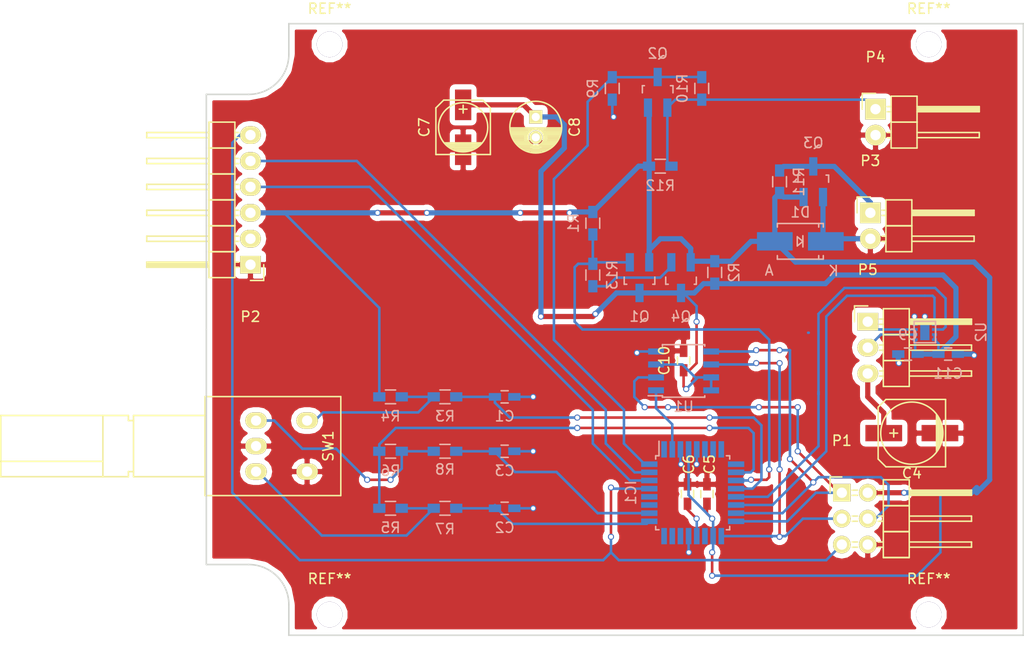
<source format=kicad_pcb>
(kicad_pcb (version 4) (host pcbnew 4.0.2+e4-6225~38~ubuntu14.04.1-stable)

  (general
    (links 96)
    (no_connects 1)
    (area 105.842999 47.676999 186.003001 107.771001)
    (thickness 1.6)
    (drawings 21)
    (tracks 374)
    (zones 0)
    (modules 42)
    (nets 40)
  )

  (page A4)
  (layers
    (0 F.Cu signal)
    (31 B.Cu signal)
    (32 B.Adhes user)
    (33 F.Adhes user)
    (34 B.Paste user)
    (35 F.Paste user)
    (36 B.SilkS user)
    (37 F.SilkS user)
    (38 B.Mask user)
    (39 F.Mask user)
    (40 Dwgs.User user)
    (41 Cmts.User user)
    (42 Eco1.User user)
    (43 Eco2.User user)
    (44 Edge.Cuts user)
    (45 Margin user)
    (46 B.CrtYd user)
    (47 F.CrtYd user)
    (48 B.Fab user hide)
    (49 F.Fab user)
  )

  (setup
    (last_trace_width 0.254)
    (user_trace_width 0.254)
    (user_trace_width 0.508)
    (trace_clearance 0.2)
    (zone_clearance 0.508)
    (zone_45_only no)
    (trace_min 0.2)
    (segment_width 0.2)
    (edge_width 0.15)
    (via_size 0.6)
    (via_drill 0.4)
    (via_min_size 0.4)
    (via_min_drill 0.3)
    (uvia_size 0.3)
    (uvia_drill 0.1)
    (uvias_allowed no)
    (uvia_min_size 0)
    (uvia_min_drill 0)
    (pcb_text_width 0.3)
    (pcb_text_size 1.5 1.5)
    (mod_edge_width 0.15)
    (mod_text_size 1 1)
    (mod_text_width 0.15)
    (pad_size 1.524 1.524)
    (pad_drill 0.762)
    (pad_to_mask_clearance 0.2)
    (aux_axis_origin 0 0)
    (visible_elements FFFFFF7F)
    (pcbplotparams
      (layerselection 0x00030_80000001)
      (usegerberextensions false)
      (excludeedgelayer true)
      (linewidth 0.100000)
      (plotframeref false)
      (viasonmask false)
      (mode 1)
      (useauxorigin false)
      (hpglpennumber 1)
      (hpglpenspeed 20)
      (hpglpendiameter 15)
      (hpglpenoverlay 2)
      (psnegative false)
      (psa4output false)
      (plotreference true)
      (plotvalue true)
      (plotinvisibletext false)
      (padsonsilk false)
      (subtractmaskfromsilk false)
      (outputformat 1)
      (mirror false)
      (drillshape 1)
      (scaleselection 1)
      (outputdirectory ""))
  )

  (net 0 "")
  (net 1 "Net-(IC1-Pad1)")
  (net 2 "Net-(IC1-Pad7)")
  (net 3 "Net-(IC1-Pad8)")
  (net 4 "Net-(IC1-Pad9)")
  (net 5 /MOSI)
  (net 6 /MISO)
  (net 7 /SCK)
  (net 8 "Net-(IC1-Pad19)")
  (net 9 "Net-(IC1-Pad22)")
  (net 10 "Net-(IC1-Pad23)")
  (net 11 "Net-(IC1-Pad24)")
  (net 12 "Net-(IC1-Pad27)")
  (net 13 "Net-(IC1-Pad28)")
  (net 14 /ENC_BUT)
  (net 15 GND)
  (net 16 /ENC_B)
  (net 17 VCC)
  (net 18 //VAUX_ON)
  (net 19 /VAUX)
  (net 20 "Net-(R3-Pad1)")
  (net 21 /ENC_HI)
  (net 22 "Net-(R5-Pad2)")
  (net 23 "Net-(R6-Pad2)")
  (net 24 /ENC_A)
  (net 25 //FLASH_CS)
  (net 26 //RESET)
  (net 27 "Net-(P2-Pad2)")
  (net 28 /RX)
  (net 29 /TX)
  (net 30 /PHOTOD)
  (net 31 /SPK1)
  (net 32 /SPK2)
  (net 33 /PWM_2)
  (net 34 /PWM_1)
  (net 35 "Net-(C4-Pad1)")
  (net 36 "Net-(P3-Pad1)")
  (net 37 "Net-(P4-Pad1)")
  (net 38 "Net-(C6-Pad1)")
  (net 39 "Net-(Q4-Pad1)")

  (net_class Default "This is the default net class."
    (clearance 0.2)
    (trace_width 0.25)
    (via_dia 0.6)
    (via_drill 0.4)
    (uvia_dia 0.3)
    (uvia_drill 0.1)
    (add_net //FLASH_CS)
    (add_net //RESET)
    (add_net //VAUX_ON)
    (add_net /ENC_A)
    (add_net /ENC_B)
    (add_net /ENC_BUT)
    (add_net /ENC_HI)
    (add_net /MISO)
    (add_net /MOSI)
    (add_net /PHOTOD)
    (add_net /PWM_1)
    (add_net /PWM_2)
    (add_net /RX)
    (add_net /SCK)
    (add_net /SPK1)
    (add_net /SPK2)
    (add_net /TX)
    (add_net /VAUX)
    (add_net GND)
    (add_net "Net-(C4-Pad1)")
    (add_net "Net-(C6-Pad1)")
    (add_net "Net-(IC1-Pad1)")
    (add_net "Net-(IC1-Pad19)")
    (add_net "Net-(IC1-Pad22)")
    (add_net "Net-(IC1-Pad23)")
    (add_net "Net-(IC1-Pad24)")
    (add_net "Net-(IC1-Pad27)")
    (add_net "Net-(IC1-Pad28)")
    (add_net "Net-(IC1-Pad7)")
    (add_net "Net-(IC1-Pad8)")
    (add_net "Net-(IC1-Pad9)")
    (add_net "Net-(P2-Pad2)")
    (add_net "Net-(P3-Pad1)")
    (add_net "Net-(P4-Pad1)")
    (add_net "Net-(Q4-Pad1)")
    (add_net "Net-(R3-Pad1)")
    (add_net "Net-(R5-Pad2)")
    (add_net "Net-(R6-Pad2)")
    (add_net VCC)
  )

  (module Housings_QFP:TQFP-32_7x7mm_Pitch0.8mm (layer B.Cu) (tedit 54130A77) (tstamp 563E3480)
    (at 153.543 93.726 270)
    (descr "32-Lead Plastic Thin Quad Flatpack (PT) - 7x7x1.0 mm Body, 2.00 mm [TQFP] (see Microchip Packaging Specification 00000049BS.pdf)")
    (tags "QFP 0.8")
    (path /56393F59)
    (attr smd)
    (fp_text reference IC1 (at 0 6.05 270) (layer B.SilkS)
      (effects (font (size 1 1) (thickness 0.15)) (justify mirror))
    )
    (fp_text value ATMEGA328P-M (at 0 -6.05 270) (layer B.Fab)
      (effects (font (size 1 1) (thickness 0.15)) (justify mirror))
    )
    (fp_line (start -5.3 5.3) (end -5.3 -5.3) (layer B.CrtYd) (width 0.05))
    (fp_line (start 5.3 5.3) (end 5.3 -5.3) (layer B.CrtYd) (width 0.05))
    (fp_line (start -5.3 5.3) (end 5.3 5.3) (layer B.CrtYd) (width 0.05))
    (fp_line (start -5.3 -5.3) (end 5.3 -5.3) (layer B.CrtYd) (width 0.05))
    (fp_line (start -3.625 3.625) (end -3.625 3.3) (layer B.SilkS) (width 0.15))
    (fp_line (start 3.625 3.625) (end 3.625 3.3) (layer B.SilkS) (width 0.15))
    (fp_line (start 3.625 -3.625) (end 3.625 -3.3) (layer B.SilkS) (width 0.15))
    (fp_line (start -3.625 -3.625) (end -3.625 -3.3) (layer B.SilkS) (width 0.15))
    (fp_line (start -3.625 3.625) (end -3.3 3.625) (layer B.SilkS) (width 0.15))
    (fp_line (start -3.625 -3.625) (end -3.3 -3.625) (layer B.SilkS) (width 0.15))
    (fp_line (start 3.625 -3.625) (end 3.3 -3.625) (layer B.SilkS) (width 0.15))
    (fp_line (start 3.625 3.625) (end 3.3 3.625) (layer B.SilkS) (width 0.15))
    (fp_line (start -3.625 3.3) (end -5.05 3.3) (layer B.SilkS) (width 0.15))
    (pad 1 smd rect (at -4.25 2.8 270) (size 1.6 0.55) (layers B.Cu B.Paste B.Mask)
      (net 1 "Net-(IC1-Pad1)"))
    (pad 2 smd rect (at -4.25 2 270) (size 1.6 0.55) (layers B.Cu B.Paste B.Mask)
      (net 25 //FLASH_CS))
    (pad 3 smd rect (at -4.25 1.2 270) (size 1.6 0.55) (layers B.Cu B.Paste B.Mask)
      (net 15 GND))
    (pad 4 smd rect (at -4.25 0.4 270) (size 1.6 0.55) (layers B.Cu B.Paste B.Mask)
      (net 17 VCC))
    (pad 5 smd rect (at -4.25 -0.4 270) (size 1.6 0.55) (layers B.Cu B.Paste B.Mask)
      (net 15 GND))
    (pad 6 smd rect (at -4.25 -1.2 270) (size 1.6 0.55) (layers B.Cu B.Paste B.Mask)
      (net 17 VCC))
    (pad 7 smd rect (at -4.25 -2 270) (size 1.6 0.55) (layers B.Cu B.Paste B.Mask)
      (net 2 "Net-(IC1-Pad7)"))
    (pad 8 smd rect (at -4.25 -2.8 270) (size 1.6 0.55) (layers B.Cu B.Paste B.Mask)
      (net 3 "Net-(IC1-Pad8)"))
    (pad 9 smd rect (at -2.8 -4.25 180) (size 1.6 0.55) (layers B.Cu B.Paste B.Mask)
      (net 4 "Net-(IC1-Pad9)"))
    (pad 10 smd rect (at -2 -4.25 180) (size 1.6 0.55) (layers B.Cu B.Paste B.Mask)
      (net 21 /ENC_HI))
    (pad 11 smd rect (at -1.2 -4.25 180) (size 1.6 0.55) (layers B.Cu B.Paste B.Mask)
      (net 18 //VAUX_ON))
    (pad 12 smd rect (at -0.4 -4.25 180) (size 1.6 0.55) (layers B.Cu B.Paste B.Mask)
      (net 14 /ENC_BUT))
    (pad 13 smd rect (at 0.4 -4.25 180) (size 1.6 0.55) (layers B.Cu B.Paste B.Mask)
      (net 34 /PWM_1))
    (pad 14 smd rect (at 1.2 -4.25 180) (size 1.6 0.55) (layers B.Cu B.Paste B.Mask)
      (net 33 /PWM_2))
    (pad 15 smd rect (at 2 -4.25 180) (size 1.6 0.55) (layers B.Cu B.Paste B.Mask)
      (net 5 /MOSI))
    (pad 16 smd rect (at 2.8 -4.25 180) (size 1.6 0.55) (layers B.Cu B.Paste B.Mask)
      (net 6 /MISO))
    (pad 17 smd rect (at 4.25 -2.8 270) (size 1.6 0.55) (layers B.Cu B.Paste B.Mask)
      (net 7 /SCK))
    (pad 18 smd rect (at 4.25 -2 270) (size 1.6 0.55) (layers B.Cu B.Paste B.Mask)
      (net 17 VCC))
    (pad 19 smd rect (at 4.25 -1.2 270) (size 1.6 0.55) (layers B.Cu B.Paste B.Mask)
      (net 8 "Net-(IC1-Pad19)"))
    (pad 20 smd rect (at 4.25 -0.4 270) (size 1.6 0.55) (layers B.Cu B.Paste B.Mask)
      (net 38 "Net-(C6-Pad1)"))
    (pad 21 smd rect (at 4.25 0.4 270) (size 1.6 0.55) (layers B.Cu B.Paste B.Mask)
      (net 15 GND))
    (pad 22 smd rect (at 4.25 1.2 270) (size 1.6 0.55) (layers B.Cu B.Paste B.Mask)
      (net 9 "Net-(IC1-Pad22)"))
    (pad 23 smd rect (at 4.25 2 270) (size 1.6 0.55) (layers B.Cu B.Paste B.Mask)
      (net 10 "Net-(IC1-Pad23)"))
    (pad 24 smd rect (at 4.25 2.8 270) (size 1.6 0.55) (layers B.Cu B.Paste B.Mask)
      (net 11 "Net-(IC1-Pad24)"))
    (pad 25 smd rect (at 2.8 4.25 180) (size 1.6 0.55) (layers B.Cu B.Paste B.Mask)
      (net 24 /ENC_A))
    (pad 26 smd rect (at 2 4.25 180) (size 1.6 0.55) (layers B.Cu B.Paste B.Mask)
      (net 16 /ENC_B))
    (pad 27 smd rect (at 1.2 4.25 180) (size 1.6 0.55) (layers B.Cu B.Paste B.Mask)
      (net 12 "Net-(IC1-Pad27)"))
    (pad 28 smd rect (at 0.4 4.25 180) (size 1.6 0.55) (layers B.Cu B.Paste B.Mask)
      (net 13 "Net-(IC1-Pad28)"))
    (pad 29 smd rect (at -0.4 4.25 180) (size 1.6 0.55) (layers B.Cu B.Paste B.Mask)
      (net 26 //RESET))
    (pad 30 smd rect (at -1.2 4.25 180) (size 1.6 0.55) (layers B.Cu B.Paste B.Mask)
      (net 28 /RX))
    (pad 31 smd rect (at -2 4.25 180) (size 1.6 0.55) (layers B.Cu B.Paste B.Mask)
      (net 29 /TX))
    (pad 32 smd rect (at -2.8 4.25 180) (size 1.6 0.55) (layers B.Cu B.Paste B.Mask)
      (net 30 /PHOTOD))
    (model Housings_QFP.3dshapes/TQFP-32_7x7mm_Pitch0.8mm.wrl
      (at (xyz 0 0 0))
      (scale (xyz 1 1 1))
      (rotate (xyz 0 0 0))
    )
  )

  (module Pin_Headers:Pin_Header_Angled_2x03 (layer F.Cu) (tedit 5770404A) (tstamp 5651EB91)
    (at 168.148 93.726)
    (descr "Through hole pin header")
    (tags "pin header")
    (path /563E31FA)
    (fp_text reference P1 (at 0 -5.1) (layer F.SilkS)
      (effects (font (size 1 1) (thickness 0.15)))
    )
    (fp_text value AVR_ISP (at 15.494 2.794 90) (layer F.Fab)
      (effects (font (size 1 1) (thickness 0.15)))
    )
    (fp_line (start -1.35 -1.75) (end -1.35 6.85) (layer F.CrtYd) (width 0.05))
    (fp_line (start 13.2 -1.75) (end 13.2 6.85) (layer F.CrtYd) (width 0.05))
    (fp_line (start -1.35 -1.75) (end 13.2 -1.75) (layer F.CrtYd) (width 0.05))
    (fp_line (start -1.35 6.85) (end 13.2 6.85) (layer F.CrtYd) (width 0.05))
    (fp_line (start 1.524 5.334) (end 1.016 5.334) (layer F.SilkS) (width 0.15))
    (fp_line (start 1.524 4.826) (end 1.016 4.826) (layer F.SilkS) (width 0.15))
    (fp_line (start 1.524 2.794) (end 1.016 2.794) (layer F.SilkS) (width 0.15))
    (fp_line (start 1.524 2.286) (end 1.016 2.286) (layer F.SilkS) (width 0.15))
    (fp_line (start 1.524 0.254) (end 1.016 0.254) (layer F.SilkS) (width 0.15))
    (fp_line (start 1.524 -0.254) (end 1.016 -0.254) (layer F.SilkS) (width 0.15))
    (fp_line (start 4.064 2.286) (end 3.556 2.286) (layer F.SilkS) (width 0.15))
    (fp_line (start 4.064 2.794) (end 3.556 2.794) (layer F.SilkS) (width 0.15))
    (fp_line (start 4.064 4.826) (end 3.556 4.826) (layer F.SilkS) (width 0.15))
    (fp_line (start 4.064 5.334) (end 3.556 5.334) (layer F.SilkS) (width 0.15))
    (fp_line (start 4.064 -0.254) (end 3.556 -0.254) (layer F.SilkS) (width 0.15))
    (fp_line (start 4.064 0.254) (end 3.556 0.254) (layer F.SilkS) (width 0.15))
    (fp_line (start 0 -1.55) (end -1.15 -1.55) (layer F.SilkS) (width 0.15))
    (fp_line (start -1.15 -1.55) (end -1.15 0) (layer F.SilkS) (width 0.15))
    (fp_line (start 6.604 -0.127) (end 12.573 -0.127) (layer F.SilkS) (width 0.15))
    (fp_line (start 12.573 -0.127) (end 12.573 0.127) (layer F.SilkS) (width 0.15))
    (fp_line (start 12.573 0.127) (end 6.731 0.127) (layer F.SilkS) (width 0.15))
    (fp_line (start 6.731 0.127) (end 6.731 0) (layer F.SilkS) (width 0.15))
    (fp_line (start 6.731 0) (end 12.573 0) (layer F.SilkS) (width 0.15))
    (fp_line (start 4.064 1.27) (end 4.064 3.81) (layer F.SilkS) (width 0.15))
    (fp_line (start 4.064 3.81) (end 6.604 3.81) (layer F.SilkS) (width 0.15))
    (fp_line (start 6.604 2.286) (end 12.7 2.286) (layer F.SilkS) (width 0.15))
    (fp_line (start 12.7 2.286) (end 12.7 2.794) (layer F.SilkS) (width 0.15))
    (fp_line (start 12.7 2.794) (end 6.604 2.794) (layer F.SilkS) (width 0.15))
    (fp_line (start 6.604 3.81) (end 6.604 1.27) (layer F.SilkS) (width 0.15))
    (fp_line (start 4.064 6.35) (end 6.604 6.35) (layer F.SilkS) (width 0.15))
    (fp_line (start 6.604 6.35) (end 6.604 3.81) (layer F.SilkS) (width 0.15))
    (fp_line (start 12.7 5.334) (end 6.604 5.334) (layer F.SilkS) (width 0.15))
    (fp_line (start 12.7 4.826) (end 12.7 5.334) (layer F.SilkS) (width 0.15))
    (fp_line (start 6.604 4.826) (end 12.7 4.826) (layer F.SilkS) (width 0.15))
    (fp_line (start 4.064 6.35) (end 6.604 6.35) (layer F.SilkS) (width 0.15))
    (fp_line (start 4.064 3.81) (end 4.064 6.35) (layer F.SilkS) (width 0.15))
    (fp_line (start 4.064 3.81) (end 6.604 3.81) (layer F.SilkS) (width 0.15))
    (fp_line (start 4.064 1.27) (end 6.604 1.27) (layer F.SilkS) (width 0.15))
    (fp_line (start 6.604 1.27) (end 6.604 -1.27) (layer F.SilkS) (width 0.15))
    (fp_line (start 12.7 0.254) (end 6.604 0.254) (layer F.SilkS) (width 0.15))
    (fp_line (start 12.7 -0.254) (end 12.7 0.254) (layer F.SilkS) (width 0.15))
    (fp_line (start 6.604 -0.254) (end 12.7 -0.254) (layer F.SilkS) (width 0.15))
    (fp_line (start 4.064 1.27) (end 6.604 1.27) (layer F.SilkS) (width 0.15))
    (fp_line (start 4.064 -1.27) (end 4.064 1.27) (layer F.SilkS) (width 0.15))
    (fp_line (start 4.064 -1.27) (end 6.604 -1.27) (layer F.SilkS) (width 0.15))
    (pad 1 thru_hole rect (at 0 0) (size 1.7272 1.7272) (drill 1.016) (layers *.Cu *.Mask F.SilkS)
      (net 6 /MISO))
    (pad 2 thru_hole oval (at 2.54 0) (size 1.7272 1.7272) (drill 1.016) (layers *.Cu *.Mask F.SilkS)
      (net 17 VCC))
    (pad 3 thru_hole oval (at 0 2.54) (size 1.7272 1.7272) (drill 1.016) (layers *.Cu *.Mask F.SilkS)
      (net 7 /SCK))
    (pad 4 thru_hole oval (at 2.54 2.54) (size 1.7272 1.7272) (drill 1.016) (layers *.Cu *.Mask F.SilkS)
      (net 5 /MOSI))
    (pad 5 thru_hole oval (at 0 5.08) (size 1.7272 1.7272) (drill 1.016) (layers *.Cu *.Mask F.SilkS)
      (net 26 //RESET))
    (pad 6 thru_hole oval (at 2.54 5.08) (size 1.7272 1.7272) (drill 1.016) (layers *.Cu *.Mask F.SilkS)
      (net 15 GND))
    (model Pin_Headers.3dshapes/Pin_Header_Angled_2x03.wrl
      (at (xyz 0.05 -0.1 0))
      (scale (xyz 1 1 1))
      (rotate (xyz 0 0 90))
    )
  )

  (module Capacitors_SMD:C_0603_HandSoldering (layer B.Cu) (tedit 541A9B4D) (tstamp 56522A49)
    (at 135.128 84.328)
    (descr "Capacitor SMD 0603, hand soldering")
    (tags "capacitor 0603")
    (path /56520E7E)
    (attr smd)
    (fp_text reference C1 (at 0 1.9) (layer B.SilkS)
      (effects (font (size 1 1) (thickness 0.15)) (justify mirror))
    )
    (fp_text value 0.01u (at 0 -1.9) (layer B.Fab)
      (effects (font (size 1 1) (thickness 0.15)) (justify mirror))
    )
    (fp_line (start -1.85 0.75) (end 1.85 0.75) (layer B.CrtYd) (width 0.05))
    (fp_line (start -1.85 -0.75) (end 1.85 -0.75) (layer B.CrtYd) (width 0.05))
    (fp_line (start -1.85 0.75) (end -1.85 -0.75) (layer B.CrtYd) (width 0.05))
    (fp_line (start 1.85 0.75) (end 1.85 -0.75) (layer B.CrtYd) (width 0.05))
    (fp_line (start -0.35 0.6) (end 0.35 0.6) (layer B.SilkS) (width 0.15))
    (fp_line (start 0.35 -0.6) (end -0.35 -0.6) (layer B.SilkS) (width 0.15))
    (pad 1 smd rect (at -0.95 0) (size 1.2 0.75) (layers B.Cu B.Paste B.Mask)
      (net 14 /ENC_BUT))
    (pad 2 smd rect (at 0.95 0) (size 1.2 0.75) (layers B.Cu B.Paste B.Mask)
      (net 15 GND))
    (model Capacitors_SMD.3dshapes/C_0603_HandSoldering.wrl
      (at (xyz 0 0 0))
      (scale (xyz 1 1 1))
      (rotate (xyz 0 0 0))
    )
  )

  (module Capacitors_SMD:C_0603_HandSoldering (layer B.Cu) (tedit 541A9B4D) (tstamp 56522A4F)
    (at 135.128 95.25)
    (descr "Capacitor SMD 0603, hand soldering")
    (tags "capacitor 0603")
    (path /565213A9)
    (attr smd)
    (fp_text reference C2 (at 0 1.9) (layer B.SilkS)
      (effects (font (size 1 1) (thickness 0.15)) (justify mirror))
    )
    (fp_text value 0.01u (at 0 -1.9) (layer B.Fab)
      (effects (font (size 1 1) (thickness 0.15)) (justify mirror))
    )
    (fp_line (start -1.85 0.75) (end 1.85 0.75) (layer B.CrtYd) (width 0.05))
    (fp_line (start -1.85 -0.75) (end 1.85 -0.75) (layer B.CrtYd) (width 0.05))
    (fp_line (start -1.85 0.75) (end -1.85 -0.75) (layer B.CrtYd) (width 0.05))
    (fp_line (start 1.85 0.75) (end 1.85 -0.75) (layer B.CrtYd) (width 0.05))
    (fp_line (start -0.35 0.6) (end 0.35 0.6) (layer B.SilkS) (width 0.15))
    (fp_line (start 0.35 -0.6) (end -0.35 -0.6) (layer B.SilkS) (width 0.15))
    (pad 1 smd rect (at -0.95 0) (size 1.2 0.75) (layers B.Cu B.Paste B.Mask)
      (net 24 /ENC_A))
    (pad 2 smd rect (at 0.95 0) (size 1.2 0.75) (layers B.Cu B.Paste B.Mask)
      (net 15 GND))
    (model Capacitors_SMD.3dshapes/C_0603_HandSoldering.wrl
      (at (xyz 0 0 0))
      (scale (xyz 1 1 1))
      (rotate (xyz 0 0 0))
    )
  )

  (module Capacitors_SMD:C_0603_HandSoldering (layer B.Cu) (tedit 541A9B4D) (tstamp 56522A55)
    (at 135.128 89.662)
    (descr "Capacitor SMD 0603, hand soldering")
    (tags "capacitor 0603")
    (path /565216C5)
    (attr smd)
    (fp_text reference C3 (at 0 1.9) (layer B.SilkS)
      (effects (font (size 1 1) (thickness 0.15)) (justify mirror))
    )
    (fp_text value 0.01u (at 0 -1.9) (layer B.Fab)
      (effects (font (size 1 1) (thickness 0.15)) (justify mirror))
    )
    (fp_line (start -1.85 0.75) (end 1.85 0.75) (layer B.CrtYd) (width 0.05))
    (fp_line (start -1.85 -0.75) (end 1.85 -0.75) (layer B.CrtYd) (width 0.05))
    (fp_line (start -1.85 0.75) (end -1.85 -0.75) (layer B.CrtYd) (width 0.05))
    (fp_line (start 1.85 0.75) (end 1.85 -0.75) (layer B.CrtYd) (width 0.05))
    (fp_line (start -0.35 0.6) (end 0.35 0.6) (layer B.SilkS) (width 0.15))
    (fp_line (start 0.35 -0.6) (end -0.35 -0.6) (layer B.SilkS) (width 0.15))
    (pad 1 smd rect (at -0.95 0) (size 1.2 0.75) (layers B.Cu B.Paste B.Mask)
      (net 16 /ENC_B))
    (pad 2 smd rect (at 0.95 0) (size 1.2 0.75) (layers B.Cu B.Paste B.Mask)
      (net 15 GND))
    (model Capacitors_SMD.3dshapes/C_0603_HandSoldering.wrl
      (at (xyz 0 0 0))
      (scale (xyz 1 1 1))
      (rotate (xyz 0 0 0))
    )
  )

  (module Resistors_SMD:R_0603_HandSoldering (layer B.Cu) (tedit 5418A00F) (tstamp 56522A5B)
    (at 143.764 67.31 270)
    (descr "Resistor SMD 0603, hand soldering")
    (tags "resistor 0603")
    (path /56520480)
    (attr smd)
    (fp_text reference R1 (at 0 1.9 270) (layer B.SilkS)
      (effects (font (size 1 1) (thickness 0.15)) (justify mirror))
    )
    (fp_text value 330K (at 0 -1.9 270) (layer B.Fab)
      (effects (font (size 1 1) (thickness 0.15)) (justify mirror))
    )
    (fp_line (start -2 0.8) (end 2 0.8) (layer B.CrtYd) (width 0.05))
    (fp_line (start -2 -0.8) (end 2 -0.8) (layer B.CrtYd) (width 0.05))
    (fp_line (start -2 0.8) (end -2 -0.8) (layer B.CrtYd) (width 0.05))
    (fp_line (start 2 0.8) (end 2 -0.8) (layer B.CrtYd) (width 0.05))
    (fp_line (start 0.5 -0.675) (end -0.5 -0.675) (layer B.SilkS) (width 0.15))
    (fp_line (start -0.5 0.675) (end 0.5 0.675) (layer B.SilkS) (width 0.15))
    (pad 1 smd rect (at -1.1 0 270) (size 1.2 0.9) (layers B.Cu B.Paste B.Mask)
      (net 17 VCC))
    (pad 2 smd rect (at 1.1 0 270) (size 1.2 0.9) (layers B.Cu B.Paste B.Mask)
      (net 18 //VAUX_ON))
    (model Resistors_SMD.3dshapes/R_0603_HandSoldering.wrl
      (at (xyz 0 0 0))
      (scale (xyz 1 1 1))
      (rotate (xyz 0 0 0))
    )
  )

  (module Resistors_SMD:R_0603_HandSoldering (layer B.Cu) (tedit 5418A00F) (tstamp 56522A61)
    (at 155.702 72.136 90)
    (descr "Resistor SMD 0603, hand soldering")
    (tags "resistor 0603")
    (path /565205B5)
    (attr smd)
    (fp_text reference R2 (at 0 1.9 90) (layer B.SilkS)
      (effects (font (size 1 1) (thickness 0.15)) (justify mirror))
    )
    (fp_text value 0 (at 0 -1.9 90) (layer B.Fab)
      (effects (font (size 1 1) (thickness 0.15)) (justify mirror))
    )
    (fp_line (start -2 0.8) (end 2 0.8) (layer B.CrtYd) (width 0.05))
    (fp_line (start -2 -0.8) (end 2 -0.8) (layer B.CrtYd) (width 0.05))
    (fp_line (start -2 0.8) (end -2 -0.8) (layer B.CrtYd) (width 0.05))
    (fp_line (start 2 0.8) (end 2 -0.8) (layer B.CrtYd) (width 0.05))
    (fp_line (start 0.5 -0.675) (end -0.5 -0.675) (layer B.SilkS) (width 0.15))
    (fp_line (start -0.5 0.675) (end 0.5 0.675) (layer B.SilkS) (width 0.15))
    (pad 1 smd rect (at -1.1 0 90) (size 1.2 0.9) (layers B.Cu B.Paste B.Mask)
      (net 19 /VAUX))
    (pad 2 smd rect (at 1.1 0 90) (size 1.2 0.9) (layers B.Cu B.Paste B.Mask)
      (net 17 VCC))
    (model Resistors_SMD.3dshapes/R_0603_HandSoldering.wrl
      (at (xyz 0 0 0))
      (scale (xyz 1 1 1))
      (rotate (xyz 0 0 0))
    )
  )

  (module Resistors_SMD:R_0603_HandSoldering (layer B.Cu) (tedit 5418A00F) (tstamp 56522A67)
    (at 129.286 84.328)
    (descr "Resistor SMD 0603, hand soldering")
    (tags "resistor 0603")
    (path /56521AE3)
    (attr smd)
    (fp_text reference R3 (at 0 1.9) (layer B.SilkS)
      (effects (font (size 1 1) (thickness 0.15)) (justify mirror))
    )
    (fp_text value 10K (at 0 -1.9) (layer B.Fab)
      (effects (font (size 1 1) (thickness 0.15)) (justify mirror))
    )
    (fp_line (start -2 0.8) (end 2 0.8) (layer B.CrtYd) (width 0.05))
    (fp_line (start -2 -0.8) (end 2 -0.8) (layer B.CrtYd) (width 0.05))
    (fp_line (start -2 0.8) (end -2 -0.8) (layer B.CrtYd) (width 0.05))
    (fp_line (start 2 0.8) (end 2 -0.8) (layer B.CrtYd) (width 0.05))
    (fp_line (start 0.5 -0.675) (end -0.5 -0.675) (layer B.SilkS) (width 0.15))
    (fp_line (start -0.5 0.675) (end 0.5 0.675) (layer B.SilkS) (width 0.15))
    (pad 1 smd rect (at -1.1 0) (size 1.2 0.9) (layers B.Cu B.Paste B.Mask)
      (net 20 "Net-(R3-Pad1)"))
    (pad 2 smd rect (at 1.1 0) (size 1.2 0.9) (layers B.Cu B.Paste B.Mask)
      (net 14 /ENC_BUT))
    (model Resistors_SMD.3dshapes/R_0603_HandSoldering.wrl
      (at (xyz 0 0 0))
      (scale (xyz 1 1 1))
      (rotate (xyz 0 0 0))
    )
  )

  (module Resistors_SMD:R_0603_HandSoldering (layer B.Cu) (tedit 5418A00F) (tstamp 56522A6D)
    (at 123.952 84.328)
    (descr "Resistor SMD 0603, hand soldering")
    (tags "resistor 0603")
    (path /56520E41)
    (attr smd)
    (fp_text reference R4 (at 0 1.9) (layer B.SilkS)
      (effects (font (size 1 1) (thickness 0.15)) (justify mirror))
    )
    (fp_text value 10K (at 0 -1.9) (layer B.Fab)
      (effects (font (size 1 1) (thickness 0.15)) (justify mirror))
    )
    (fp_line (start -2 0.8) (end 2 0.8) (layer B.CrtYd) (width 0.05))
    (fp_line (start -2 -0.8) (end 2 -0.8) (layer B.CrtYd) (width 0.05))
    (fp_line (start -2 0.8) (end -2 -0.8) (layer B.CrtYd) (width 0.05))
    (fp_line (start 2 0.8) (end 2 -0.8) (layer B.CrtYd) (width 0.05))
    (fp_line (start 0.5 -0.675) (end -0.5 -0.675) (layer B.SilkS) (width 0.15))
    (fp_line (start -0.5 0.675) (end 0.5 0.675) (layer B.SilkS) (width 0.15))
    (pad 1 smd rect (at -1.1 0) (size 1.2 0.9) (layers B.Cu B.Paste B.Mask)
      (net 17 VCC))
    (pad 2 smd rect (at 1.1 0) (size 1.2 0.9) (layers B.Cu B.Paste B.Mask)
      (net 20 "Net-(R3-Pad1)"))
    (model Resistors_SMD.3dshapes/R_0603_HandSoldering.wrl
      (at (xyz 0 0 0))
      (scale (xyz 1 1 1))
      (rotate (xyz 0 0 0))
    )
  )

  (module Resistors_SMD:R_0603_HandSoldering (layer B.Cu) (tedit 5418A00F) (tstamp 56522A73)
    (at 123.952 95.25)
    (descr "Resistor SMD 0603, hand soldering")
    (tags "resistor 0603")
    (path /56521077)
    (attr smd)
    (fp_text reference R5 (at 0 1.9) (layer B.SilkS)
      (effects (font (size 1 1) (thickness 0.15)) (justify mirror))
    )
    (fp_text value 10K (at 0 -1.9) (layer B.Fab)
      (effects (font (size 1 1) (thickness 0.15)) (justify mirror))
    )
    (fp_line (start -2 0.8) (end 2 0.8) (layer B.CrtYd) (width 0.05))
    (fp_line (start -2 -0.8) (end 2 -0.8) (layer B.CrtYd) (width 0.05))
    (fp_line (start -2 0.8) (end -2 -0.8) (layer B.CrtYd) (width 0.05))
    (fp_line (start 2 0.8) (end 2 -0.8) (layer B.CrtYd) (width 0.05))
    (fp_line (start 0.5 -0.675) (end -0.5 -0.675) (layer B.SilkS) (width 0.15))
    (fp_line (start -0.5 0.675) (end 0.5 0.675) (layer B.SilkS) (width 0.15))
    (pad 1 smd rect (at -1.1 0) (size 1.2 0.9) (layers B.Cu B.Paste B.Mask)
      (net 21 /ENC_HI))
    (pad 2 smd rect (at 1.1 0) (size 1.2 0.9) (layers B.Cu B.Paste B.Mask)
      (net 22 "Net-(R5-Pad2)"))
    (model Resistors_SMD.3dshapes/R_0603_HandSoldering.wrl
      (at (xyz 0 0 0))
      (scale (xyz 1 1 1))
      (rotate (xyz 0 0 0))
    )
  )

  (module Resistors_SMD:R_0603_HandSoldering (layer B.Cu) (tedit 5418A00F) (tstamp 56522A79)
    (at 123.952 89.662)
    (descr "Resistor SMD 0603, hand soldering")
    (tags "resistor 0603")
    (path /565210BE)
    (attr smd)
    (fp_text reference R6 (at 0 1.9) (layer B.SilkS)
      (effects (font (size 1 1) (thickness 0.15)) (justify mirror))
    )
    (fp_text value 10K (at 0 -1.9) (layer B.Fab)
      (effects (font (size 1 1) (thickness 0.15)) (justify mirror))
    )
    (fp_line (start -2 0.8) (end 2 0.8) (layer B.CrtYd) (width 0.05))
    (fp_line (start -2 -0.8) (end 2 -0.8) (layer B.CrtYd) (width 0.05))
    (fp_line (start -2 0.8) (end -2 -0.8) (layer B.CrtYd) (width 0.05))
    (fp_line (start 2 0.8) (end 2 -0.8) (layer B.CrtYd) (width 0.05))
    (fp_line (start 0.5 -0.675) (end -0.5 -0.675) (layer B.SilkS) (width 0.15))
    (fp_line (start -0.5 0.675) (end 0.5 0.675) (layer B.SilkS) (width 0.15))
    (pad 1 smd rect (at -1.1 0) (size 1.2 0.9) (layers B.Cu B.Paste B.Mask)
      (net 21 /ENC_HI))
    (pad 2 smd rect (at 1.1 0) (size 1.2 0.9) (layers B.Cu B.Paste B.Mask)
      (net 23 "Net-(R6-Pad2)"))
    (model Resistors_SMD.3dshapes/R_0603_HandSoldering.wrl
      (at (xyz 0 0 0))
      (scale (xyz 1 1 1))
      (rotate (xyz 0 0 0))
    )
  )

  (module Resistors_SMD:R_0603_HandSoldering (layer B.Cu) (tedit 5770417C) (tstamp 56522A7F)
    (at 129.286 95.25 180)
    (descr "Resistor SMD 0603, hand soldering")
    (tags "resistor 0603")
    (path /5652114D)
    (attr smd)
    (fp_text reference R7 (at 0 -2.032 180) (layer B.SilkS)
      (effects (font (size 1 1) (thickness 0.15)) (justify mirror))
    )
    (fp_text value 10K (at 0 2.032 180) (layer B.Fab)
      (effects (font (size 1 1) (thickness 0.15)) (justify mirror))
    )
    (fp_line (start -2 0.8) (end 2 0.8) (layer B.CrtYd) (width 0.05))
    (fp_line (start -2 -0.8) (end 2 -0.8) (layer B.CrtYd) (width 0.05))
    (fp_line (start -2 0.8) (end -2 -0.8) (layer B.CrtYd) (width 0.05))
    (fp_line (start 2 0.8) (end 2 -0.8) (layer B.CrtYd) (width 0.05))
    (fp_line (start 0.5 -0.675) (end -0.5 -0.675) (layer B.SilkS) (width 0.15))
    (fp_line (start -0.5 0.675) (end 0.5 0.675) (layer B.SilkS) (width 0.15))
    (pad 1 smd rect (at -1.1 0 180) (size 1.2 0.9) (layers B.Cu B.Paste B.Mask)
      (net 24 /ENC_A))
    (pad 2 smd rect (at 1.1 0 180) (size 1.2 0.9) (layers B.Cu B.Paste B.Mask)
      (net 22 "Net-(R5-Pad2)"))
    (model Resistors_SMD.3dshapes/R_0603_HandSoldering.wrl
      (at (xyz 0 0 0))
      (scale (xyz 1 1 1))
      (rotate (xyz 0 0 0))
    )
  )

  (module Resistors_SMD:R_0603_HandSoldering (layer B.Cu) (tedit 57704152) (tstamp 56522A85)
    (at 129.286 89.662 180)
    (descr "Resistor SMD 0603, hand soldering")
    (tags "resistor 0603")
    (path /565211C6)
    (attr smd)
    (fp_text reference R8 (at 0 -1.778 180) (layer B.SilkS)
      (effects (font (size 1 1) (thickness 0.15)) (justify mirror))
    )
    (fp_text value 10K (at 0 1.778 180) (layer B.Fab)
      (effects (font (size 1 1) (thickness 0.15)) (justify mirror))
    )
    (fp_line (start -2 0.8) (end 2 0.8) (layer B.CrtYd) (width 0.05))
    (fp_line (start -2 -0.8) (end 2 -0.8) (layer B.CrtYd) (width 0.05))
    (fp_line (start -2 0.8) (end -2 -0.8) (layer B.CrtYd) (width 0.05))
    (fp_line (start 2 0.8) (end 2 -0.8) (layer B.CrtYd) (width 0.05))
    (fp_line (start 0.5 -0.675) (end -0.5 -0.675) (layer B.SilkS) (width 0.15))
    (fp_line (start -0.5 0.675) (end 0.5 0.675) (layer B.SilkS) (width 0.15))
    (pad 1 smd rect (at -1.1 0 180) (size 1.2 0.9) (layers B.Cu B.Paste B.Mask)
      (net 16 /ENC_B))
    (pad 2 smd rect (at 1.1 0 180) (size 1.2 0.9) (layers B.Cu B.Paste B.Mask)
      (net 23 "Net-(R6-Pad2)"))
    (model Resistors_SMD.3dshapes/R_0603_HandSoldering.wrl
      (at (xyz 0 0 0))
      (scale (xyz 1 1 1))
      (rotate (xyz 0 0 0))
    )
  )

  (module Housings_SOIC:SOIC-8_3.9x4.9mm_Pitch1.27mm (layer B.Cu) (tedit 54130A77) (tstamp 56522AA9)
    (at 152.654 81.788)
    (descr "8-Lead Plastic Small Outline (SN) - Narrow, 3.90 mm Body [SOIC] (see Microchip Packaging Specification 00000049BS.pdf)")
    (tags "SOIC 1.27")
    (path /56522866)
    (attr smd)
    (fp_text reference U1 (at 0 3.5) (layer B.SilkS)
      (effects (font (size 1 1) (thickness 0.15)) (justify mirror))
    )
    (fp_text value AT25DF041B (at 0 -3.5) (layer B.Fab)
      (effects (font (size 1 1) (thickness 0.15)) (justify mirror))
    )
    (fp_line (start -3.75 2.75) (end -3.75 -2.75) (layer B.CrtYd) (width 0.05))
    (fp_line (start 3.75 2.75) (end 3.75 -2.75) (layer B.CrtYd) (width 0.05))
    (fp_line (start -3.75 2.75) (end 3.75 2.75) (layer B.CrtYd) (width 0.05))
    (fp_line (start -3.75 -2.75) (end 3.75 -2.75) (layer B.CrtYd) (width 0.05))
    (fp_line (start -2.075 2.575) (end -2.075 2.43) (layer B.SilkS) (width 0.15))
    (fp_line (start 2.075 2.575) (end 2.075 2.43) (layer B.SilkS) (width 0.15))
    (fp_line (start 2.075 -2.575) (end 2.075 -2.43) (layer B.SilkS) (width 0.15))
    (fp_line (start -2.075 -2.575) (end -2.075 -2.43) (layer B.SilkS) (width 0.15))
    (fp_line (start -2.075 2.575) (end 2.075 2.575) (layer B.SilkS) (width 0.15))
    (fp_line (start -2.075 -2.575) (end 2.075 -2.575) (layer B.SilkS) (width 0.15))
    (fp_line (start -2.075 2.43) (end -3.475 2.43) (layer B.SilkS) (width 0.15))
    (pad 1 smd rect (at -2.7 1.905) (size 1.55 0.6) (layers B.Cu B.Paste B.Mask)
      (net 25 //FLASH_CS))
    (pad 2 smd rect (at -2.7 0.635) (size 1.55 0.6) (layers B.Cu B.Paste B.Mask)
      (net 6 /MISO))
    (pad 3 smd rect (at -2.7 -0.635) (size 1.55 0.6) (layers B.Cu B.Paste B.Mask)
      (net 19 /VAUX))
    (pad 4 smd rect (at -2.7 -1.905) (size 1.55 0.6) (layers B.Cu B.Paste B.Mask)
      (net 15 GND))
    (pad 5 smd rect (at 2.7 -1.905) (size 1.55 0.6) (layers B.Cu B.Paste B.Mask)
      (net 5 /MOSI))
    (pad 6 smd rect (at 2.7 -0.635) (size 1.55 0.6) (layers B.Cu B.Paste B.Mask)
      (net 7 /SCK))
    (pad 7 smd rect (at 2.7 0.635) (size 1.55 0.6) (layers B.Cu B.Paste B.Mask)
      (net 19 /VAUX))
    (pad 8 smd rect (at 2.7 1.905) (size 1.55 0.6) (layers B.Cu B.Paste B.Mask)
      (net 19 /VAUX))
    (model Housings_SOIC.3dshapes/SOIC-8_3.9x4.9mm_Pitch1.27mm.wrl
      (at (xyz 0 0 0))
      (scale (xyz 1 1 1))
      (rotate (xyz 0 0 0))
    )
  )

  (module Pin_Headers:Pin_Header_Angled_1x06 (layer F.Cu) (tedit 0) (tstamp 565234EF)
    (at 110.236 71.374 180)
    (descr "Through hole pin header")
    (tags "pin header")
    (path /565234A2)
    (fp_text reference P2 (at 0 -5.1 180) (layer F.SilkS)
      (effects (font (size 1 1) (thickness 0.15)))
    )
    (fp_text value FTDI_HDR (at 0 -3.1 180) (layer F.Fab)
      (effects (font (size 1 1) (thickness 0.15)))
    )
    (fp_line (start -1.5 -1.75) (end -1.5 14.45) (layer F.CrtYd) (width 0.05))
    (fp_line (start 10.65 -1.75) (end 10.65 14.45) (layer F.CrtYd) (width 0.05))
    (fp_line (start -1.5 -1.75) (end 10.65 -1.75) (layer F.CrtYd) (width 0.05))
    (fp_line (start -1.5 14.45) (end 10.65 14.45) (layer F.CrtYd) (width 0.05))
    (fp_line (start -1.3 -1.55) (end -1.3 0) (layer F.SilkS) (width 0.15))
    (fp_line (start 0 -1.55) (end -1.3 -1.55) (layer F.SilkS) (width 0.15))
    (fp_line (start 4.191 -0.127) (end 10.033 -0.127) (layer F.SilkS) (width 0.15))
    (fp_line (start 10.033 -0.127) (end 10.033 0.127) (layer F.SilkS) (width 0.15))
    (fp_line (start 10.033 0.127) (end 4.191 0.127) (layer F.SilkS) (width 0.15))
    (fp_line (start 4.191 0.127) (end 4.191 0) (layer F.SilkS) (width 0.15))
    (fp_line (start 4.191 0) (end 10.033 0) (layer F.SilkS) (width 0.15))
    (fp_line (start 1.524 -0.254) (end 1.143 -0.254) (layer F.SilkS) (width 0.15))
    (fp_line (start 1.524 0.254) (end 1.143 0.254) (layer F.SilkS) (width 0.15))
    (fp_line (start 1.524 2.286) (end 1.143 2.286) (layer F.SilkS) (width 0.15))
    (fp_line (start 1.524 2.794) (end 1.143 2.794) (layer F.SilkS) (width 0.15))
    (fp_line (start 1.524 4.826) (end 1.143 4.826) (layer F.SilkS) (width 0.15))
    (fp_line (start 1.524 5.334) (end 1.143 5.334) (layer F.SilkS) (width 0.15))
    (fp_line (start 1.524 12.954) (end 1.143 12.954) (layer F.SilkS) (width 0.15))
    (fp_line (start 1.524 12.446) (end 1.143 12.446) (layer F.SilkS) (width 0.15))
    (fp_line (start 1.524 10.414) (end 1.143 10.414) (layer F.SilkS) (width 0.15))
    (fp_line (start 1.524 9.906) (end 1.143 9.906) (layer F.SilkS) (width 0.15))
    (fp_line (start 1.524 7.874) (end 1.143 7.874) (layer F.SilkS) (width 0.15))
    (fp_line (start 1.524 7.366) (end 1.143 7.366) (layer F.SilkS) (width 0.15))
    (fp_line (start 1.524 -1.27) (end 4.064 -1.27) (layer F.SilkS) (width 0.15))
    (fp_line (start 1.524 1.27) (end 4.064 1.27) (layer F.SilkS) (width 0.15))
    (fp_line (start 1.524 1.27) (end 1.524 3.81) (layer F.SilkS) (width 0.15))
    (fp_line (start 1.524 3.81) (end 4.064 3.81) (layer F.SilkS) (width 0.15))
    (fp_line (start 4.064 2.286) (end 10.16 2.286) (layer F.SilkS) (width 0.15))
    (fp_line (start 10.16 2.286) (end 10.16 2.794) (layer F.SilkS) (width 0.15))
    (fp_line (start 10.16 2.794) (end 4.064 2.794) (layer F.SilkS) (width 0.15))
    (fp_line (start 4.064 3.81) (end 4.064 1.27) (layer F.SilkS) (width 0.15))
    (fp_line (start 4.064 1.27) (end 4.064 -1.27) (layer F.SilkS) (width 0.15))
    (fp_line (start 10.16 0.254) (end 4.064 0.254) (layer F.SilkS) (width 0.15))
    (fp_line (start 10.16 -0.254) (end 10.16 0.254) (layer F.SilkS) (width 0.15))
    (fp_line (start 4.064 -0.254) (end 10.16 -0.254) (layer F.SilkS) (width 0.15))
    (fp_line (start 1.524 1.27) (end 4.064 1.27) (layer F.SilkS) (width 0.15))
    (fp_line (start 1.524 -1.27) (end 1.524 1.27) (layer F.SilkS) (width 0.15))
    (fp_line (start 1.524 8.89) (end 4.064 8.89) (layer F.SilkS) (width 0.15))
    (fp_line (start 1.524 8.89) (end 1.524 11.43) (layer F.SilkS) (width 0.15))
    (fp_line (start 1.524 11.43) (end 4.064 11.43) (layer F.SilkS) (width 0.15))
    (fp_line (start 4.064 9.906) (end 10.16 9.906) (layer F.SilkS) (width 0.15))
    (fp_line (start 10.16 9.906) (end 10.16 10.414) (layer F.SilkS) (width 0.15))
    (fp_line (start 10.16 10.414) (end 4.064 10.414) (layer F.SilkS) (width 0.15))
    (fp_line (start 4.064 11.43) (end 4.064 8.89) (layer F.SilkS) (width 0.15))
    (fp_line (start 4.064 13.97) (end 4.064 11.43) (layer F.SilkS) (width 0.15))
    (fp_line (start 10.16 12.954) (end 4.064 12.954) (layer F.SilkS) (width 0.15))
    (fp_line (start 10.16 12.446) (end 10.16 12.954) (layer F.SilkS) (width 0.15))
    (fp_line (start 4.064 12.446) (end 10.16 12.446) (layer F.SilkS) (width 0.15))
    (fp_line (start 1.524 13.97) (end 4.064 13.97) (layer F.SilkS) (width 0.15))
    (fp_line (start 1.524 11.43) (end 1.524 13.97) (layer F.SilkS) (width 0.15))
    (fp_line (start 1.524 11.43) (end 4.064 11.43) (layer F.SilkS) (width 0.15))
    (fp_line (start 1.524 6.35) (end 4.064 6.35) (layer F.SilkS) (width 0.15))
    (fp_line (start 1.524 6.35) (end 1.524 8.89) (layer F.SilkS) (width 0.15))
    (fp_line (start 1.524 8.89) (end 4.064 8.89) (layer F.SilkS) (width 0.15))
    (fp_line (start 4.064 7.366) (end 10.16 7.366) (layer F.SilkS) (width 0.15))
    (fp_line (start 10.16 7.366) (end 10.16 7.874) (layer F.SilkS) (width 0.15))
    (fp_line (start 10.16 7.874) (end 4.064 7.874) (layer F.SilkS) (width 0.15))
    (fp_line (start 4.064 8.89) (end 4.064 6.35) (layer F.SilkS) (width 0.15))
    (fp_line (start 4.064 6.35) (end 4.064 3.81) (layer F.SilkS) (width 0.15))
    (fp_line (start 10.16 5.334) (end 4.064 5.334) (layer F.SilkS) (width 0.15))
    (fp_line (start 10.16 4.826) (end 10.16 5.334) (layer F.SilkS) (width 0.15))
    (fp_line (start 4.064 4.826) (end 10.16 4.826) (layer F.SilkS) (width 0.15))
    (fp_line (start 1.524 6.35) (end 4.064 6.35) (layer F.SilkS) (width 0.15))
    (fp_line (start 1.524 3.81) (end 1.524 6.35) (layer F.SilkS) (width 0.15))
    (fp_line (start 1.524 3.81) (end 4.064 3.81) (layer F.SilkS) (width 0.15))
    (pad 1 thru_hole rect (at 0 0 180) (size 2.032 1.7272) (drill 1.016) (layers *.Cu *.Mask F.SilkS)
      (net 15 GND))
    (pad 2 thru_hole oval (at 0 2.54 180) (size 2.032 1.7272) (drill 1.016) (layers *.Cu *.Mask F.SilkS)
      (net 27 "Net-(P2-Pad2)"))
    (pad 3 thru_hole oval (at 0 5.08 180) (size 2.032 1.7272) (drill 1.016) (layers *.Cu *.Mask F.SilkS)
      (net 17 VCC))
    (pad 4 thru_hole oval (at 0 7.62 180) (size 2.032 1.7272) (drill 1.016) (layers *.Cu *.Mask F.SilkS)
      (net 28 /RX))
    (pad 5 thru_hole oval (at 0 10.16 180) (size 2.032 1.7272) (drill 1.016) (layers *.Cu *.Mask F.SilkS)
      (net 29 /TX))
    (pad 6 thru_hole oval (at 0 12.7 180) (size 2.032 1.7272) (drill 1.016) (layers *.Cu *.Mask F.SilkS)
      (net 26 //RESET))
    (model Pin_Headers.3dshapes/Pin_Header_Angled_1x06.wrl
      (at (xyz 0 -0.25 0))
      (scale (xyz 1 1 1))
      (rotate (xyz 0 0 90))
    )
  )

  (module Pin_Headers:Pin_Header_Angled_1x02 (layer F.Cu) (tedit 5770403E) (tstamp 565234F5)
    (at 170.942 66.294)
    (descr "Through hole pin header")
    (tags "pin header")
    (path /56524AC2)
    (fp_text reference P3 (at 0 -5.1) (layer F.SilkS)
      (effects (font (size 1 1) (thickness 0.15)))
    )
    (fp_text value BAT (at 11.938 1.27 90) (layer F.Fab)
      (effects (font (size 1 1) (thickness 0.15)))
    )
    (fp_line (start -1.5 -1.75) (end -1.5 4.3) (layer F.CrtYd) (width 0.05))
    (fp_line (start 10.65 -1.75) (end 10.65 4.3) (layer F.CrtYd) (width 0.05))
    (fp_line (start -1.5 -1.75) (end 10.65 -1.75) (layer F.CrtYd) (width 0.05))
    (fp_line (start -1.5 4.3) (end 10.65 4.3) (layer F.CrtYd) (width 0.05))
    (fp_line (start -1.3 -1.55) (end -1.3 0) (layer F.SilkS) (width 0.15))
    (fp_line (start 0 -1.55) (end -1.3 -1.55) (layer F.SilkS) (width 0.15))
    (fp_line (start 4.191 -0.127) (end 10.033 -0.127) (layer F.SilkS) (width 0.15))
    (fp_line (start 10.033 -0.127) (end 10.033 0.127) (layer F.SilkS) (width 0.15))
    (fp_line (start 10.033 0.127) (end 4.191 0.127) (layer F.SilkS) (width 0.15))
    (fp_line (start 4.191 0.127) (end 4.191 0) (layer F.SilkS) (width 0.15))
    (fp_line (start 4.191 0) (end 10.033 0) (layer F.SilkS) (width 0.15))
    (fp_line (start 1.524 -0.254) (end 1.143 -0.254) (layer F.SilkS) (width 0.15))
    (fp_line (start 1.524 0.254) (end 1.143 0.254) (layer F.SilkS) (width 0.15))
    (fp_line (start 1.524 2.286) (end 1.143 2.286) (layer F.SilkS) (width 0.15))
    (fp_line (start 1.524 2.794) (end 1.143 2.794) (layer F.SilkS) (width 0.15))
    (fp_line (start 1.524 -1.27) (end 4.064 -1.27) (layer F.SilkS) (width 0.15))
    (fp_line (start 1.524 1.27) (end 4.064 1.27) (layer F.SilkS) (width 0.15))
    (fp_line (start 1.524 1.27) (end 1.524 3.81) (layer F.SilkS) (width 0.15))
    (fp_line (start 1.524 3.81) (end 4.064 3.81) (layer F.SilkS) (width 0.15))
    (fp_line (start 4.064 2.286) (end 10.16 2.286) (layer F.SilkS) (width 0.15))
    (fp_line (start 10.16 2.286) (end 10.16 2.794) (layer F.SilkS) (width 0.15))
    (fp_line (start 10.16 2.794) (end 4.064 2.794) (layer F.SilkS) (width 0.15))
    (fp_line (start 4.064 3.81) (end 4.064 1.27) (layer F.SilkS) (width 0.15))
    (fp_line (start 4.064 1.27) (end 4.064 -1.27) (layer F.SilkS) (width 0.15))
    (fp_line (start 10.16 0.254) (end 4.064 0.254) (layer F.SilkS) (width 0.15))
    (fp_line (start 10.16 -0.254) (end 10.16 0.254) (layer F.SilkS) (width 0.15))
    (fp_line (start 4.064 -0.254) (end 10.16 -0.254) (layer F.SilkS) (width 0.15))
    (fp_line (start 1.524 1.27) (end 4.064 1.27) (layer F.SilkS) (width 0.15))
    (fp_line (start 1.524 -1.27) (end 1.524 1.27) (layer F.SilkS) (width 0.15))
    (pad 1 thru_hole rect (at 0 0) (size 2.032 2.032) (drill 1.016) (layers *.Cu *.Mask F.SilkS)
      (net 36 "Net-(P3-Pad1)"))
    (pad 2 thru_hole oval (at 0 2.54) (size 2.032 2.032) (drill 1.016) (layers *.Cu *.Mask F.SilkS)
      (net 15 GND))
    (model Pin_Headers.3dshapes/Pin_Header_Angled_1x02.wrl
      (at (xyz 0 -0.05 0))
      (scale (xyz 1 1 1))
      (rotate (xyz 0 0 90))
    )
  )

  (module Pin_Headers:Pin_Header_Angled_1x02 (layer F.Cu) (tedit 57704039) (tstamp 565234FB)
    (at 171.45 56.134)
    (descr "Through hole pin header")
    (tags "pin header")
    (path /56523C89)
    (fp_text reference P4 (at 0 -5.1) (layer F.SilkS)
      (effects (font (size 1 1) (thickness 0.15)))
    )
    (fp_text value PHOTODIODE (at 11.938 0.762 90) (layer F.Fab)
      (effects (font (size 1 1) (thickness 0.15)))
    )
    (fp_line (start -1.5 -1.75) (end -1.5 4.3) (layer F.CrtYd) (width 0.05))
    (fp_line (start 10.65 -1.75) (end 10.65 4.3) (layer F.CrtYd) (width 0.05))
    (fp_line (start -1.5 -1.75) (end 10.65 -1.75) (layer F.CrtYd) (width 0.05))
    (fp_line (start -1.5 4.3) (end 10.65 4.3) (layer F.CrtYd) (width 0.05))
    (fp_line (start -1.3 -1.55) (end -1.3 0) (layer F.SilkS) (width 0.15))
    (fp_line (start 0 -1.55) (end -1.3 -1.55) (layer F.SilkS) (width 0.15))
    (fp_line (start 4.191 -0.127) (end 10.033 -0.127) (layer F.SilkS) (width 0.15))
    (fp_line (start 10.033 -0.127) (end 10.033 0.127) (layer F.SilkS) (width 0.15))
    (fp_line (start 10.033 0.127) (end 4.191 0.127) (layer F.SilkS) (width 0.15))
    (fp_line (start 4.191 0.127) (end 4.191 0) (layer F.SilkS) (width 0.15))
    (fp_line (start 4.191 0) (end 10.033 0) (layer F.SilkS) (width 0.15))
    (fp_line (start 1.524 -0.254) (end 1.143 -0.254) (layer F.SilkS) (width 0.15))
    (fp_line (start 1.524 0.254) (end 1.143 0.254) (layer F.SilkS) (width 0.15))
    (fp_line (start 1.524 2.286) (end 1.143 2.286) (layer F.SilkS) (width 0.15))
    (fp_line (start 1.524 2.794) (end 1.143 2.794) (layer F.SilkS) (width 0.15))
    (fp_line (start 1.524 -1.27) (end 4.064 -1.27) (layer F.SilkS) (width 0.15))
    (fp_line (start 1.524 1.27) (end 4.064 1.27) (layer F.SilkS) (width 0.15))
    (fp_line (start 1.524 1.27) (end 1.524 3.81) (layer F.SilkS) (width 0.15))
    (fp_line (start 1.524 3.81) (end 4.064 3.81) (layer F.SilkS) (width 0.15))
    (fp_line (start 4.064 2.286) (end 10.16 2.286) (layer F.SilkS) (width 0.15))
    (fp_line (start 10.16 2.286) (end 10.16 2.794) (layer F.SilkS) (width 0.15))
    (fp_line (start 10.16 2.794) (end 4.064 2.794) (layer F.SilkS) (width 0.15))
    (fp_line (start 4.064 3.81) (end 4.064 1.27) (layer F.SilkS) (width 0.15))
    (fp_line (start 4.064 1.27) (end 4.064 -1.27) (layer F.SilkS) (width 0.15))
    (fp_line (start 10.16 0.254) (end 4.064 0.254) (layer F.SilkS) (width 0.15))
    (fp_line (start 10.16 -0.254) (end 10.16 0.254) (layer F.SilkS) (width 0.15))
    (fp_line (start 4.064 -0.254) (end 10.16 -0.254) (layer F.SilkS) (width 0.15))
    (fp_line (start 1.524 1.27) (end 4.064 1.27) (layer F.SilkS) (width 0.15))
    (fp_line (start 1.524 -1.27) (end 1.524 1.27) (layer F.SilkS) (width 0.15))
    (pad 1 thru_hole rect (at 0 0) (size 2.032 2.032) (drill 1.016) (layers *.Cu *.Mask F.SilkS)
      (net 37 "Net-(P4-Pad1)"))
    (pad 2 thru_hole oval (at 0 2.54) (size 2.032 2.032) (drill 1.016) (layers *.Cu *.Mask F.SilkS)
      (net 15 GND))
    (model Pin_Headers.3dshapes/Pin_Header_Angled_1x02.wrl
      (at (xyz 0 -0.05 0))
      (scale (xyz 1 1 1))
      (rotate (xyz 0 0 90))
    )
  )

  (module Resistors_SMD:R_0603_HandSoldering (layer B.Cu) (tedit 5418A00F) (tstamp 56523508)
    (at 145.669 54.102 270)
    (descr "Resistor SMD 0603, hand soldering")
    (tags "resistor 0603")
    (path /56524221)
    (attr smd)
    (fp_text reference R9 (at 0 1.9 270) (layer B.SilkS)
      (effects (font (size 1 1) (thickness 0.15)) (justify mirror))
    )
    (fp_text value 100K (at 0 -1.9 270) (layer B.Fab)
      (effects (font (size 1 1) (thickness 0.15)) (justify mirror))
    )
    (fp_line (start -2 0.8) (end 2 0.8) (layer B.CrtYd) (width 0.05))
    (fp_line (start -2 -0.8) (end 2 -0.8) (layer B.CrtYd) (width 0.05))
    (fp_line (start -2 0.8) (end -2 -0.8) (layer B.CrtYd) (width 0.05))
    (fp_line (start 2 0.8) (end 2 -0.8) (layer B.CrtYd) (width 0.05))
    (fp_line (start 0.5 -0.675) (end -0.5 -0.675) (layer B.SilkS) (width 0.15))
    (fp_line (start -0.5 0.675) (end 0.5 0.675) (layer B.SilkS) (width 0.15))
    (pad 1 smd rect (at -1.1 0 270) (size 1.2 0.9) (layers B.Cu B.Paste B.Mask)
      (net 30 /PHOTOD))
    (pad 2 smd rect (at 1.1 0 270) (size 1.2 0.9) (layers B.Cu B.Paste B.Mask)
      (net 15 GND))
    (model Resistors_SMD.3dshapes/R_0603_HandSoldering.wrl
      (at (xyz 0 0 0))
      (scale (xyz 1 1 1))
      (rotate (xyz 0 0 0))
    )
  )

  (module Capacitors_SMD:c_elec_6.3x5.7 (layer F.Cu) (tedit 55726012) (tstamp 56523758)
    (at 175.006 87.884 180)
    (descr "SMT capacitor, aluminium electrolytic, 6.3x5.7")
    (path /56525959)
    (attr smd)
    (fp_text reference C4 (at 0 -3.937 180) (layer F.SilkS)
      (effects (font (size 1 1) (thickness 0.15)))
    )
    (fp_text value 47u (at 0 3.81 180) (layer F.Fab)
      (effects (font (size 1 1) (thickness 0.15)))
    )
    (fp_line (start -4.85 -3.65) (end 4.85 -3.65) (layer F.CrtYd) (width 0.05))
    (fp_line (start 4.85 -3.65) (end 4.85 3.65) (layer F.CrtYd) (width 0.05))
    (fp_line (start 4.85 3.65) (end -4.85 3.65) (layer F.CrtYd) (width 0.05))
    (fp_line (start -4.85 3.65) (end -4.85 -3.65) (layer F.CrtYd) (width 0.05))
    (fp_line (start -2.921 -0.762) (end -2.921 0.762) (layer F.SilkS) (width 0.15))
    (fp_line (start -2.794 1.143) (end -2.794 -1.143) (layer F.SilkS) (width 0.15))
    (fp_line (start -2.667 -1.397) (end -2.667 1.397) (layer F.SilkS) (width 0.15))
    (fp_line (start -2.54 1.651) (end -2.54 -1.651) (layer F.SilkS) (width 0.15))
    (fp_line (start -2.413 -1.778) (end -2.413 1.778) (layer F.SilkS) (width 0.15))
    (fp_line (start -3.302 -3.302) (end -3.302 3.302) (layer F.SilkS) (width 0.15))
    (fp_line (start -3.302 3.302) (end 2.54 3.302) (layer F.SilkS) (width 0.15))
    (fp_line (start 2.54 3.302) (end 3.302 2.54) (layer F.SilkS) (width 0.15))
    (fp_line (start 3.302 2.54) (end 3.302 -2.54) (layer F.SilkS) (width 0.15))
    (fp_line (start 3.302 -2.54) (end 2.54 -3.302) (layer F.SilkS) (width 0.15))
    (fp_line (start 2.54 -3.302) (end -3.302 -3.302) (layer F.SilkS) (width 0.15))
    (fp_line (start 2.159 0) (end 1.397 0) (layer F.SilkS) (width 0.15))
    (fp_line (start 1.778 -0.381) (end 1.778 0.381) (layer F.SilkS) (width 0.15))
    (fp_circle (center 0 0) (end -3.048 0) (layer F.SilkS) (width 0.15))
    (pad 1 smd rect (at 2.75082 0 180) (size 3.59918 1.6002) (layers F.Cu F.Paste F.Mask)
      (net 35 "Net-(C4-Pad1)"))
    (pad 2 smd rect (at -2.75082 0 180) (size 3.59918 1.6002) (layers F.Cu F.Paste F.Mask)
      (net 15 GND))
    (model Capacitors_SMD.3dshapes/c_elec_6.3x5.7.wrl
      (at (xyz 0 0 0))
      (scale (xyz 1 1 1))
      (rotate (xyz 0 0 0))
    )
  )

  (module Pin_Headers:Pin_Header_Angled_1x03 (layer F.Cu) (tedit 57704044) (tstamp 5652375F)
    (at 170.688 76.962)
    (descr "Through hole pin header")
    (tags "pin header")
    (path /56525619)
    (fp_text reference P5 (at 0 -5.1) (layer F.SilkS)
      (effects (font (size 1 1) (thickness 0.15)))
    )
    (fp_text value SPK (at 12.954 3.048 90) (layer F.Fab)
      (effects (font (size 1 1) (thickness 0.15)))
    )
    (fp_line (start -1.5 -1.75) (end -1.5 6.85) (layer F.CrtYd) (width 0.05))
    (fp_line (start 10.65 -1.75) (end 10.65 6.85) (layer F.CrtYd) (width 0.05))
    (fp_line (start -1.5 -1.75) (end 10.65 -1.75) (layer F.CrtYd) (width 0.05))
    (fp_line (start -1.5 6.85) (end 10.65 6.85) (layer F.CrtYd) (width 0.05))
    (fp_line (start -1.3 -1.55) (end -1.3 0) (layer F.SilkS) (width 0.15))
    (fp_line (start 0 -1.55) (end -1.3 -1.55) (layer F.SilkS) (width 0.15))
    (fp_line (start 4.191 -0.127) (end 10.033 -0.127) (layer F.SilkS) (width 0.15))
    (fp_line (start 10.033 -0.127) (end 10.033 0.127) (layer F.SilkS) (width 0.15))
    (fp_line (start 10.033 0.127) (end 4.191 0.127) (layer F.SilkS) (width 0.15))
    (fp_line (start 4.191 0.127) (end 4.191 0) (layer F.SilkS) (width 0.15))
    (fp_line (start 4.191 0) (end 10.033 0) (layer F.SilkS) (width 0.15))
    (fp_line (start 1.524 -0.254) (end 1.143 -0.254) (layer F.SilkS) (width 0.15))
    (fp_line (start 1.524 0.254) (end 1.143 0.254) (layer F.SilkS) (width 0.15))
    (fp_line (start 1.524 2.286) (end 1.143 2.286) (layer F.SilkS) (width 0.15))
    (fp_line (start 1.524 2.794) (end 1.143 2.794) (layer F.SilkS) (width 0.15))
    (fp_line (start 1.524 4.826) (end 1.143 4.826) (layer F.SilkS) (width 0.15))
    (fp_line (start 1.524 5.334) (end 1.143 5.334) (layer F.SilkS) (width 0.15))
    (fp_line (start 4.064 1.27) (end 4.064 -1.27) (layer F.SilkS) (width 0.15))
    (fp_line (start 10.16 0.254) (end 4.064 0.254) (layer F.SilkS) (width 0.15))
    (fp_line (start 10.16 -0.254) (end 10.16 0.254) (layer F.SilkS) (width 0.15))
    (fp_line (start 4.064 -0.254) (end 10.16 -0.254) (layer F.SilkS) (width 0.15))
    (fp_line (start 1.524 1.27) (end 4.064 1.27) (layer F.SilkS) (width 0.15))
    (fp_line (start 1.524 -1.27) (end 1.524 1.27) (layer F.SilkS) (width 0.15))
    (fp_line (start 1.524 -1.27) (end 4.064 -1.27) (layer F.SilkS) (width 0.15))
    (fp_line (start 1.524 3.81) (end 4.064 3.81) (layer F.SilkS) (width 0.15))
    (fp_line (start 1.524 3.81) (end 1.524 6.35) (layer F.SilkS) (width 0.15))
    (fp_line (start 4.064 4.826) (end 10.16 4.826) (layer F.SilkS) (width 0.15))
    (fp_line (start 10.16 4.826) (end 10.16 5.334) (layer F.SilkS) (width 0.15))
    (fp_line (start 10.16 5.334) (end 4.064 5.334) (layer F.SilkS) (width 0.15))
    (fp_line (start 4.064 6.35) (end 4.064 3.81) (layer F.SilkS) (width 0.15))
    (fp_line (start 4.064 3.81) (end 4.064 1.27) (layer F.SilkS) (width 0.15))
    (fp_line (start 10.16 2.794) (end 4.064 2.794) (layer F.SilkS) (width 0.15))
    (fp_line (start 10.16 2.286) (end 10.16 2.794) (layer F.SilkS) (width 0.15))
    (fp_line (start 4.064 2.286) (end 10.16 2.286) (layer F.SilkS) (width 0.15))
    (fp_line (start 1.524 3.81) (end 4.064 3.81) (layer F.SilkS) (width 0.15))
    (fp_line (start 1.524 1.27) (end 1.524 3.81) (layer F.SilkS) (width 0.15))
    (fp_line (start 1.524 1.27) (end 4.064 1.27) (layer F.SilkS) (width 0.15))
    (fp_line (start 1.524 6.35) (end 4.064 6.35) (layer F.SilkS) (width 0.15))
    (pad 1 thru_hole rect (at 0 0) (size 2.032 1.7272) (drill 1.016) (layers *.Cu *.Mask F.SilkS)
      (net 32 /SPK2))
    (pad 2 thru_hole oval (at 0 2.54) (size 2.032 1.7272) (drill 1.016) (layers *.Cu *.Mask F.SilkS)
      (net 31 /SPK1))
    (pad 3 thru_hole oval (at 0 5.08) (size 2.032 1.7272) (drill 1.016) (layers *.Cu *.Mask F.SilkS)
      (net 35 "Net-(C4-Pad1)"))
    (model Pin_Headers.3dshapes/Pin_Header_Angled_1x03.wrl
      (at (xyz 0 -0.1 0))
      (scale (xyz 1 1 1))
      (rotate (xyz 0 0 90))
    )
  )

  (module Footprints:PEC092320FS0015 (layer F.Cu) (tedit 57703AEE) (tstamp 56522A9D)
    (at 113.284 89.154 270)
    (path /56520D20)
    (fp_text reference SW1 (at 0 -4.572 270) (layer F.SilkS)
      (effects (font (size 1 1) (thickness 0.15)))
    )
    (fp_text value PEC092320FS0015 (at 0 9.5 270) (layer F.Fab)
      (effects (font (size 1 1) (thickness 0.15)))
    )
    (fp_line (start 2.5 14.5) (end 2.5 15) (layer F.SilkS) (width 0.15))
    (fp_line (start 2.5 15) (end 3 15) (layer F.SilkS) (width 0.15))
    (fp_line (start 3 15) (end 3 17.5) (layer F.SilkS) (width 0.15))
    (fp_line (start -2.5 14.5) (end -2.5 15) (layer F.SilkS) (width 0.15))
    (fp_line (start -2.5 15) (end -3 15) (layer F.SilkS) (width 0.15))
    (fp_line (start -3 15) (end -3 17.5) (layer F.SilkS) (width 0.15))
    (fp_line (start 1.5 27.5) (end 1.5 17.5) (layer F.SilkS) (width 0.15))
    (fp_line (start -3 27.5) (end 3 27.5) (layer F.SilkS) (width 0.15))
    (fp_line (start 3 27.5) (end 3 17.5) (layer F.SilkS) (width 0.15))
    (fp_line (start 3 17.5) (end -3 17.5) (layer F.SilkS) (width 0.15))
    (fp_line (start -3 17.5) (end -3 27.5) (layer F.SilkS) (width 0.15))
    (fp_line (start -3 7.5) (end -3 14.5) (layer F.SilkS) (width 0.15))
    (fp_line (start -3 14.5) (end 3 14.5) (layer F.SilkS) (width 0.15))
    (fp_line (start 3 14.5) (end 3 7.5) (layer F.SilkS) (width 0.15))
    (fp_line (start 0 7.5) (end 4.85 7.5) (layer F.SilkS) (width 0.15))
    (fp_line (start 4.85 7.5) (end 4.85 -5.8) (layer F.SilkS) (width 0.15))
    (fp_line (start 4.85 -5.8) (end -4.85 -5.8) (layer F.SilkS) (width 0.15))
    (fp_line (start -4.85 -5.8) (end -4.85 7.5) (layer F.SilkS) (width 0.15))
    (fp_line (start -4.85 7.5) (end 0 7.5) (layer F.SilkS) (width 0.15))
    (pad 4 thru_hole oval (at 0 2.5 270) (size 1.6 2.1) (drill 1) (layers *.Cu *.Mask F.SilkS)
      (net 15 GND))
    (pad 5 thru_hole oval (at 2.5 2.5 270) (size 1.6 2.1) (drill 1) (layers *.Cu *.Mask F.SilkS)
      (net 22 "Net-(R5-Pad2)"))
    (pad 3 thru_hole oval (at -2.5 2.5 270) (size 1.6 2.1) (drill 1) (layers *.Cu *.Mask F.SilkS)
      (net 23 "Net-(R6-Pad2)"))
    (pad 1 thru_hole oval (at -2.5 -2.5 270) (size 1.6 2.1) (drill 1) (layers *.Cu *.Mask F.SilkS)
      (net 20 "Net-(R3-Pad1)"))
    (pad 2 thru_hole oval (at 2.5 -2.5 270) (size 1.6 2.1) (drill 1) (layers *.Cu *.Mask F.SilkS)
      (net 15 GND))
  )

  (module TO_SOT_Packages_SMD:SOT-23_Handsoldering (layer B.Cu) (tedit 54E9291B) (tstamp 565A1710)
    (at 165.354 63.246 180)
    (descr "SOT-23, Handsoldering")
    (tags SOT-23)
    (path /565A0480)
    (attr smd)
    (fp_text reference Q3 (at 0 3.81 180) (layer B.SilkS)
      (effects (font (size 1 1) (thickness 0.15)) (justify mirror))
    )
    (fp_text value IRLML6401 (at 0 -3.81 180) (layer B.Fab)
      (effects (font (size 1 1) (thickness 0.15)) (justify mirror))
    )
    (fp_line (start -1.49982 -0.0508) (end -1.49982 0.65024) (layer B.SilkS) (width 0.15))
    (fp_line (start -1.49982 0.65024) (end -1.2509 0.65024) (layer B.SilkS) (width 0.15))
    (fp_line (start 1.29916 0.65024) (end 1.49982 0.65024) (layer B.SilkS) (width 0.15))
    (fp_line (start 1.49982 0.65024) (end 1.49982 -0.0508) (layer B.SilkS) (width 0.15))
    (pad 1 smd rect (at -0.95 -1.50114 180) (size 0.8001 1.80086) (layers B.Cu B.Paste B.Mask)
      (net 15 GND))
    (pad 2 smd rect (at 0.95 -1.50114 180) (size 0.8001 1.80086) (layers B.Cu B.Paste B.Mask)
      (net 17 VCC))
    (pad 3 smd rect (at 0 1.50114 180) (size 0.8001 1.80086) (layers B.Cu B.Paste B.Mask)
      (net 36 "Net-(P3-Pad1)"))
    (model TO_SOT_Packages_SMD.3dshapes/SOT-23_Handsoldering.wrl
      (at (xyz 0 0 0))
      (scale (xyz 1 1 1))
      (rotate (xyz 0 0 0))
    )
  )

  (module Resistors_SMD:R_0603_HandSoldering (layer B.Cu) (tedit 5418A00F) (tstamp 565A1716)
    (at 154.432 54.102 270)
    (descr "Resistor SMD 0603, hand soldering")
    (tags "resistor 0603")
    (path /5659FC34)
    (attr smd)
    (fp_text reference R10 (at 0 1.9 270) (layer B.SilkS)
      (effects (font (size 1 1) (thickness 0.15)) (justify mirror))
    )
    (fp_text value 0 (at 0 -1.9 270) (layer B.Fab)
      (effects (font (size 1 1) (thickness 0.15)) (justify mirror))
    )
    (fp_line (start -2 0.8) (end 2 0.8) (layer B.CrtYd) (width 0.05))
    (fp_line (start -2 -0.8) (end 2 -0.8) (layer B.CrtYd) (width 0.05))
    (fp_line (start -2 0.8) (end -2 -0.8) (layer B.CrtYd) (width 0.05))
    (fp_line (start 2 0.8) (end 2 -0.8) (layer B.CrtYd) (width 0.05))
    (fp_line (start 0.5 -0.675) (end -0.5 -0.675) (layer B.SilkS) (width 0.15))
    (fp_line (start -0.5 0.675) (end 0.5 0.675) (layer B.SilkS) (width 0.15))
    (pad 1 smd rect (at -1.1 0 270) (size 1.2 0.9) (layers B.Cu B.Paste B.Mask)
      (net 30 /PHOTOD))
    (pad 2 smd rect (at 1.1 0 270) (size 1.2 0.9) (layers B.Cu B.Paste B.Mask)
      (net 37 "Net-(P4-Pad1)"))
    (model Resistors_SMD.3dshapes/R_0603_HandSoldering.wrl
      (at (xyz 0 0 0))
      (scale (xyz 1 1 1))
      (rotate (xyz 0 0 0))
    )
  )

  (module Resistors_SMD:R_0603_HandSoldering (layer B.Cu) (tedit 5418A00F) (tstamp 565A171C)
    (at 162.052 63.246 90)
    (descr "Resistor SMD 0603, hand soldering")
    (tags "resistor 0603")
    (path /565A09EC)
    (attr smd)
    (fp_text reference R11 (at 0 1.9 90) (layer B.SilkS)
      (effects (font (size 1 1) (thickness 0.15)) (justify mirror))
    )
    (fp_text value 0 (at 0 -1.9 90) (layer B.Fab)
      (effects (font (size 1 1) (thickness 0.15)) (justify mirror))
    )
    (fp_line (start -2 0.8) (end 2 0.8) (layer B.CrtYd) (width 0.05))
    (fp_line (start -2 -0.8) (end 2 -0.8) (layer B.CrtYd) (width 0.05))
    (fp_line (start -2 0.8) (end -2 -0.8) (layer B.CrtYd) (width 0.05))
    (fp_line (start 2 0.8) (end 2 -0.8) (layer B.CrtYd) (width 0.05))
    (fp_line (start 0.5 -0.675) (end -0.5 -0.675) (layer B.SilkS) (width 0.15))
    (fp_line (start -0.5 0.675) (end 0.5 0.675) (layer B.SilkS) (width 0.15))
    (pad 1 smd rect (at -1.1 0 90) (size 1.2 0.9) (layers B.Cu B.Paste B.Mask)
      (net 17 VCC))
    (pad 2 smd rect (at 1.1 0 90) (size 1.2 0.9) (layers B.Cu B.Paste B.Mask)
      (net 36 "Net-(P3-Pad1)"))
    (model Resistors_SMD.3dshapes/R_0603_HandSoldering.wrl
      (at (xyz 0 0 0))
      (scale (xyz 1 1 1))
      (rotate (xyz 0 0 0))
    )
  )

  (module Resistors_SMD:R_0603_HandSoldering (layer B.Cu) (tedit 5418A00F) (tstamp 565A1722)
    (at 150.368 61.722)
    (descr "Resistor SMD 0603, hand soldering")
    (tags "resistor 0603")
    (path /5652400F)
    (attr smd)
    (fp_text reference R12 (at 0 1.9) (layer B.SilkS)
      (effects (font (size 1 1) (thickness 0.15)) (justify mirror))
    )
    (fp_text value 100k (at 0 -1.9) (layer B.Fab)
      (effects (font (size 1 1) (thickness 0.15)) (justify mirror))
    )
    (fp_line (start -2 0.8) (end 2 0.8) (layer B.CrtYd) (width 0.05))
    (fp_line (start -2 -0.8) (end 2 -0.8) (layer B.CrtYd) (width 0.05))
    (fp_line (start -2 0.8) (end -2 -0.8) (layer B.CrtYd) (width 0.05))
    (fp_line (start 2 0.8) (end 2 -0.8) (layer B.CrtYd) (width 0.05))
    (fp_line (start 0.5 -0.675) (end -0.5 -0.675) (layer B.SilkS) (width 0.15))
    (fp_line (start -0.5 0.675) (end 0.5 0.675) (layer B.SilkS) (width 0.15))
    (pad 1 smd rect (at -1.1 0) (size 1.2 0.9) (layers B.Cu B.Paste B.Mask)
      (net 17 VCC))
    (pad 2 smd rect (at 1.1 0) (size 1.2 0.9) (layers B.Cu B.Paste B.Mask)
      (net 37 "Net-(P4-Pad1)"))
    (model Resistors_SMD.3dshapes/R_0603_HandSoldering.wrl
      (at (xyz 0 0 0))
      (scale (xyz 1 1 1))
      (rotate (xyz 0 0 0))
    )
  )

  (module TO_SOT_Packages_SMD:SOT-23_Handsoldering (layer B.Cu) (tedit 54E9291B) (tstamp 565B7299)
    (at 148.336 72.644)
    (descr "SOT-23, Handsoldering")
    (tags SOT-23)
    (path /5651EA74)
    (attr smd)
    (fp_text reference Q1 (at 0 3.81) (layer B.SilkS)
      (effects (font (size 1 1) (thickness 0.15)) (justify mirror))
    )
    (fp_text value IRLML6401 (at 0 -3.81) (layer B.Fab)
      (effects (font (size 1 1) (thickness 0.15)) (justify mirror))
    )
    (fp_line (start -1.49982 -0.0508) (end -1.49982 0.65024) (layer B.SilkS) (width 0.15))
    (fp_line (start -1.49982 0.65024) (end -1.2509 0.65024) (layer B.SilkS) (width 0.15))
    (fp_line (start 1.29916 0.65024) (end 1.49982 0.65024) (layer B.SilkS) (width 0.15))
    (fp_line (start 1.49982 0.65024) (end 1.49982 -0.0508) (layer B.SilkS) (width 0.15))
    (pad 1 smd rect (at -0.95 -1.50114) (size 0.8001 1.80086) (layers B.Cu B.Paste B.Mask)
      (net 18 //VAUX_ON))
    (pad 2 smd rect (at 0.95 -1.50114) (size 0.8001 1.80086) (layers B.Cu B.Paste B.Mask)
      (net 17 VCC))
    (pad 3 smd rect (at 0 1.50114) (size 0.8001 1.80086) (layers B.Cu B.Paste B.Mask)
      (net 19 /VAUX))
    (model TO_SOT_Packages_SMD.3dshapes/SOT-23_Handsoldering.wrl
      (at (xyz 0 0 0))
      (scale (xyz 1 1 1))
      (rotate (xyz 0 0 0))
    )
  )

  (module TO_SOT_Packages_SMD:SOT-23_Handsoldering (layer B.Cu) (tedit 54E9291B) (tstamp 565B729F)
    (at 150.114 54.483 180)
    (descr "SOT-23, Handsoldering")
    (tags SOT-23)
    (path /56523EB5)
    (attr smd)
    (fp_text reference Q2 (at 0 3.81 180) (layer B.SilkS)
      (effects (font (size 1 1) (thickness 0.15)) (justify mirror))
    )
    (fp_text value MMBT3906 (at 0 -3.81 180) (layer B.Fab)
      (effects (font (size 1 1) (thickness 0.15)) (justify mirror))
    )
    (fp_line (start -1.49982 -0.0508) (end -1.49982 0.65024) (layer B.SilkS) (width 0.15))
    (fp_line (start -1.49982 0.65024) (end -1.2509 0.65024) (layer B.SilkS) (width 0.15))
    (fp_line (start 1.29916 0.65024) (end 1.49982 0.65024) (layer B.SilkS) (width 0.15))
    (fp_line (start 1.49982 0.65024) (end 1.49982 -0.0508) (layer B.SilkS) (width 0.15))
    (pad 1 smd rect (at -0.95 -1.50114 180) (size 0.8001 1.80086) (layers B.Cu B.Paste B.Mask)
      (net 37 "Net-(P4-Pad1)"))
    (pad 2 smd rect (at 0.95 -1.50114 180) (size 0.8001 1.80086) (layers B.Cu B.Paste B.Mask)
      (net 17 VCC))
    (pad 3 smd rect (at 0 1.50114 180) (size 0.8001 1.80086) (layers B.Cu B.Paste B.Mask)
      (net 30 /PHOTOD))
    (model TO_SOT_Packages_SMD.3dshapes/SOT-23_Handsoldering.wrl
      (at (xyz 0 0 0))
      (scale (xyz 1 1 1))
      (rotate (xyz 0 0 0))
    )
  )

  (module Footprints:S-PWSON-N8 (layer B.Cu) (tedit 565B7106) (tstamp 565B72A5)
    (at 176.276 77.978 90)
    (path /56523390)
    (fp_text reference U2 (at 0 5.5 90) (layer B.SilkS)
      (effects (font (size 1 1) (thickness 0.15)) (justify mirror))
    )
    (fp_text value DRV8837 (at 0 -5.5 90) (layer B.Fab)
      (effects (font (size 1 1) (thickness 0.15)) (justify mirror))
    )
    (fp_line (start 0 1.05) (end -1.05 1.05) (layer B.SilkS) (width 0.15))
    (fp_line (start -1.05 1.05) (end -1.05 -1.05) (layer B.SilkS) (width 0.15))
    (fp_line (start -1.05 -1.05) (end 1.05 -1.05) (layer B.SilkS) (width 0.15))
    (fp_line (start 1.05 -1.05) (end 1.05 1.05) (layer B.SilkS) (width 0.15))
    (fp_line (start 1.05 1.05) (end 0 1.05) (layer B.SilkS) (width 0.15))
    (pad 1 smd rect (at -0.75 -0.95 90) (size 0.28 0.5) (layers B.Cu B.Paste B.Mask)
      (net 19 /VAUX))
    (pad 2 smd rect (at -0.25 -0.95 90) (size 0.28 0.5) (layers B.Cu B.Paste B.Mask)
      (net 31 /SPK1))
    (pad 3 smd rect (at 0.25 -0.95 90) (size 0.28 0.5) (layers B.Cu B.Paste B.Mask)
      (net 32 /SPK2))
    (pad 4 smd rect (at 0.75 -0.95 90) (size 0.28 0.5) (layers B.Cu B.Paste B.Mask)
      (net 15 GND))
    (pad 5 smd rect (at 0.75 0.95 90) (size 0.28 0.5) (layers B.Cu B.Paste B.Mask)
      (net 33 /PWM_2))
    (pad 6 smd rect (at 0.25 0.95 90) (size 0.28 0.5) (layers B.Cu B.Paste B.Mask)
      (net 34 /PWM_1))
    (pad 7 smd rect (at -0.25 0.95 90) (size 0.28 0.5) (layers B.Cu B.Paste B.Mask)
      (net 19 /VAUX))
    (pad 8 smd rect (at -0.75 0.95 90) (size 0.28 0.5) (layers B.Cu B.Paste B.Mask)
      (net 19 /VAUX))
    (pad 4 smd rect (at 0 0 90) (size 1.6 0.9) (layers B.Cu B.Paste B.Mask)
      (net 15 GND))
  )

  (module Capacitors_SMD:C_0603_HandSoldering (layer F.Cu) (tedit 5770536C) (tstamp 566DB340)
    (at 154.94 93.853 90)
    (descr "Capacitor SMD 0603, hand soldering")
    (tags "capacitor 0603")
    (path /566DBC47)
    (attr smd)
    (fp_text reference C5 (at 2.921 0.254 90) (layer F.SilkS)
      (effects (font (size 1 1) (thickness 0.15)))
    )
    (fp_text value 100n (at 0 1.9 90) (layer F.Fab)
      (effects (font (size 1 1) (thickness 0.15)))
    )
    (fp_line (start -1.85 -0.75) (end 1.85 -0.75) (layer F.CrtYd) (width 0.05))
    (fp_line (start -1.85 0.75) (end 1.85 0.75) (layer F.CrtYd) (width 0.05))
    (fp_line (start -1.85 -0.75) (end -1.85 0.75) (layer F.CrtYd) (width 0.05))
    (fp_line (start 1.85 -0.75) (end 1.85 0.75) (layer F.CrtYd) (width 0.05))
    (fp_line (start -0.35 -0.6) (end 0.35 -0.6) (layer F.SilkS) (width 0.15))
    (fp_line (start 0.35 0.6) (end -0.35 0.6) (layer F.SilkS) (width 0.15))
    (pad 1 smd rect (at -0.95 0 90) (size 1.2 0.75) (layers F.Cu F.Paste F.Mask)
      (net 17 VCC))
    (pad 2 smd rect (at 0.95 0 90) (size 1.2 0.75) (layers F.Cu F.Paste F.Mask)
      (net 15 GND))
    (model Capacitors_SMD.3dshapes/C_0603_HandSoldering.wrl
      (at (xyz 0 0 0))
      (scale (xyz 1 1 1))
      (rotate (xyz 0 0 0))
    )
  )

  (module Capacitors_SMD:C_0603_HandSoldering (layer F.Cu) (tedit 57705365) (tstamp 566DB346)
    (at 153.035 93.853 90)
    (descr "Capacitor SMD 0603, hand soldering")
    (tags "capacitor 0603")
    (path /566DB18D)
    (attr smd)
    (fp_text reference C6 (at 2.921 0.127 90) (layer F.SilkS)
      (effects (font (size 1 1) (thickness 0.15)))
    )
    (fp_text value 100n (at 0.127 -1.397 90) (layer F.Fab)
      (effects (font (size 1 1) (thickness 0.15)))
    )
    (fp_line (start -1.85 -0.75) (end 1.85 -0.75) (layer F.CrtYd) (width 0.05))
    (fp_line (start -1.85 0.75) (end 1.85 0.75) (layer F.CrtYd) (width 0.05))
    (fp_line (start -1.85 -0.75) (end -1.85 0.75) (layer F.CrtYd) (width 0.05))
    (fp_line (start 1.85 -0.75) (end 1.85 0.75) (layer F.CrtYd) (width 0.05))
    (fp_line (start -0.35 -0.6) (end 0.35 -0.6) (layer F.SilkS) (width 0.15))
    (fp_line (start 0.35 0.6) (end -0.35 0.6) (layer F.SilkS) (width 0.15))
    (pad 1 smd rect (at -0.95 0 90) (size 1.2 0.75) (layers F.Cu F.Paste F.Mask)
      (net 38 "Net-(C6-Pad1)"))
    (pad 2 smd rect (at 0.95 0 90) (size 1.2 0.75) (layers F.Cu F.Paste F.Mask)
      (net 15 GND))
    (model Capacitors_SMD.3dshapes/C_0603_HandSoldering.wrl
      (at (xyz 0 0 0))
      (scale (xyz 1 1 1))
      (rotate (xyz 0 0 0))
    )
  )

  (module Capacitors_SMD:c_elec_5x5.3 (layer F.Cu) (tedit 55725CA0) (tstamp 566DB34C)
    (at 131.064 57.912 90)
    (descr "SMT capacitor, aluminium electrolytic, 5x5.3")
    (path /566DC038)
    (attr smd)
    (fp_text reference C7 (at 0 -3.81 90) (layer F.SilkS)
      (effects (font (size 1 1) (thickness 0.15)))
    )
    (fp_text value 47u (at 0 3.81 90) (layer F.Fab)
      (effects (font (size 1 1) (thickness 0.15)))
    )
    (fp_line (start -3.95 -3) (end 3.95 -3) (layer F.CrtYd) (width 0.05))
    (fp_line (start 3.95 -3) (end 3.95 3) (layer F.CrtYd) (width 0.05))
    (fp_line (start 3.95 3) (end -3.95 3) (layer F.CrtYd) (width 0.05))
    (fp_line (start -3.95 3) (end -3.95 -3) (layer F.CrtYd) (width 0.05))
    (fp_line (start -2.286 -0.635) (end -2.286 0.762) (layer F.SilkS) (width 0.15))
    (fp_line (start -2.159 -0.889) (end -2.159 0.889) (layer F.SilkS) (width 0.15))
    (fp_line (start -2.032 -1.27) (end -2.032 1.27) (layer F.SilkS) (width 0.15))
    (fp_line (start -1.905 1.397) (end -1.905 -1.397) (layer F.SilkS) (width 0.15))
    (fp_line (start -1.778 -1.524) (end -1.778 1.524) (layer F.SilkS) (width 0.15))
    (fp_line (start -1.651 1.651) (end -1.651 -1.651) (layer F.SilkS) (width 0.15))
    (fp_line (start -1.524 -1.778) (end -1.524 1.778) (layer F.SilkS) (width 0.15))
    (fp_line (start -2.667 -2.667) (end 1.905 -2.667) (layer F.SilkS) (width 0.15))
    (fp_line (start 1.905 -2.667) (end 2.667 -1.905) (layer F.SilkS) (width 0.15))
    (fp_line (start 2.667 -1.905) (end 2.667 1.905) (layer F.SilkS) (width 0.15))
    (fp_line (start 2.667 1.905) (end 1.905 2.667) (layer F.SilkS) (width 0.15))
    (fp_line (start 1.905 2.667) (end -2.667 2.667) (layer F.SilkS) (width 0.15))
    (fp_line (start -2.667 2.667) (end -2.667 -2.667) (layer F.SilkS) (width 0.15))
    (fp_line (start 2.159 0) (end 1.397 0) (layer F.SilkS) (width 0.15))
    (fp_line (start 1.778 -0.381) (end 1.778 0.381) (layer F.SilkS) (width 0.15))
    (fp_circle (center 0 0) (end -2.413 0) (layer F.SilkS) (width 0.15))
    (pad 1 smd rect (at 2.19964 0 90) (size 2.99974 1.6002) (layers F.Cu F.Paste F.Mask)
      (net 19 /VAUX))
    (pad 2 smd rect (at -2.19964 0 90) (size 2.99974 1.6002) (layers F.Cu F.Paste F.Mask)
      (net 15 GND))
    (model Capacitors_SMD.3dshapes/c_elec_5x5.3.wrl
      (at (xyz 0 0 0))
      (scale (xyz 1 1 1))
      (rotate (xyz 0 0 0))
    )
  )

  (module Capacitors_ThroughHole:C_Radial_D5_L11_P2 (layer F.Cu) (tedit 0) (tstamp 566DB352)
    (at 138.176 56.896 270)
    (descr "Radial Electrolytic Capacitor 5mm x Length 11mm, Pitch 2mm")
    (tags "Electrolytic Capacitor")
    (path /566DC39B)
    (fp_text reference C8 (at 1 -3.8 270) (layer F.SilkS)
      (effects (font (size 1 1) (thickness 0.15)))
    )
    (fp_text value 47u (at 1 3.8 270) (layer F.Fab)
      (effects (font (size 1 1) (thickness 0.15)))
    )
    (fp_line (start 1.075 -2.499) (end 1.075 2.499) (layer F.SilkS) (width 0.15))
    (fp_line (start 1.215 -2.491) (end 1.215 -0.154) (layer F.SilkS) (width 0.15))
    (fp_line (start 1.215 0.154) (end 1.215 2.491) (layer F.SilkS) (width 0.15))
    (fp_line (start 1.355 -2.475) (end 1.355 -0.473) (layer F.SilkS) (width 0.15))
    (fp_line (start 1.355 0.473) (end 1.355 2.475) (layer F.SilkS) (width 0.15))
    (fp_line (start 1.495 -2.451) (end 1.495 -0.62) (layer F.SilkS) (width 0.15))
    (fp_line (start 1.495 0.62) (end 1.495 2.451) (layer F.SilkS) (width 0.15))
    (fp_line (start 1.635 -2.418) (end 1.635 -0.712) (layer F.SilkS) (width 0.15))
    (fp_line (start 1.635 0.712) (end 1.635 2.418) (layer F.SilkS) (width 0.15))
    (fp_line (start 1.775 -2.377) (end 1.775 -0.768) (layer F.SilkS) (width 0.15))
    (fp_line (start 1.775 0.768) (end 1.775 2.377) (layer F.SilkS) (width 0.15))
    (fp_line (start 1.915 -2.327) (end 1.915 -0.795) (layer F.SilkS) (width 0.15))
    (fp_line (start 1.915 0.795) (end 1.915 2.327) (layer F.SilkS) (width 0.15))
    (fp_line (start 2.055 -2.266) (end 2.055 -0.798) (layer F.SilkS) (width 0.15))
    (fp_line (start 2.055 0.798) (end 2.055 2.266) (layer F.SilkS) (width 0.15))
    (fp_line (start 2.195 -2.196) (end 2.195 -0.776) (layer F.SilkS) (width 0.15))
    (fp_line (start 2.195 0.776) (end 2.195 2.196) (layer F.SilkS) (width 0.15))
    (fp_line (start 2.335 -2.114) (end 2.335 -0.726) (layer F.SilkS) (width 0.15))
    (fp_line (start 2.335 0.726) (end 2.335 2.114) (layer F.SilkS) (width 0.15))
    (fp_line (start 2.475 -2.019) (end 2.475 -0.644) (layer F.SilkS) (width 0.15))
    (fp_line (start 2.475 0.644) (end 2.475 2.019) (layer F.SilkS) (width 0.15))
    (fp_line (start 2.615 -1.908) (end 2.615 -0.512) (layer F.SilkS) (width 0.15))
    (fp_line (start 2.615 0.512) (end 2.615 1.908) (layer F.SilkS) (width 0.15))
    (fp_line (start 2.755 -1.78) (end 2.755 -0.265) (layer F.SilkS) (width 0.15))
    (fp_line (start 2.755 0.265) (end 2.755 1.78) (layer F.SilkS) (width 0.15))
    (fp_line (start 2.895 -1.631) (end 2.895 1.631) (layer F.SilkS) (width 0.15))
    (fp_line (start 3.035 -1.452) (end 3.035 1.452) (layer F.SilkS) (width 0.15))
    (fp_line (start 3.175 -1.233) (end 3.175 1.233) (layer F.SilkS) (width 0.15))
    (fp_line (start 3.315 -0.944) (end 3.315 0.944) (layer F.SilkS) (width 0.15))
    (fp_line (start 3.455 -0.472) (end 3.455 0.472) (layer F.SilkS) (width 0.15))
    (fp_circle (center 2 0) (end 2 -0.8) (layer F.SilkS) (width 0.15))
    (fp_circle (center 1 0) (end 1 -2.5375) (layer F.SilkS) (width 0.15))
    (fp_circle (center 1 0) (end 1 -2.8) (layer F.CrtYd) (width 0.05))
    (pad 1 thru_hole rect (at 0 0 270) (size 1.3 1.3) (drill 0.8) (layers *.Cu *.Mask F.SilkS)
      (net 19 /VAUX))
    (pad 2 thru_hole circle (at 2 0 270) (size 1.3 1.3) (drill 0.8) (layers *.Cu *.Mask F.SilkS)
      (net 15 GND))
    (model Capacitors_ThroughHole.3dshapes/C_Radial_D5_L11_P2.wrl
      (at (xyz 0 0 0))
      (scale (xyz 1 1 1))
      (rotate (xyz 0 0 0))
    )
  )

  (module Capacitors_SMD:C_0603_HandSoldering (layer B.Cu) (tedit 541A9B4D) (tstamp 566DB358)
    (at 174.625 80.137 180)
    (descr "Capacitor SMD 0603, hand soldering")
    (tags "capacitor 0603")
    (path /566DBAD4)
    (attr smd)
    (fp_text reference C9 (at 0 1.9 180) (layer B.SilkS)
      (effects (font (size 1 1) (thickness 0.15)) (justify mirror))
    )
    (fp_text value 100n (at 0 -1.9 180) (layer B.Fab)
      (effects (font (size 1 1) (thickness 0.15)) (justify mirror))
    )
    (fp_line (start -1.85 0.75) (end 1.85 0.75) (layer B.CrtYd) (width 0.05))
    (fp_line (start -1.85 -0.75) (end 1.85 -0.75) (layer B.CrtYd) (width 0.05))
    (fp_line (start -1.85 0.75) (end -1.85 -0.75) (layer B.CrtYd) (width 0.05))
    (fp_line (start 1.85 0.75) (end 1.85 -0.75) (layer B.CrtYd) (width 0.05))
    (fp_line (start -0.35 0.6) (end 0.35 0.6) (layer B.SilkS) (width 0.15))
    (fp_line (start 0.35 -0.6) (end -0.35 -0.6) (layer B.SilkS) (width 0.15))
    (pad 1 smd rect (at -0.95 0 180) (size 1.2 0.75) (layers B.Cu B.Paste B.Mask)
      (net 19 /VAUX))
    (pad 2 smd rect (at 0.95 0 180) (size 1.2 0.75) (layers B.Cu B.Paste B.Mask)
      (net 15 GND))
    (model Capacitors_SMD.3dshapes/C_0603_HandSoldering.wrl
      (at (xyz 0 0 0))
      (scale (xyz 1 1 1))
      (rotate (xyz 0 0 0))
    )
  )

  (module Capacitors_SMD:C_0603_HandSoldering (layer F.Cu) (tedit 541A9B4D) (tstamp 566DB35E)
    (at 152.654 80.772 90)
    (descr "Capacitor SMD 0603, hand soldering")
    (tags "capacitor 0603")
    (path /566DB554)
    (attr smd)
    (fp_text reference C10 (at 0 -1.9 90) (layer F.SilkS)
      (effects (font (size 1 1) (thickness 0.15)))
    )
    (fp_text value 100n (at 0 1.9 90) (layer F.Fab)
      (effects (font (size 1 1) (thickness 0.15)))
    )
    (fp_line (start -1.85 -0.75) (end 1.85 -0.75) (layer F.CrtYd) (width 0.05))
    (fp_line (start -1.85 0.75) (end 1.85 0.75) (layer F.CrtYd) (width 0.05))
    (fp_line (start -1.85 -0.75) (end -1.85 0.75) (layer F.CrtYd) (width 0.05))
    (fp_line (start 1.85 -0.75) (end 1.85 0.75) (layer F.CrtYd) (width 0.05))
    (fp_line (start -0.35 -0.6) (end 0.35 -0.6) (layer F.SilkS) (width 0.15))
    (fp_line (start 0.35 0.6) (end -0.35 0.6) (layer F.SilkS) (width 0.15))
    (pad 1 smd rect (at -0.95 0 90) (size 1.2 0.75) (layers F.Cu F.Paste F.Mask)
      (net 19 /VAUX))
    (pad 2 smd rect (at 0.95 0 90) (size 1.2 0.75) (layers F.Cu F.Paste F.Mask)
      (net 15 GND))
    (model Capacitors_SMD.3dshapes/C_0603_HandSoldering.wrl
      (at (xyz 0 0 0))
      (scale (xyz 1 1 1))
      (rotate (xyz 0 0 0))
    )
  )

  (module Capacitors_SMD:C_0603_HandSoldering (layer B.Cu) (tedit 541A9B4D) (tstamp 566DB364)
    (at 178.562 80.137)
    (descr "Capacitor SMD 0603, hand soldering")
    (tags "capacitor 0603")
    (path /566DBA1D)
    (attr smd)
    (fp_text reference C11 (at 0 1.9) (layer B.SilkS)
      (effects (font (size 1 1) (thickness 0.15)) (justify mirror))
    )
    (fp_text value 100n (at 0 -1.9) (layer B.Fab)
      (effects (font (size 1 1) (thickness 0.15)) (justify mirror))
    )
    (fp_line (start -1.85 0.75) (end 1.85 0.75) (layer B.CrtYd) (width 0.05))
    (fp_line (start -1.85 -0.75) (end 1.85 -0.75) (layer B.CrtYd) (width 0.05))
    (fp_line (start -1.85 0.75) (end -1.85 -0.75) (layer B.CrtYd) (width 0.05))
    (fp_line (start 1.85 0.75) (end 1.85 -0.75) (layer B.CrtYd) (width 0.05))
    (fp_line (start -0.35 0.6) (end 0.35 0.6) (layer B.SilkS) (width 0.15))
    (fp_line (start 0.35 -0.6) (end -0.35 -0.6) (layer B.SilkS) (width 0.15))
    (pad 1 smd rect (at -0.95 0) (size 1.2 0.75) (layers B.Cu B.Paste B.Mask)
      (net 19 /VAUX))
    (pad 2 smd rect (at 0.95 0) (size 1.2 0.75) (layers B.Cu B.Paste B.Mask)
      (net 15 GND))
    (model Capacitors_SMD.3dshapes/C_0603_HandSoldering.wrl
      (at (xyz 0 0 0))
      (scale (xyz 1 1 1))
      (rotate (xyz 0 0 0))
    )
  )

  (module Diodes_SMD:SMA_Handsoldering (layer B.Cu) (tedit 552FF1AB) (tstamp 566DB365)
    (at 164.084 69.088 180)
    (descr "Diode SMA Handsoldering")
    (tags "Diode SMA Handsoldering")
    (path /565A0CFA)
    (attr smd)
    (fp_text reference D1 (at 0 2.85 180) (layer B.SilkS)
      (effects (font (size 1 1) (thickness 0.15)) (justify mirror))
    )
    (fp_text value D (at 0.05 -4.4 180) (layer B.Fab)
      (effects (font (size 1 1) (thickness 0.15)) (justify mirror))
    )
    (fp_line (start -4.5 2) (end 4.5 2) (layer B.CrtYd) (width 0.05))
    (fp_line (start 4.5 2) (end 4.5 -2) (layer B.CrtYd) (width 0.05))
    (fp_line (start 4.5 -2) (end -4.5 -2) (layer B.CrtYd) (width 0.05))
    (fp_line (start -4.5 -2) (end -4.5 2) (layer B.CrtYd) (width 0.05))
    (fp_line (start -0.25 0) (end 0.3 0.45) (layer B.SilkS) (width 0.15))
    (fp_line (start 0.3 0.45) (end 0.3 -0.45) (layer B.SilkS) (width 0.15))
    (fp_line (start 0.3 -0.45) (end -0.25 0) (layer B.SilkS) (width 0.15))
    (fp_line (start -0.25 0.55) (end -0.25 -0.55) (layer B.SilkS) (width 0.15))
    (fp_text user K (at -3.25 -2.9 180) (layer B.SilkS)
      (effects (font (size 1 1) (thickness 0.15)) (justify mirror))
    )
    (fp_text user A (at 3.05 -2.85 180) (layer B.SilkS)
      (effects (font (size 1 1) (thickness 0.15)) (justify mirror))
    )
    (fp_line (start -1.79914 -1.75006) (end -1.79914 -1.39954) (layer B.SilkS) (width 0.15))
    (fp_line (start -1.79914 1.75006) (end -1.79914 1.39954) (layer B.SilkS) (width 0.15))
    (fp_line (start 2.25044 -1.75006) (end 2.25044 -1.39954) (layer B.SilkS) (width 0.15))
    (fp_line (start -2.25044 -1.75006) (end -2.25044 -1.39954) (layer B.SilkS) (width 0.15))
    (fp_line (start -2.25044 1.75006) (end -2.25044 1.39954) (layer B.SilkS) (width 0.15))
    (fp_line (start 2.25044 1.75006) (end 2.25044 1.39954) (layer B.SilkS) (width 0.15))
    (fp_line (start -2.25044 -1.75006) (end 2.25044 -1.75006) (layer B.SilkS) (width 0.15))
    (fp_line (start -2.25044 1.75006) (end 2.25044 1.75006) (layer B.SilkS) (width 0.15))
    (pad 1 smd rect (at -2.49936 0 180) (size 3.50012 1.80086) (layers B.Cu B.Paste B.Mask)
      (net 15 GND))
    (pad 2 smd rect (at 2.49936 0 180) (size 3.50012 1.80086) (layers B.Cu B.Paste B.Mask)
      (net 17 VCC))
    (model Diodes_SMD.3dshapes/SMA_Handsoldering.wrl
      (at (xyz 0 0 0))
      (scale (xyz 0.3937 0.3937 0.3937))
      (rotate (xyz 0 0 180))
    )
  )

  (module TO_SOT_Packages_SMD:SOT-23_Handsoldering (layer B.Cu) (tedit 54E9291B) (tstamp 566DB370)
    (at 152.4 72.644)
    (descr "SOT-23, Handsoldering")
    (tags SOT-23)
    (path /5664A4E7)
    (attr smd)
    (fp_text reference Q4 (at 0 3.81) (layer B.SilkS)
      (effects (font (size 1 1) (thickness 0.15)) (justify mirror))
    )
    (fp_text value MMBT3906 (at 0 -3.81) (layer B.Fab)
      (effects (font (size 1 1) (thickness 0.15)) (justify mirror))
    )
    (fp_line (start -1.49982 -0.0508) (end -1.49982 0.65024) (layer B.SilkS) (width 0.15))
    (fp_line (start -1.49982 0.65024) (end -1.2509 0.65024) (layer B.SilkS) (width 0.15))
    (fp_line (start 1.29916 0.65024) (end 1.49982 0.65024) (layer B.SilkS) (width 0.15))
    (fp_line (start 1.49982 0.65024) (end 1.49982 -0.0508) (layer B.SilkS) (width 0.15))
    (pad 1 smd rect (at -0.95 -1.50114) (size 0.8001 1.80086) (layers B.Cu B.Paste B.Mask)
      (net 39 "Net-(Q4-Pad1)"))
    (pad 2 smd rect (at 0.95 -1.50114) (size 0.8001 1.80086) (layers B.Cu B.Paste B.Mask)
      (net 17 VCC))
    (pad 3 smd rect (at 0 1.50114) (size 0.8001 1.80086) (layers B.Cu B.Paste B.Mask)
      (net 19 /VAUX))
    (model TO_SOT_Packages_SMD.3dshapes/SOT-23_Handsoldering.wrl
      (at (xyz 0 0 0))
      (scale (xyz 1 1 1))
      (rotate (xyz 0 0 0))
    )
  )

  (module Resistors_SMD:R_0603_HandSoldering (layer B.Cu) (tedit 5418A00F) (tstamp 566DB376)
    (at 143.764 72.39 90)
    (descr "Resistor SMD 0603, hand soldering")
    (tags "resistor 0603")
    (path /5664A832)
    (attr smd)
    (fp_text reference R13 (at 0 1.9 90) (layer B.SilkS)
      (effects (font (size 1 1) (thickness 0.15)) (justify mirror))
    )
    (fp_text value 1k (at 0 -1.9 90) (layer B.Fab)
      (effects (font (size 1 1) (thickness 0.15)) (justify mirror))
    )
    (fp_line (start -2 0.8) (end 2 0.8) (layer B.CrtYd) (width 0.05))
    (fp_line (start -2 -0.8) (end 2 -0.8) (layer B.CrtYd) (width 0.05))
    (fp_line (start -2 0.8) (end -2 -0.8) (layer B.CrtYd) (width 0.05))
    (fp_line (start 2 0.8) (end 2 -0.8) (layer B.CrtYd) (width 0.05))
    (fp_line (start 0.5 -0.675) (end -0.5 -0.675) (layer B.SilkS) (width 0.15))
    (fp_line (start -0.5 0.675) (end 0.5 0.675) (layer B.SilkS) (width 0.15))
    (pad 1 smd rect (at -1.1 0 90) (size 1.2 0.9) (layers B.Cu B.Paste B.Mask)
      (net 39 "Net-(Q4-Pad1)"))
    (pad 2 smd rect (at 1.1 0 90) (size 1.2 0.9) (layers B.Cu B.Paste B.Mask)
      (net 18 //VAUX_ON))
    (model Resistors_SMD.3dshapes/R_0603_HandSoldering.wrl
      (at (xyz 0 0 0))
      (scale (xyz 1 1 1))
      (rotate (xyz 0 0 0))
    )
  )

  (module Mounting_Holes:MountingHole_2-5mm (layer F.Cu) (tedit 0) (tstamp 566DB41E)
    (at 176.657 49.784)
    (descr "Mounting hole, Befestigungsbohrung, 2,5mm, No Annular, Kein Restring,")
    (tags "Mounting hole, Befestigungsbohrung, 2,5mm, No Annular, Kein Restring,")
    (fp_text reference REF** (at 0 -3.50012) (layer F.SilkS)
      (effects (font (size 1 1) (thickness 0.15)))
    )
    (fp_text value MountingHole_2-5mm (at 0.09906 3.59918) (layer F.Fab)
      (effects (font (size 1 1) (thickness 0.15)))
    )
    (fp_circle (center 0 0) (end 2.5 0) (layer Cmts.User) (width 0.381))
    (pad 1 thru_hole circle (at 0 0) (size 2.5 2.5) (drill 2.5) (layers))
  )

  (module Mounting_Holes:MountingHole_2-5mm (layer F.Cu) (tedit 0) (tstamp 566DB443)
    (at 117.983 49.784)
    (descr "Mounting hole, Befestigungsbohrung, 2,5mm, No Annular, Kein Restring,")
    (tags "Mounting hole, Befestigungsbohrung, 2,5mm, No Annular, Kein Restring,")
    (fp_text reference REF** (at 0 -3.50012) (layer F.SilkS)
      (effects (font (size 1 1) (thickness 0.15)))
    )
    (fp_text value MountingHole_2-5mm (at 0.09906 3.59918) (layer F.Fab)
      (effects (font (size 1 1) (thickness 0.15)))
    )
    (fp_circle (center 0 0) (end 2.5 0) (layer Cmts.User) (width 0.381))
    (pad 1 thru_hole circle (at 0 0) (size 2.5 2.5) (drill 2.5) (layers))
  )

  (module Mounting_Holes:MountingHole_2-5mm (layer F.Cu) (tedit 0) (tstamp 566DB456)
    (at 117.983 105.664)
    (descr "Mounting hole, Befestigungsbohrung, 2,5mm, No Annular, Kein Restring,")
    (tags "Mounting hole, Befestigungsbohrung, 2,5mm, No Annular, Kein Restring,")
    (fp_text reference REF** (at 0 -3.50012) (layer F.SilkS)
      (effects (font (size 1 1) (thickness 0.15)))
    )
    (fp_text value MountingHole_2-5mm (at 0.09906 3.59918) (layer F.Fab)
      (effects (font (size 1 1) (thickness 0.15)))
    )
    (fp_circle (center 0 0) (end 2.5 0) (layer Cmts.User) (width 0.381))
    (pad 1 thru_hole circle (at 0 0) (size 2.5 2.5) (drill 2.5) (layers))
  )

  (module Mounting_Holes:MountingHole_2-5mm (layer F.Cu) (tedit 0) (tstamp 566DB46E)
    (at 176.657 105.664)
    (descr "Mounting hole, Befestigungsbohrung, 2,5mm, No Annular, Kein Restring,")
    (tags "Mounting hole, Befestigungsbohrung, 2,5mm, No Annular, Kein Restring,")
    (fp_text reference REF** (at 0 -3.50012) (layer F.SilkS)
      (effects (font (size 1 1) (thickness 0.15)))
    )
    (fp_text value MountingHole_2-5mm (at 0.09906 3.59918) (layer F.Fab)
      (effects (font (size 1 1) (thickness 0.15)))
    )
    (fp_circle (center 0 0) (end 2.5 0) (layer Cmts.User) (width 0.381))
    (pad 1 thru_hole circle (at 0 0) (size 2.5 2.5) (drill 2.5) (layers))
  )

  (gr_line (start 105.918 100.7618) (end 105.918 77.724) (angle 90) (layer Edge.Cuts) (width 0.15))
  (gr_line (start 113.9952 107.696) (end 185.928 107.696) (angle 90) (layer Edge.Cuts) (width 0.15))
  (gr_line (start 113.9952 104.6988) (end 113.9952 107.696) (angle 90) (layer Edge.Cuts) (width 0.15))
  (gr_line (start 110.0582 100.7618) (end 105.918 100.7618) (angle 90) (layer Edge.Cuts) (width 0.15))
  (gr_arc (start 110.0582 104.6988) (end 110.0582 100.7618) (angle 90) (layer Edge.Cuts) (width 0.15))
  (gr_line (start 105.918 54.6862) (end 105.918 77.724) (angle 90) (layer Edge.Cuts) (width 0.15))
  (gr_line (start 113.9952 47.752) (end 185.928 47.752) (angle 90) (layer Edge.Cuts) (width 0.15))
  (gr_line (start 110.0582 54.6862) (end 105.918 54.6862) (angle 90) (layer Edge.Cuts) (width 0.15))
  (gr_line (start 113.9952 50.7492) (end 113.9952 47.752) (angle 90) (layer Edge.Cuts) (width 0.15))
  (gr_arc (start 110.0582 50.7492) (end 113.9952 50.7492) (angle 90) (layer Edge.Cuts) (width 0.15))
  (dimension 55.5498 (width 0.3) (layer B.Fab)
    (gr_text "2.1870 in" (at 137.8331 128.477) (layer B.Fab)
      (effects (font (size 1.5 1.5) (thickness 0.3)))
    )
    (feature1 (pts (xy 110.0582 47.752) (xy 110.0582 129.827)))
    (feature2 (pts (xy 165.608 47.752) (xy 165.608 129.827)))
    (crossbar (pts (xy 165.608 127.127) (xy 110.0582 127.127)))
    (arrow1a (pts (xy 110.0582 127.127) (xy 111.184704 126.540579)))
    (arrow1b (pts (xy 110.0582 127.127) (xy 111.184704 127.713421)))
    (arrow2a (pts (xy 165.608 127.127) (xy 164.481496 126.540579)))
    (arrow2b (pts (xy 165.608 127.127) (xy 164.481496 127.713421)))
  )
  (dimension 26.9748 (width 0.3) (layer B.Fab)
    (gr_text "1.0620 in" (at 128.5786 64.2366 90) (layer B.Fab)
      (effects (font (size 1.5 1.5) (thickness 0.3)))
    )
    (feature1 (pts (xy 105.918 50.7492) (xy 129.9286 50.7492)))
    (feature2 (pts (xy 105.918 77.724) (xy 129.9286 77.724)))
    (crossbar (pts (xy 127.2286 77.724) (xy 127.2286 50.7492)))
    (arrow1a (pts (xy 127.2286 50.7492) (xy 127.815021 51.875704)))
    (arrow1b (pts (xy 127.2286 50.7492) (xy 126.642179 51.875704)))
    (arrow2a (pts (xy 127.2286 77.724) (xy 127.815021 76.597496)))
    (arrow2b (pts (xy 127.2286 77.724) (xy 126.642179 76.597496)))
  )
  (dimension 27.94 (width 0.3) (layer B.Fab)
    (gr_text "1.1000 in" (at 205.439 63.754 90) (layer B.Fab)
      (effects (font (size 1.5 1.5) (thickness 0.3)))
    )
    (feature1 (pts (xy 105.918 49.784) (xy 206.789 49.784)))
    (feature2 (pts (xy 105.918 77.724) (xy 206.789 77.724)))
    (crossbar (pts (xy 204.089 77.724) (xy 204.089 49.784)))
    (arrow1a (pts (xy 204.089 49.784) (xy 204.675421 50.910504)))
    (arrow1b (pts (xy 204.089 49.784) (xy 203.502579 50.910504)))
    (arrow2a (pts (xy 204.089 77.724) (xy 204.675421 76.597496)))
    (arrow2b (pts (xy 204.089 77.724) (xy 203.502579 76.597496)))
  )
  (dimension 27.94 (width 0.3) (layer B.Fab)
    (gr_text "1.1000 in" (at 200.486 91.694 270) (layer B.Fab)
      (effects (font (size 1.5 1.5) (thickness 0.3)))
    )
    (feature1 (pts (xy 105.918 105.664) (xy 201.836 105.664)))
    (feature2 (pts (xy 105.918 77.724) (xy 201.836 77.724)))
    (crossbar (pts (xy 199.136 77.724) (xy 199.136 105.664)))
    (arrow1a (pts (xy 199.136 105.664) (xy 198.549579 104.537496)))
    (arrow1b (pts (xy 199.136 105.664) (xy 199.722421 104.537496)))
    (arrow2a (pts (xy 199.136 77.724) (xy 198.549579 78.850504)))
    (arrow2b (pts (xy 199.136 77.724) (xy 199.722421 78.850504)))
  )
  (dimension 29.972 (width 0.3) (layer B.Fab)
    (gr_text "1.1800 in" (at 200.486 62.738 270) (layer B.Fab)
      (effects (font (size 1.5 1.5) (thickness 0.3)))
    )
    (feature1 (pts (xy 105.918 77.724) (xy 201.836 77.724)))
    (feature2 (pts (xy 105.918 47.752) (xy 201.836 47.752)))
    (crossbar (pts (xy 199.136 47.752) (xy 199.136 77.724)))
    (arrow1a (pts (xy 199.136 77.724) (xy 198.549579 76.597496)))
    (arrow1b (pts (xy 199.136 77.724) (xy 199.722421 76.597496)))
    (arrow2a (pts (xy 199.136 47.752) (xy 198.549579 48.878504)))
    (arrow2b (pts (xy 199.136 47.752) (xy 199.722421 48.878504)))
  )
  (dimension 47.625 (width 0.3) (layer B.Fab)
    (gr_text "1.8750 in" (at 141.7955 123.143) (layer B.Fab)
      (effects (font (size 1.5 1.5) (thickness 0.3)))
    )
    (feature1 (pts (xy 117.983 47.752) (xy 117.983 124.493)))
    (feature2 (pts (xy 165.608 47.752) (xy 165.608 124.493)))
    (crossbar (pts (xy 165.608 121.793) (xy 117.983 121.793)))
    (arrow1a (pts (xy 117.983 121.793) (xy 119.109504 121.206579)))
    (arrow1b (pts (xy 117.983 121.793) (xy 119.109504 122.379421)))
    (arrow2a (pts (xy 165.608 121.793) (xy 164.481496 121.206579)))
    (arrow2b (pts (xy 165.608 121.793) (xy 164.481496 122.379421)))
  )
  (dimension 11.049 (width 0.3) (layer B.Fab)
    (gr_text "0.4350 in" (at 171.1325 118.444) (layer B.Fab)
      (effects (font (size 1.5 1.5) (thickness 0.3)))
    )
    (feature1 (pts (xy 176.657 47.752) (xy 176.657 119.794)))
    (feature2 (pts (xy 165.608 47.752) (xy 165.608 119.794)))
    (crossbar (pts (xy 165.608 117.094) (xy 176.657 117.094)))
    (arrow1a (pts (xy 176.657 117.094) (xy 175.530496 117.680421)))
    (arrow1b (pts (xy 176.657 117.094) (xy 175.530496 116.507579)))
    (arrow2a (pts (xy 165.608 117.094) (xy 166.734504 117.680421)))
    (arrow2b (pts (xy 165.608 117.094) (xy 166.734504 116.507579)))
  )
  (dimension 59.69 (width 0.3) (layer B.Fab)
    (gr_text "2.3500 in" (at 135.763 118.444) (layer B.Fab)
      (effects (font (size 1.5 1.5) (thickness 0.3)))
    )
    (feature1 (pts (xy 165.608 47.752) (xy 165.608 119.794)))
    (feature2 (pts (xy 105.918 47.752) (xy 105.918 119.794)))
    (crossbar (pts (xy 105.918 117.094) (xy 165.608 117.094)))
    (arrow1a (pts (xy 165.608 117.094) (xy 164.481496 117.680421)))
    (arrow1b (pts (xy 165.608 117.094) (xy 164.481496 116.507579)))
    (arrow2a (pts (xy 105.918 117.094) (xy 107.044504 117.680421)))
    (arrow2b (pts (xy 105.918 117.094) (xy 107.044504 116.507579)))
  )
  (dimension 80.01 (width 0.3) (layer B.Fab)
    (gr_text "3.1500 in" (at 145.923 113.491) (layer B.Fab)
      (effects (font (size 1.5 1.5) (thickness 0.3)))
    )
    (feature1 (pts (xy 185.928 107.696) (xy 185.928 114.841)))
    (feature2 (pts (xy 105.918 107.696) (xy 105.918 114.841)))
    (crossbar (pts (xy 105.918 112.141) (xy 185.928 112.141)))
    (arrow1a (pts (xy 185.928 112.141) (xy 184.801496 112.727421)))
    (arrow1b (pts (xy 185.928 112.141) (xy 184.801496 111.554579)))
    (arrow2a (pts (xy 105.918 112.141) (xy 107.044504 112.727421)))
    (arrow2b (pts (xy 105.918 112.141) (xy 107.044504 111.554579)))
  )
  (dimension 59.944 (width 0.3) (layer B.Fab)
    (gr_text "2.3600 in" (at 194.263 77.724 270) (layer B.Fab)
      (effects (font (size 1.5 1.5) (thickness 0.3)))
    )
    (feature1 (pts (xy 185.928 107.696) (xy 195.613 107.696)))
    (feature2 (pts (xy 185.928 47.752) (xy 195.613 47.752)))
    (crossbar (pts (xy 192.913 47.752) (xy 192.913 107.696)))
    (arrow1a (pts (xy 192.913 107.696) (xy 192.326579 106.569496)))
    (arrow1b (pts (xy 192.913 107.696) (xy 193.499421 106.569496)))
    (arrow2a (pts (xy 192.913 47.752) (xy 192.326579 48.878504)))
    (arrow2b (pts (xy 192.913 47.752) (xy 193.499421 48.878504)))
  )
  (gr_line (start 185.928 47.752) (end 185.928 107.696) (angle 90) (layer Edge.Cuts) (width 0.15))

  (segment (start 164.846 78.044) (end 164.912 78.044) (width 0.25) (layer B.Cu) (net 0))
  (segment (start 155.354 79.883) (end 159.639 79.883) (width 0.254) (layer B.Cu) (net 5))
  (via (at 165.354 92.71) (size 0.6) (drill 0.4) (layers F.Cu B.Cu) (net 5))
  (segment (start 163.068 90.424) (end 165.354 92.71) (width 0.254) (layer F.Cu) (net 5) (tstamp 57705633))
  (via (at 163.068 90.424) (size 0.6) (drill 0.4) (layers F.Cu B.Cu) (net 5))
  (segment (start 163.068 79.756) (end 163.068 90.424) (width 0.254) (layer B.Cu) (net 5) (tstamp 57705627))
  (segment (start 162.052 79.756) (end 163.068 79.756) (width 0.254) (layer B.Cu) (net 5) (tstamp 57705626))
  (via (at 162.052 79.756) (size 0.6) (drill 0.4) (layers F.Cu B.Cu) (net 5))
  (segment (start 159.766 79.756) (end 162.052 79.756) (width 0.254) (layer F.Cu) (net 5) (tstamp 57705623))
  (via (at 159.766 79.756) (size 0.6) (drill 0.4) (layers F.Cu B.Cu) (net 5))
  (segment (start 159.639 79.883) (end 159.766 79.756) (width 0.254) (layer B.Cu) (net 5) (tstamp 5770561F))
  (segment (start 157.793 95.726) (end 162.338 95.726) (width 0.25) (layer B.Cu) (net 5))
  (segment (start 172.72 94.996) (end 171.45 96.266) (width 0.25) (layer B.Cu) (net 5) (tstamp 57704BC4))
  (segment (start 172.72 92.964) (end 172.72 94.996) (width 0.25) (layer B.Cu) (net 5) (tstamp 57704BC3))
  (segment (start 171.958 92.202) (end 172.72 92.964) (width 0.25) (layer B.Cu) (net 5) (tstamp 57704BC2))
  (segment (start 165.862 92.202) (end 171.958 92.202) (width 0.25) (layer B.Cu) (net 5) (tstamp 57704BC1))
  (segment (start 162.338 95.726) (end 165.354 92.71) (width 0.25) (layer B.Cu) (net 5) (tstamp 57704BC0))
  (segment (start 165.354 92.71) (end 165.862 92.202) (width 0.25) (layer B.Cu) (net 5) (tstamp 5770563B))
  (segment (start 171.45 96.266) (end 170.688 96.266) (width 0.25) (layer B.Cu) (net 5) (tstamp 57704BC5))
  (segment (start 149.954 82.423) (end 148.209 82.423) (width 0.254) (layer B.Cu) (net 6))
  (segment (start 163.83 89.662) (end 167.894 93.726) (width 0.254) (layer F.Cu) (net 6) (tstamp 57705668))
  (via (at 163.83 89.662) (size 0.6) (drill 0.4) (layers F.Cu B.Cu) (net 6))
  (segment (start 163.83 85.344) (end 163.83 89.662) (width 0.254) (layer B.Cu) (net 6) (tstamp 5770565F))
  (via (at 163.83 85.344) (size 0.6) (drill 0.4) (layers F.Cu B.Cu) (net 6))
  (segment (start 160.02 85.344) (end 163.83 85.344) (width 0.254) (layer F.Cu) (net 6) (tstamp 5770565C))
  (via (at 160.02 85.344) (size 0.6) (drill 0.4) (layers F.Cu B.Cu) (net 6))
  (segment (start 151.13 85.344) (end 160.02 85.344) (width 0.254) (layer B.Cu) (net 6) (tstamp 57705657))
  (via (at 151.13 85.344) (size 0.6) (drill 0.4) (layers F.Cu B.Cu) (net 6))
  (segment (start 148.844 85.344) (end 151.13 85.344) (width 0.254) (layer F.Cu) (net 6) (tstamp 57705654))
  (via (at 148.844 85.344) (size 0.6) (drill 0.4) (layers F.Cu B.Cu) (net 6))
  (segment (start 147.828 84.328) (end 148.844 85.344) (width 0.254) (layer B.Cu) (net 6) (tstamp 5770564F))
  (segment (start 147.828 82.804) (end 147.828 84.328) (width 0.254) (layer B.Cu) (net 6) (tstamp 5770564B))
  (segment (start 148.209 82.423) (end 147.828 82.804) (width 0.254) (layer B.Cu) (net 6) (tstamp 57705648))
  (segment (start 167.894 93.726) (end 168.148 93.726) (width 0.254) (layer F.Cu) (net 6) (tstamp 57705669))
  (segment (start 157.793 96.526) (end 162.808 96.526) (width 0.25) (layer B.Cu) (net 6))
  (segment (start 165.608 93.726) (end 168.148 93.726) (width 0.25) (layer B.Cu) (net 6) (tstamp 57704BB5))
  (segment (start 162.808 96.526) (end 165.608 93.726) (width 0.25) (layer B.Cu) (net 6) (tstamp 57704BB3))
  (segment (start 155.354 81.153) (end 159.639 81.153) (width 0.254) (layer B.Cu) (net 7))
  (via (at 162.052 98.044) (size 0.6) (drill 0.4) (layers F.Cu B.Cu) (net 7))
  (segment (start 162.052 91.44) (end 162.052 98.044) (width 0.254) (layer F.Cu) (net 7) (tstamp 57705615))
  (via (at 162.052 91.44) (size 0.6) (drill 0.4) (layers F.Cu B.Cu) (net 7))
  (segment (start 162.052 81.026) (end 162.052 91.44) (width 0.254) (layer B.Cu) (net 7) (tstamp 57705604))
  (via (at 162.052 81.026) (size 0.6) (drill 0.4) (layers F.Cu B.Cu) (net 7))
  (segment (start 159.766 81.026) (end 162.052 81.026) (width 0.254) (layer F.Cu) (net 7) (tstamp 57705601))
  (via (at 159.766 81.026) (size 0.6) (drill 0.4) (layers F.Cu B.Cu) (net 7))
  (segment (start 159.639 81.153) (end 159.766 81.026) (width 0.254) (layer B.Cu) (net 7) (tstamp 577055F9))
  (segment (start 162.052 98.044) (end 162.052 97.976) (width 0.254) (layer B.Cu) (net 7) (tstamp 57705619))
  (segment (start 162.052 97.976) (end 162.052 98.044) (width 0.254) (layer B.Cu) (net 7) (tstamp 5770561A))
  (segment (start 162.052 98.044) (end 162.052 97.976) (width 0.254) (layer B.Cu) (net 7) (tstamp 5770561C))
  (segment (start 161.29 98.044) (end 161.29 97.976) (width 0.25) (layer B.Cu) (net 7) (tstamp 57704EE7))
  (segment (start 161.29 97.976) (end 161.29 98.044) (width 0.25) (layer B.Cu) (net 7) (tstamp 57704EE8))
  (segment (start 161.29 98.044) (end 161.29 97.976) (width 0.25) (layer B.Cu) (net 7) (tstamp 57704EEA))
  (segment (start 168.148 96.266) (end 164.338 96.266) (width 0.25) (layer B.Cu) (net 7))
  (segment (start 162.628 97.976) (end 162.052 97.976) (width 0.25) (layer B.Cu) (net 7) (tstamp 57704BD0))
  (segment (start 162.052 97.976) (end 161.29 97.976) (width 0.25) (layer B.Cu) (net 7) (tstamp 5770561D))
  (segment (start 161.29 97.976) (end 156.343 97.976) (width 0.25) (layer B.Cu) (net 7) (tstamp 57704EEB))
  (segment (start 164.338 96.266) (end 162.628 97.976) (width 0.25) (layer B.Cu) (net 7) (tstamp 57704BCF))
  (segment (start 134.178 84.328) (end 134.178 84.902) (width 0.254) (layer B.Cu) (net 14))
  (segment (start 159.404 93.326) (end 157.793 93.326) (width 0.254) (layer B.Cu) (net 14) (tstamp 577052D2))
  (segment (start 160.274 92.456) (end 159.404 93.326) (width 0.254) (layer B.Cu) (net 14) (tstamp 577052CB))
  (segment (start 160.274 87.122) (end 160.274 92.456) (width 0.254) (layer B.Cu) (net 14) (tstamp 577052C8))
  (segment (start 159.512 86.36) (end 160.274 87.122) (width 0.254) (layer B.Cu) (net 14) (tstamp 577052C5))
  (segment (start 159.004 86.36) (end 159.512 86.36) (width 0.254) (layer B.Cu) (net 14) (tstamp 577052C4))
  (segment (start 155.194 86.36) (end 159.004 86.36) (width 0.254) (layer B.Cu) (net 14) (tstamp 577052C3))
  (via (at 155.194 86.36) (size 0.6) (drill 0.4) (layers F.Cu B.Cu) (net 14))
  (segment (start 142.24 86.36) (end 155.194 86.36) (width 0.254) (layer F.Cu) (net 14) (tstamp 577052C0))
  (via (at 142.24 86.36) (size 0.6) (drill 0.4) (layers F.Cu B.Cu) (net 14))
  (segment (start 135.636 86.36) (end 142.24 86.36) (width 0.254) (layer B.Cu) (net 14) (tstamp 577052BB))
  (segment (start 134.178 84.902) (end 135.636 86.36) (width 0.254) (layer B.Cu) (net 14) (tstamp 577052B8))
  (segment (start 134.178 84.328) (end 134.178 84.648) (width 0.254) (layer B.Cu) (net 14))
  (segment (start 130.386 84.328) (end 134.178 84.328) (width 0.25) (layer B.Cu) (net 14))
  (segment (start 149.954 79.883) (end 148.209 79.883) (width 0.254) (layer B.Cu) (net 15))
  (via (at 148.082 80.01) (size 0.6) (drill 0.4) (layers F.Cu B.Cu) (net 15))
  (segment (start 148.209 79.883) (end 148.082 80.01) (width 0.254) (layer B.Cu) (net 15) (tstamp 57705BD7))
  (segment (start 145.669 55.202) (end 145.669 56.769) (width 0.254) (layer B.Cu) (net 15))
  (via (at 145.796 56.896) (size 0.6) (drill 0.4) (layers F.Cu B.Cu) (net 15))
  (segment (start 145.669 56.769) (end 145.796 56.896) (width 0.254) (layer B.Cu) (net 15) (tstamp 57705B1B))
  (segment (start 153.943 89.476) (end 153.943 90.913) (width 0.254) (layer B.Cu) (net 15))
  (via (at 153.924 90.932) (size 0.6) (drill 0.4) (layers F.Cu B.Cu) (net 15))
  (segment (start 153.943 90.913) (end 153.924 90.932) (width 0.254) (layer B.Cu) (net 15) (tstamp 57705AD1))
  (segment (start 152.343 89.476) (end 152.343 90.875) (width 0.254) (layer B.Cu) (net 15))
  (via (at 152.4 90.932) (size 0.6) (drill 0.4) (layers F.Cu B.Cu) (net 15))
  (segment (start 152.343 90.875) (end 152.4 90.932) (width 0.254) (layer B.Cu) (net 15) (tstamp 57705AC9))
  (segment (start 153.143 97.976) (end 153.143 99.549) (width 0.254) (layer B.Cu) (net 15))
  (via (at 153.162 99.568) (size 0.6) (drill 0.4) (layers F.Cu B.Cu) (net 15))
  (segment (start 153.143 99.549) (end 153.162 99.568) (width 0.254) (layer B.Cu) (net 15) (tstamp 57705AB4))
  (segment (start 136.078 95.25) (end 137.922 95.25) (width 0.254) (layer B.Cu) (net 15))
  (via (at 137.922 95.25) (size 0.6) (drill 0.4) (layers F.Cu B.Cu) (net 15))
  (segment (start 136.078 84.328) (end 137.922 84.328) (width 0.254) (layer B.Cu) (net 15))
  (via (at 137.922 84.328) (size 0.6) (drill 0.4) (layers F.Cu B.Cu) (net 15))
  (segment (start 136.078 89.662) (end 137.922 89.662) (width 0.254) (layer B.Cu) (net 15))
  (via (at 137.922 89.662) (size 0.6) (drill 0.4) (layers F.Cu B.Cu) (net 15))
  (segment (start 166.304 64.74714) (end 166.304 68.80864) (width 0.508) (layer B.Cu) (net 15))
  (segment (start 166.304 68.80864) (end 166.58336 69.088) (width 0.508) (layer B.Cu) (net 15) (tstamp 57705A00))
  (segment (start 170.942 68.834) (end 166.83736 68.834) (width 0.508) (layer B.Cu) (net 15))
  (segment (start 166.83736 68.834) (end 166.58336 69.088) (width 0.508) (layer B.Cu) (net 15) (tstamp 577059FC))
  (segment (start 175.326 77.228) (end 175.326 76.52) (width 0.254) (layer B.Cu) (net 15))
  (via (at 175.26 76.454) (size 0.6) (drill 0.4) (layers F.Cu B.Cu) (net 15))
  (segment (start 175.326 76.52) (end 175.26 76.454) (width 0.254) (layer B.Cu) (net 15) (tstamp 577059D5))
  (segment (start 176.276 77.978) (end 176.276 76.454) (width 0.508) (layer B.Cu) (net 15))
  (via (at 176.276 76.454) (size 0.6) (drill 0.4) (layers F.Cu B.Cu) (net 15))
  (segment (start 173.675 80.137) (end 173.675 80.965) (width 0.508) (layer B.Cu) (net 15))
  (via (at 173.736 81.026) (size 0.6) (drill 0.4) (layers F.Cu B.Cu) (net 15))
  (segment (start 173.675 80.965) (end 173.736 81.026) (width 0.508) (layer B.Cu) (net 15) (tstamp 577059AC))
  (segment (start 179.512 80.137) (end 180.975 80.137) (width 0.508) (layer B.Cu) (net 15))
  (via (at 181.102 80.264) (size 0.6) (drill 0.4) (layers F.Cu B.Cu) (net 15))
  (segment (start 180.975 80.137) (end 181.102 80.264) (width 0.508) (layer B.Cu) (net 15) (tstamp 57705999))
  (segment (start 134.178 89.662) (end 134.178 89.728) (width 0.254) (layer B.Cu) (net 16))
  (segment (start 134.178 89.728) (end 136.144 91.694) (width 0.254) (layer B.Cu) (net 16) (tstamp 57705A71))
  (segment (start 144.24 95.726) (end 149.293 95.726) (width 0.254) (layer B.Cu) (net 16) (tstamp 57705A7C))
  (segment (start 140.208 91.694) (end 144.24 95.726) (width 0.254) (layer B.Cu) (net 16) (tstamp 57705A79))
  (segment (start 136.144 91.694) (end 140.208 91.694) (width 0.254) (layer B.Cu) (net 16) (tstamp 57705A76))
  (segment (start 130.386 89.662) (end 134.178 89.662) (width 0.254) (layer B.Cu) (net 16))
  (segment (start 134.178 89.662) (end 134.239 89.662) (width 0.25) (layer B.Cu) (net 16))
  (segment (start 153.143 89.476) (end 153.143 93.961) (width 0.254) (layer B.Cu) (net 17))
  (segment (start 153.143 93.961) (end 155.448 96.266) (width 0.254) (layer B.Cu) (net 17) (tstamp 57705D8A))
  (segment (start 155.543 97.976) (end 155.543 99.473) (width 0.254) (layer B.Cu) (net 17))
  (segment (start 177.8 99.568) (end 177.8 93.726) (width 0.254) (layer B.Cu) (net 17) (tstamp 57705D4C))
  (segment (start 175.514 101.854) (end 177.8 99.568) (width 0.254) (layer B.Cu) (net 17) (tstamp 57705D46))
  (segment (start 155.448 101.854) (end 175.514 101.854) (width 0.254) (layer B.Cu) (net 17) (tstamp 57705D45))
  (via (at 155.448 101.854) (size 0.6) (drill 0.4) (layers F.Cu B.Cu) (net 17))
  (segment (start 155.448 99.568) (end 155.448 101.854) (width 0.254) (layer F.Cu) (net 17) (tstamp 57705D40))
  (via (at 155.448 99.568) (size 0.6) (drill 0.4) (layers F.Cu B.Cu) (net 17))
  (segment (start 155.543 99.473) (end 155.448 99.568) (width 0.254) (layer B.Cu) (net 17) (tstamp 57705D3B))
  (segment (start 122.852 84.328) (end 122.852 75.608) (width 0.254) (layer B.Cu) (net 17))
  (segment (start 122.852 75.608) (end 113.538 66.294) (width 0.254) (layer B.Cu) (net 17) (tstamp 57705D25))
  (segment (start 170.688 93.726) (end 174.244 93.726) (width 0.508) (layer F.Cu) (net 17))
  (via (at 174.244 93.726) (size 0.6) (drill 0.4) (layers F.Cu B.Cu) (net 17))
  (segment (start 174.244 93.726) (end 177.8 93.726) (width 0.508) (layer B.Cu) (net 17) (tstamp 57705C34))
  (segment (start 163.61664 71.12) (end 161.58464 69.088) (width 0.508) (layer B.Cu) (net 17) (tstamp 57705C5A))
  (segment (start 177.8 93.726) (end 180.848 93.726) (width 0.508) (layer B.Cu) (net 17) (tstamp 57705D52))
  (segment (start 180.848 93.726) (end 181.356 93.218) (width 0.508) (layer B.Cu) (net 17) (tstamp 57705C35))
  (segment (start 181.356 93.218) (end 181.356 93.726) (width 0.508) (layer B.Cu) (net 17) (tstamp 57705C37))
  (segment (start 181.356 93.726) (end 182.626 92.456) (width 0.508) (layer B.Cu) (net 17) (tstamp 57705C3A))
  (segment (start 182.626 92.456) (end 182.626 72.644) (width 0.508) (layer B.Cu) (net 17) (tstamp 57705C4E))
  (segment (start 182.626 72.644) (end 181.102 71.12) (width 0.508) (layer B.Cu) (net 17) (tstamp 57705C50))
  (segment (start 181.102 71.12) (end 163.61664 71.12) (width 0.508) (layer B.Cu) (net 17) (tstamp 57705C55))
  (segment (start 143.764 66.21) (end 141.562 66.21) (width 0.508) (layer B.Cu) (net 17))
  (segment (start 122.682 66.294) (end 113.538 66.294) (width 0.508) (layer B.Cu) (net 17) (tstamp 57705B9D))
  (segment (start 113.538 66.294) (end 110.236 66.294) (width 0.508) (layer B.Cu) (net 17) (tstamp 57705D2E))
  (via (at 122.682 66.294) (size 0.6) (drill 0.4) (layers F.Cu B.Cu) (net 17))
  (segment (start 127.508 66.294) (end 122.682 66.294) (width 0.508) (layer F.Cu) (net 17) (tstamp 57705B99))
  (via (at 127.508 66.294) (size 0.6) (drill 0.4) (layers F.Cu B.Cu) (net 17))
  (segment (start 136.652 66.294) (end 127.508 66.294) (width 0.508) (layer B.Cu) (net 17) (tstamp 57705B92))
  (via (at 136.652 66.294) (size 0.6) (drill 0.4) (layers F.Cu B.Cu) (net 17))
  (segment (start 139.192 66.294) (end 136.652 66.294) (width 0.508) (layer F.Cu) (net 17) (tstamp 57705B8C))
  (segment (start 141.478 66.294) (end 139.192 66.294) (width 0.508) (layer F.Cu) (net 17) (tstamp 57705B8B))
  (via (at 141.478 66.294) (size 0.6) (drill 0.4) (layers F.Cu B.Cu) (net 17))
  (segment (start 141.562 66.21) (end 141.478 66.294) (width 0.508) (layer B.Cu) (net 17) (tstamp 57705B86))
  (segment (start 149.268 61.722) (end 148.252 61.722) (width 0.508) (layer B.Cu) (net 17))
  (segment (start 148.252 61.722) (end 143.764 66.21) (width 0.508) (layer B.Cu) (net 17) (tstamp 57705B5C))
  (segment (start 149.268 61.722) (end 149.268 56.08814) (width 0.508) (layer B.Cu) (net 17))
  (segment (start 149.268 56.08814) (end 149.164 55.98414) (width 0.508) (layer B.Cu) (net 17) (tstamp 57705B59))
  (segment (start 149.286 71.14286) (end 149.286 61.74) (width 0.508) (layer B.Cu) (net 17))
  (segment (start 149.286 61.74) (end 149.268 61.722) (width 0.508) (layer B.Cu) (net 17) (tstamp 57705B55))
  (segment (start 164.404 64.74714) (end 162.45314 64.74714) (width 0.508) (layer B.Cu) (net 17))
  (segment (start 162.45314 64.74714) (end 162.052 64.346) (width 0.508) (layer B.Cu) (net 17) (tstamp 57705B4F))
  (segment (start 161.58464 69.088) (end 161.58464 64.81336) (width 0.508) (layer B.Cu) (net 17))
  (segment (start 161.58464 64.81336) (end 162.052 64.346) (width 0.508) (layer B.Cu) (net 17) (tstamp 57705B4A))
  (segment (start 153.35 71.14286) (end 153.35 69.784) (width 0.508) (layer B.Cu) (net 17))
  (segment (start 149.286 69.916) (end 149.286 71.14286) (width 0.508) (layer B.Cu) (net 17) (tstamp 577054B6))
  (segment (start 150.368 68.834) (end 149.286 69.916) (width 0.508) (layer B.Cu) (net 17) (tstamp 577054B5))
  (segment (start 152.4 68.834) (end 150.368 68.834) (width 0.508) (layer B.Cu) (net 17) (tstamp 577054B4))
  (segment (start 153.35 69.784) (end 152.4 68.834) (width 0.508) (layer B.Cu) (net 17) (tstamp 577054B3))
  (segment (start 155.702 71.036) (end 153.45686 71.036) (width 0.508) (layer B.Cu) (net 17))
  (segment (start 153.45686 71.036) (end 153.35 71.14286) (width 0.508) (layer B.Cu) (net 17) (tstamp 577054AC))
  (segment (start 161.58464 69.088) (end 159.258 69.088) (width 0.508) (layer B.Cu) (net 17))
  (segment (start 157.31 71.036) (end 155.702 71.036) (width 0.508) (layer B.Cu) (net 17) (tstamp 577054A9))
  (segment (start 159.258 69.088) (end 157.31 71.036) (width 0.508) (layer B.Cu) (net 17) (tstamp 577054A8))
  (segment (start 155.543 97.976) (end 155.543 96.361) (width 0.25) (layer B.Cu) (net 17))
  (segment (start 154.94 95.758) (end 154.94 94.803) (width 0.25) (layer F.Cu) (net 17) (tstamp 57704BA7))
  (segment (start 155.448 96.266) (end 154.94 95.758) (width 0.25) (layer F.Cu) (net 17) (tstamp 57704BA6))
  (via (at 155.448 96.266) (size 0.6) (drill 0.4) (layers F.Cu B.Cu) (net 17))
  (segment (start 155.543 96.361) (end 155.448 96.266) (width 0.25) (layer B.Cu) (net 17) (tstamp 57704BA4))
  (segment (start 143.764 71.29) (end 143.764 68.41) (width 0.254) (layer B.Cu) (net 18))
  (segment (start 157.793 92.526) (end 159.074 92.526) (width 0.254) (layer B.Cu) (net 18))
  (segment (start 142.324 71.29) (end 143.764 71.29) (width 0.254) (layer B.Cu) (net 18) (tstamp 57705307))
  (segment (start 141.986 71.628) (end 142.324 71.29) (width 0.254) (layer B.Cu) (net 18) (tstamp 57705305))
  (segment (start 141.986 76.962) (end 141.986 71.628) (width 0.254) (layer B.Cu) (net 18) (tstamp 57705303))
  (segment (start 142.748 77.724) (end 141.986 76.962) (width 0.254) (layer B.Cu) (net 18) (tstamp 577052FE))
  (segment (start 160.02 77.724) (end 142.748 77.724) (width 0.254) (layer B.Cu) (net 18) (tstamp 577052FC))
  (segment (start 161.036 78.74) (end 160.02 77.724) (width 0.254) (layer B.Cu) (net 18) (tstamp 577052F2))
  (segment (start 161.036 91.44) (end 161.036 78.74) (width 0.254) (layer B.Cu) (net 18) (tstamp 577052F1))
  (via (at 161.036 91.44) (size 0.6) (drill 0.4) (layers F.Cu B.Cu) (net 18))
  (segment (start 161.036 92.202) (end 161.036 91.44) (width 0.254) (layer F.Cu) (net 18) (tstamp 577052ED))
  (segment (start 160.782 92.456) (end 161.036 92.202) (width 0.254) (layer F.Cu) (net 18) (tstamp 577052E8))
  (segment (start 159.258 92.456) (end 160.782 92.456) (width 0.254) (layer F.Cu) (net 18) (tstamp 577052E7))
  (via (at 159.258 92.456) (size 0.6) (drill 0.4) (layers F.Cu B.Cu) (net 18))
  (segment (start 159.144 92.456) (end 159.258 92.456) (width 0.254) (layer B.Cu) (net 18) (tstamp 577052E0))
  (segment (start 159.074 92.526) (end 159.144 92.456) (width 0.254) (layer B.Cu) (net 18) (tstamp 577052DD))
  (segment (start 147.386 71.14286) (end 143.91114 71.14286) (width 0.25) (layer B.Cu) (net 18))
  (segment (start 143.91114 71.14286) (end 143.764 71.29) (width 0.25) (layer B.Cu) (net 18) (tstamp 57704DA1))
  (segment (start 138.684 68.326) (end 138.684 62.23) (width 0.508) (layer B.Cu) (net 19))
  (segment (start 140.208 56.896) (end 138.176 56.896) (width 0.508) (layer B.Cu) (net 19) (tstamp 57705D0A))
  (segment (start 140.97 57.658) (end 140.208 56.896) (width 0.508) (layer B.Cu) (net 19) (tstamp 57705D09))
  (segment (start 140.97 59.944) (end 140.97 57.658) (width 0.508) (layer B.Cu) (net 19) (tstamp 57705D07))
  (segment (start 138.684 62.23) (end 140.97 59.944) (width 0.508) (layer B.Cu) (net 19) (tstamp 57705D00))
  (segment (start 148.336 74.14514) (end 146.07286 74.14514) (width 0.508) (layer B.Cu) (net 19))
  (segment (start 138.684 68.326) (end 138.684 68.072) (width 0.508) (layer B.Cu) (net 19) (tstamp 57705CE8))
  (segment (start 138.684 70.104) (end 138.684 68.326) (width 0.508) (layer B.Cu) (net 19) (tstamp 57705CE7))
  (segment (start 138.684 76.454) (end 138.684 70.104) (width 0.508) (layer B.Cu) (net 19) (tstamp 57705CE6))
  (via (at 138.684 76.454) (size 0.6) (drill 0.4) (layers F.Cu B.Cu) (net 19))
  (segment (start 143.764 76.454) (end 138.684 76.454) (width 0.508) (layer F.Cu) (net 19) (tstamp 57705CE1))
  (segment (start 144.018 76.2) (end 143.764 76.454) (width 0.508) (layer F.Cu) (net 19) (tstamp 57705CE0))
  (via (at 144.018 76.2) (size 0.6) (drill 0.4) (layers F.Cu B.Cu) (net 19))
  (segment (start 146.07286 74.14514) (end 144.018 76.2) (width 0.508) (layer B.Cu) (net 19) (tstamp 57705CDA))
  (segment (start 152.654 81.722) (end 153.228 81.722) (width 0.254) (layer F.Cu) (net 19))
  (segment (start 153.924 75.438) (end 152.63114 74.14514) (width 0.254) (layer B.Cu) (net 19) (tstamp 57705C95))
  (segment (start 153.924 76.962) (end 153.924 75.438) (width 0.254) (layer B.Cu) (net 19) (tstamp 57705C94))
  (via (at 153.924 76.962) (size 0.6) (drill 0.4) (layers F.Cu B.Cu) (net 19))
  (segment (start 153.924 81.026) (end 153.924 76.962) (width 0.254) (layer F.Cu) (net 19) (tstamp 57705C8D))
  (segment (start 153.228 81.722) (end 153.924 81.026) (width 0.254) (layer F.Cu) (net 19) (tstamp 57705C8A))
  (segment (start 152.63114 74.14514) (end 152.4 74.14514) (width 0.254) (layer B.Cu) (net 19) (tstamp 57705C97))
  (segment (start 131.064 55.71236) (end 136.99236 55.71236) (width 0.508) (layer F.Cu) (net 19))
  (segment (start 136.99236 55.71236) (end 138.176 56.896) (width 0.508) (layer F.Cu) (net 19) (tstamp 5770568F))
  (segment (start 155.786 73.236) (end 155.702 73.236) (width 0.254) (layer B.Cu) (net 19) (tstamp 577055E1))
  (segment (start 175.575 80.137) (end 177.612 80.137) (width 0.508) (layer B.Cu) (net 19))
  (segment (start 155.702 73.236) (end 166.54 73.236) (width 0.508) (layer B.Cu) (net 19))
  (segment (start 179.324 78.425) (end 177.612 80.137) (width 0.508) (layer B.Cu) (net 19) (tstamp 577054E2))
  (segment (start 179.324 73.66) (end 179.324 78.425) (width 0.508) (layer B.Cu) (net 19) (tstamp 577054DE))
  (segment (start 178.054 72.39) (end 179.324 73.66) (width 0.508) (layer B.Cu) (net 19) (tstamp 577054DB))
  (segment (start 167.386 72.39) (end 178.054 72.39) (width 0.508) (layer B.Cu) (net 19) (tstamp 577054D7))
  (segment (start 166.54 73.236) (end 167.386 72.39) (width 0.508) (layer B.Cu) (net 19) (tstamp 577054D5))
  (segment (start 152.4 74.14514) (end 148.336 74.14514) (width 0.508) (layer B.Cu) (net 19))
  (segment (start 155.702 73.236) (end 154.602 73.236) (width 0.508) (layer B.Cu) (net 19))
  (segment (start 154.602 73.236) (end 153.69286 74.14514) (width 0.508) (layer B.Cu) (net 19) (tstamp 577054AF))
  (segment (start 153.69286 74.14514) (end 152.4 74.14514) (width 0.508) (layer B.Cu) (net 19) (tstamp 577054B0))
  (segment (start 175.326 78.728) (end 175.326 79.888) (width 0.254) (layer B.Cu) (net 19))
  (segment (start 175.326 79.888) (end 175.575 80.137) (width 0.254) (layer B.Cu) (net 19) (tstamp 577053DB))
  (segment (start 177.226 78.728) (end 177.226 78.228) (width 0.254) (layer B.Cu) (net 19))
  (segment (start 177.612 80.137) (end 177.612 79.114) (width 0.254) (layer B.Cu) (net 19))
  (segment (start 177.612 79.114) (end 177.226 78.728) (width 0.254) (layer B.Cu) (net 19) (tstamp 577053D2))
  (segment (start 152.654 81.722) (end 152.654 83.312) (width 0.254) (layer F.Cu) (net 19))
  (segment (start 154.051 82.423) (end 155.354 82.423) (width 0.254) (layer B.Cu) (net 19) (tstamp 5770523F))
  (segment (start 152.908 83.566) (end 154.051 82.423) (width 0.254) (layer B.Cu) (net 19) (tstamp 5770523E))
  (via (at 152.908 83.566) (size 0.6) (drill 0.4) (layers F.Cu B.Cu) (net 19))
  (segment (start 152.654 83.312) (end 152.908 83.566) (width 0.254) (layer F.Cu) (net 19) (tstamp 57705236))
  (segment (start 155.354 82.423) (end 153.797 82.423) (width 0.25) (layer B.Cu) (net 19))
  (segment (start 152.527 81.153) (end 149.954 81.153) (width 0.25) (layer B.Cu) (net 19) (tstamp 57704FBC))
  (segment (start 153.797 82.423) (end 152.527 81.153) (width 0.25) (layer B.Cu) (net 19) (tstamp 57704FB7))
  (segment (start 155.354 82.423) (end 155.354 83.693) (width 0.25) (layer B.Cu) (net 19))
  (segment (start 155.547 82.23) (end 155.354 82.423) (width 0.25) (layer B.Cu) (net 19) (tstamp 57704F7E))
  (segment (start 175.326 79.888) (end 175.575 80.137) (width 0.25) (layer B.Cu) (net 19) (tstamp 57704517))
  (segment (start 115.784 86.654) (end 116.546 86.654) (width 0.25) (layer B.Cu) (net 20))
  (segment (start 116.546 86.654) (end 117.348 85.852) (width 0.25) (layer B.Cu) (net 20) (tstamp 57704431))
  (segment (start 117.348 85.852) (end 126.662 85.852) (width 0.25) (layer B.Cu) (net 20) (tstamp 57704438))
  (segment (start 126.662 85.852) (end 128.186 84.328) (width 0.25) (layer B.Cu) (net 20) (tstamp 5770443F))
  (segment (start 125.052 84.328) (end 128.186 84.328) (width 0.25) (layer B.Cu) (net 20) (tstamp 577042D0))
  (segment (start 122.852 89.662) (end 122.852 88.984) (width 0.254) (layer B.Cu) (net 21))
  (segment (start 159.226 91.726) (end 157.793 91.726) (width 0.254) (layer B.Cu) (net 21) (tstamp 577052AE))
  (segment (start 159.512 91.44) (end 159.226 91.726) (width 0.254) (layer B.Cu) (net 21) (tstamp 577052AC))
  (segment (start 159.512 87.884) (end 159.512 91.44) (width 0.254) (layer B.Cu) (net 21) (tstamp 577052AA))
  (segment (start 159.004 87.376) (end 159.512 87.884) (width 0.254) (layer B.Cu) (net 21) (tstamp 577052A2))
  (segment (start 155.194 87.376) (end 159.004 87.376) (width 0.254) (layer B.Cu) (net 21) (tstamp 577052A1))
  (via (at 155.194 87.376) (size 0.6) (drill 0.4) (layers F.Cu B.Cu) (net 21))
  (segment (start 142.24 87.376) (end 155.194 87.376) (width 0.254) (layer F.Cu) (net 21) (tstamp 5770529E))
  (via (at 142.24 87.376) (size 0.6) (drill 0.4) (layers F.Cu B.Cu) (net 21))
  (segment (start 124.46 87.376) (end 142.24 87.376) (width 0.254) (layer B.Cu) (net 21) (tstamp 57705292))
  (segment (start 122.852 88.984) (end 124.46 87.376) (width 0.254) (layer B.Cu) (net 21) (tstamp 5770528F))
  (segment (start 122.852 95.25) (end 122.852 89.662) (width 0.25) (layer B.Cu) (net 21))
  (segment (start 110.784 91.654) (end 110.958 91.654) (width 0.25) (layer B.Cu) (net 22))
  (segment (start 110.958 91.654) (end 117.221 97.917) (width 0.25) (layer B.Cu) (net 22) (tstamp 57704446))
  (segment (start 117.221 97.917) (end 125.519 97.917) (width 0.25) (layer B.Cu) (net 22) (tstamp 57704453))
  (segment (start 125.519 97.917) (end 128.186 95.25) (width 0.25) (layer B.Cu) (net 22) (tstamp 57704457))
  (segment (start 125.052 95.25) (end 128.186 95.25) (width 0.25) (layer B.Cu) (net 22))
  (segment (start 110.784 86.654) (end 112.562 86.654) (width 0.254) (layer B.Cu) (net 23))
  (segment (start 125.052 91.356) (end 125.052 89.662) (width 0.254) (layer B.Cu) (net 23) (tstamp 57705AA3))
  (segment (start 123.952 92.456) (end 125.052 91.356) (width 0.254) (layer B.Cu) (net 23) (tstamp 57705AA2))
  (via (at 123.952 92.456) (size 0.6) (drill 0.4) (layers F.Cu B.Cu) (net 23))
  (segment (start 121.666 92.456) (end 123.952 92.456) (width 0.254) (layer F.Cu) (net 23) (tstamp 57705A9E))
  (via (at 121.666 92.456) (size 0.6) (drill 0.4) (layers F.Cu B.Cu) (net 23))
  (segment (start 118.618 89.408) (end 121.666 92.456) (width 0.254) (layer B.Cu) (net 23) (tstamp 57705A9A))
  (segment (start 115.316 89.408) (end 118.618 89.408) (width 0.254) (layer B.Cu) (net 23) (tstamp 57705A98))
  (segment (start 112.562 86.654) (end 115.316 89.408) (width 0.254) (layer B.Cu) (net 23) (tstamp 57705A93))
  (segment (start 110.784 86.654) (end 111.292 86.654) (width 0.25) (layer B.Cu) (net 23))
  (segment (start 125.052 89.662) (end 128.186 89.662) (width 0.25) (layer B.Cu) (net 23) (tstamp 577042C3))
  (segment (start 134.178 95.25) (end 134.366 95.25) (width 0.25) (layer B.Cu) (net 24))
  (segment (start 134.366 95.25) (end 135.89 96.774) (width 0.25) (layer B.Cu) (net 24) (tstamp 57704BEF))
  (segment (start 135.89 96.774) (end 149.045 96.774) (width 0.25) (layer B.Cu) (net 24) (tstamp 57704BF0))
  (segment (start 149.045 96.774) (end 149.293 96.526) (width 0.25) (layer B.Cu) (net 24) (tstamp 57704BF3))
  (segment (start 134.178 95.25) (end 134.178 94.93) (width 0.25) (layer B.Cu) (net 24))
  (segment (start 130.386 95.25) (end 134.178 95.25) (width 0.25) (layer B.Cu) (net 24))
  (segment (start 149.954 83.693) (end 149.954 85.438) (width 0.25) (layer B.Cu) (net 25))
  (segment (start 151.543 87.027) (end 151.543 89.476) (width 0.25) (layer B.Cu) (net 25) (tstamp 57704EB3))
  (segment (start 149.954 85.438) (end 151.543 87.027) (width 0.25) (layer B.Cu) (net 25) (tstamp 57704EB0))
  (segment (start 145.542 99.568) (end 144.78 100.33) (width 0.254) (layer B.Cu) (net 26))
  (segment (start 108.458 59.436) (end 109.22 58.674) (width 0.254) (layer B.Cu) (net 26) (tstamp 57705113))
  (segment (start 108.458 93.726) (end 108.458 59.436) (width 0.254) (layer B.Cu) (net 26) (tstamp 57705111))
  (segment (start 115.062 100.33) (end 108.458 93.726) (width 0.254) (layer B.Cu) (net 26) (tstamp 5770510B))
  (segment (start 144.78 100.33) (end 115.062 100.33) (width 0.254) (layer B.Cu) (net 26) (tstamp 57705107))
  (segment (start 109.22 58.674) (end 110.236 58.674) (width 0.254) (layer B.Cu) (net 26) (tstamp 57705119))
  (segment (start 149.293 93.326) (end 145.65 93.326) (width 0.25) (layer B.Cu) (net 26))
  (segment (start 166.624 100.33) (end 168.148 98.806) (width 0.25) (layer B.Cu) (net 26) (tstamp 57704C9B))
  (segment (start 146.304 100.33) (end 166.624 100.33) (width 0.25) (layer B.Cu) (net 26) (tstamp 57704C9A))
  (segment (start 145.542 99.568) (end 146.304 100.33) (width 0.25) (layer B.Cu) (net 26) (tstamp 57704C99))
  (segment (start 145.542 98.044) (end 145.542 99.568) (width 0.25) (layer B.Cu) (net 26) (tstamp 57704C98))
  (via (at 145.542 98.044) (size 0.6) (drill 0.4) (layers F.Cu B.Cu) (net 26))
  (segment (start 145.542 93.218) (end 145.542 98.044) (width 0.25) (layer F.Cu) (net 26) (tstamp 57704C94))
  (via (at 145.542 93.218) (size 0.6) (drill 0.4) (layers F.Cu B.Cu) (net 26))
  (segment (start 145.65 93.326) (end 145.542 93.218) (width 0.25) (layer B.Cu) (net 26) (tstamp 57704C8E))
  (segment (start 143.764 85.598) (end 143.764 88.9) (width 0.25) (layer B.Cu) (net 28))
  (segment (start 149.293 92.526) (end 147.39 92.526) (width 0.25) (layer B.Cu) (net 28))
  (segment (start 121.92 63.754) (end 110.236 63.754) (width 0.25) (layer B.Cu) (net 28) (tstamp 57704CE6))
  (segment (start 143.764 85.598) (end 121.92 63.754) (width 0.25) (layer B.Cu) (net 28) (tstamp 57704CE5))
  (segment (start 147.39 92.526) (end 143.764 88.9) (width 0.25) (layer B.Cu) (net 28) (tstamp 57704CD9))
  (segment (start 145.034 88.9) (end 145.034 85.598) (width 0.25) (layer B.Cu) (net 29))
  (segment (start 149.293 91.726) (end 147.86 91.726) (width 0.25) (layer B.Cu) (net 29))
  (segment (start 120.65 61.214) (end 110.236 61.214) (width 0.25) (layer B.Cu) (net 29) (tstamp 57704CD0))
  (segment (start 145.034 85.598) (end 120.65 61.214) (width 0.25) (layer B.Cu) (net 29) (tstamp 57704CCF))
  (segment (start 147.86 91.726) (end 145.034 88.9) (width 0.25) (layer B.Cu) (net 29) (tstamp 57704CC0))
  (segment (start 146.812 85.598) (end 146.812 88.9) (width 0.25) (layer B.Cu) (net 30))
  (segment (start 145.669 53.002) (end 150.09386 53.002) (width 0.25) (layer B.Cu) (net 30))
  (segment (start 150.09386 53.002) (end 150.114 52.98186) (width 0.25) (layer B.Cu) (net 30) (tstamp 57704D4C))
  (segment (start 150.114 52.98186) (end 154.41186 52.98186) (width 0.25) (layer B.Cu) (net 30) (tstamp 57704D4D))
  (segment (start 154.41186 52.98186) (end 154.432 53.002) (width 0.25) (layer B.Cu) (net 30) (tstamp 57704D4E))
  (segment (start 149.293 90.926) (end 148.838 90.926) (width 0.25) (layer B.Cu) (net 30))
  (segment (start 148.838 90.926) (end 146.812 88.9) (width 0.25) (layer B.Cu) (net 30) (tstamp 57704D31))
  (segment (start 146.812 85.598) (end 139.954 78.74) (width 0.25) (layer B.Cu) (net 30) (tstamp 57704D3B))
  (segment (start 139.954 78.74) (end 139.954 62.992) (width 0.25) (layer B.Cu) (net 30) (tstamp 57704D3C))
  (segment (start 139.954 62.992) (end 143.256 59.69) (width 0.25) (layer B.Cu) (net 30) (tstamp 57704D43))
  (segment (start 143.256 59.69) (end 143.256 55.415) (width 0.25) (layer B.Cu) (net 30) (tstamp 57704D46))
  (segment (start 143.256 55.415) (end 145.669 53.002) (width 0.25) (layer B.Cu) (net 30) (tstamp 57704D48))
  (segment (start 175.326 78.228) (end 171.962 78.228) (width 0.25) (layer B.Cu) (net 31))
  (segment (start 171.962 78.228) (end 170.688 79.502) (width 0.25) (layer B.Cu) (net 31) (tstamp 57704510))
  (segment (start 175.326 77.728) (end 171.454 77.728) (width 0.25) (layer B.Cu) (net 32))
  (segment (start 171.454 77.728) (end 170.688 76.962) (width 0.25) (layer B.Cu) (net 32) (tstamp 57704501))
  (segment (start 166.624 84.074) (end 166.624 76.454) (width 0.25) (layer B.Cu) (net 33))
  (segment (start 177.226 74.61) (end 177.226 77.228) (width 0.25) (layer B.Cu) (net 33) (tstamp 57704E31))
  (segment (start 177.038 74.422) (end 177.226 74.61) (width 0.25) (layer B.Cu) (net 33) (tstamp 57704E2E))
  (segment (start 176.276 74.422) (end 177.038 74.422) (width 0.25) (layer B.Cu) (net 33) (tstamp 57704E2C))
  (segment (start 168.656 74.422) (end 176.276 74.422) (width 0.25) (layer B.Cu) (net 33) (tstamp 57704E2B))
  (segment (start 166.624 76.454) (end 168.656 74.422) (width 0.25) (layer B.Cu) (net 33) (tstamp 57704E2A))
  (segment (start 157.793 94.926) (end 161.36 94.926) (width 0.25) (layer B.Cu) (net 33))
  (segment (start 166.624 89.662) (end 166.624 84.074) (width 0.25) (layer B.Cu) (net 33) (tstamp 57704C3F))
  (segment (start 166.624 84.074) (end 166.624 83.82) (width 0.25) (layer B.Cu) (net 33) (tstamp 57704E28))
  (segment (start 161.36 94.926) (end 166.624 89.662) (width 0.25) (layer B.Cu) (net 33) (tstamp 57704C39))
  (segment (start 177.226 77.728) (end 178.05 77.728) (width 0.25) (layer B.Cu) (net 34))
  (segment (start 165.862 76.2) (end 165.862 84.074) (width 0.25) (layer B.Cu) (net 34) (tstamp 57704E1F))
  (segment (start 168.402 73.66) (end 165.862 76.2) (width 0.25) (layer B.Cu) (net 34) (tstamp 57704E1C))
  (segment (start 177.292 73.66) (end 168.402 73.66) (width 0.25) (layer B.Cu) (net 34) (tstamp 57704E17))
  (segment (start 178.054 74.422) (end 177.292 73.66) (width 0.25) (layer B.Cu) (net 34) (tstamp 57704E16))
  (segment (start 178.308 74.676) (end 178.054 74.422) (width 0.25) (layer B.Cu) (net 34) (tstamp 57704E15))
  (segment (start 178.308 77.47) (end 178.308 74.676) (width 0.25) (layer B.Cu) (net 34) (tstamp 57704E14))
  (segment (start 178.05 77.728) (end 178.308 77.47) (width 0.25) (layer B.Cu) (net 34) (tstamp 57704E11))
  (segment (start 157.793 94.126) (end 160.89 94.126) (width 0.25) (layer B.Cu) (net 34))
  (segment (start 165.862 89.154) (end 165.862 84.074) (width 0.25) (layer B.Cu) (net 34) (tstamp 57704C35))
  (segment (start 165.862 84.074) (end 165.862 83.82) (width 0.25) (layer B.Cu) (net 34) (tstamp 57704E26))
  (segment (start 160.89 94.126) (end 165.862 89.154) (width 0.25) (layer B.Cu) (net 34) (tstamp 57704C2C))
  (segment (start 172.25518 87.884) (end 172.25518 85.89518) (width 0.508) (layer F.Cu) (net 35))
  (segment (start 170.688 84.328) (end 170.688 82.042) (width 0.508) (layer F.Cu) (net 35) (tstamp 577050BA))
  (segment (start 172.25518 85.89518) (end 170.688 84.328) (width 0.508) (layer F.Cu) (net 35) (tstamp 577050B7))
  (segment (start 172.25518 87.884) (end 172.25518 87.16518) (width 0.25) (layer F.Cu) (net 35))
  (segment (start 165.354 61.74486) (end 162.45314 61.74486) (width 0.508) (layer B.Cu) (net 36))
  (segment (start 162.45314 61.74486) (end 162.052 62.146) (width 0.508) (layer B.Cu) (net 36) (tstamp 577054A5))
  (segment (start 170.942 66.294) (end 170.942 65.278) (width 0.508) (layer B.Cu) (net 36))
  (segment (start 170.942 65.278) (end 167.40886 61.74486) (width 0.508) (layer B.Cu) (net 36) (tstamp 577054A0))
  (segment (start 167.40886 61.74486) (end 165.354 61.74486) (width 0.508) (layer B.Cu) (net 36) (tstamp 577054A1))
  (segment (start 162.45314 61.74486) (end 162.052 62.146) (width 0.25) (layer B.Cu) (net 36) (tstamp 57704D86))
  (segment (start 151.064 55.98414) (end 151.064 61.318) (width 0.25) (layer B.Cu) (net 37))
  (segment (start 151.064 61.318) (end 151.468 61.722) (width 0.25) (layer B.Cu) (net 37) (tstamp 57704D5C))
  (segment (start 154.432 55.202) (end 170.518 55.202) (width 0.25) (layer B.Cu) (net 37))
  (segment (start 170.518 55.202) (end 171.45 56.134) (width 0.25) (layer B.Cu) (net 37) (tstamp 57704D57))
  (segment (start 154.432 55.202) (end 151.84614 55.202) (width 0.25) (layer B.Cu) (net 37))
  (segment (start 151.84614 55.202) (end 151.064 55.98414) (width 0.25) (layer B.Cu) (net 37) (tstamp 57704D54))
  (segment (start 153.035 94.803) (end 153.035 95.377) (width 0.25) (layer F.Cu) (net 38))
  (segment (start 153.035 95.377) (end 153.924 96.266) (width 0.25) (layer F.Cu) (net 38) (tstamp 57704B9B))
  (via (at 153.924 96.266) (size 0.6) (drill 0.4) (layers F.Cu B.Cu) (net 38))
  (segment (start 153.924 96.266) (end 153.943 96.285) (width 0.25) (layer B.Cu) (net 38) (tstamp 57704B9D))
  (segment (start 153.943 96.285) (end 153.943 97.976) (width 0.25) (layer B.Cu) (net 38) (tstamp 57704B9E))
  (segment (start 151.45 71.14286) (end 151.45 71.562) (width 0.254) (layer B.Cu) (net 39))
  (segment (start 151.45 71.562) (end 150.368 72.644) (width 0.254) (layer B.Cu) (net 39) (tstamp 577054BA))
  (segment (start 150.368 72.644) (end 146.05 72.644) (width 0.254) (layer B.Cu) (net 39) (tstamp 577054BB))
  (segment (start 146.05 72.644) (end 145.204 73.49) (width 0.254) (layer B.Cu) (net 39) (tstamp 577054BD))
  (segment (start 145.204 73.49) (end 143.764 73.49) (width 0.254) (layer B.Cu) (net 39) (tstamp 577054BE))

  (zone (net 15) (net_name GND) (layer F.Cu) (tstamp 57705940) (hatch edge 0.508)
    (connect_pads (clearance 0.508))
    (min_thickness 0.254)
    (fill yes (arc_segments 16) (thermal_gap 0.508) (thermal_bridge_width 0.508))
    (polygon
      (pts
        (xy 185.928 107.696) (xy 105.918 107.696) (xy 105.918 47.752) (xy 185.928 47.752) (xy 185.928 107.696)
      )
    )
    (filled_polygon
      (pts
        (xy 116.385907 48.714839) (xy 116.098328 49.407405) (xy 116.097674 50.157305) (xy 116.384043 50.850372) (xy 116.913839 51.381093)
        (xy 117.606405 51.668672) (xy 118.356305 51.669326) (xy 119.049372 51.382957) (xy 119.580093 50.853161) (xy 119.867672 50.160595)
        (xy 119.868326 49.410695) (xy 119.581957 48.717628) (xy 119.326775 48.462) (xy 175.313187 48.462) (xy 175.059907 48.714839)
        (xy 174.772328 49.407405) (xy 174.771674 50.157305) (xy 175.058043 50.850372) (xy 175.587839 51.381093) (xy 176.280405 51.668672)
        (xy 177.030305 51.669326) (xy 177.723372 51.382957) (xy 178.254093 50.853161) (xy 178.541672 50.160595) (xy 178.542326 49.410695)
        (xy 178.255957 48.717628) (xy 178.000775 48.462) (xy 185.218 48.462) (xy 185.218 106.986) (xy 178.000813 106.986)
        (xy 178.254093 106.733161) (xy 178.541672 106.040595) (xy 178.542326 105.290695) (xy 178.255957 104.597628) (xy 177.726161 104.066907)
        (xy 177.033595 103.779328) (xy 176.283695 103.778674) (xy 175.590628 104.065043) (xy 175.059907 104.594839) (xy 174.772328 105.287405)
        (xy 174.771674 106.037305) (xy 175.058043 106.730372) (xy 175.313225 106.986) (xy 119.326813 106.986) (xy 119.580093 106.733161)
        (xy 119.867672 106.040595) (xy 119.868326 105.290695) (xy 119.581957 104.597628) (xy 119.052161 104.066907) (xy 118.359595 103.779328)
        (xy 117.609695 103.778674) (xy 116.916628 104.065043) (xy 116.385907 104.594839) (xy 116.098328 105.287405) (xy 116.097674 106.037305)
        (xy 116.384043 106.730372) (xy 116.639225 106.986) (xy 114.7052 106.986) (xy 114.7052 104.6988) (xy 114.691557 104.630213)
        (xy 114.691557 104.560286) (xy 114.391872 103.053661) (xy 114.285857 102.797721) (xy 114.285857 102.79772) (xy 113.432422 101.520466)
        (xy 113.236534 101.324578) (xy 111.95928 100.471143) (xy 111.853265 100.42723) (xy 111.703339 100.365128) (xy 110.196714 100.065442)
        (xy 110.126784 100.065442) (xy 110.0582 100.0518) (xy 106.628 100.0518) (xy 106.628 99.753167) (xy 154.512838 99.753167)
        (xy 154.654883 100.096943) (xy 154.686 100.128114) (xy 154.686 101.293534) (xy 154.655808 101.323673) (xy 154.513162 101.667201)
        (xy 154.512838 102.039167) (xy 154.654883 102.382943) (xy 154.917673 102.646192) (xy 155.261201 102.788838) (xy 155.633167 102.789162)
        (xy 155.976943 102.647117) (xy 156.240192 102.384327) (xy 156.382838 102.040799) (xy 156.383162 101.668833) (xy 156.241117 101.325057)
        (xy 156.21 101.293886) (xy 156.21 100.128466) (xy 156.240192 100.098327) (xy 156.382838 99.754799) (xy 156.383162 99.382833)
        (xy 156.241117 99.039057) (xy 155.978327 98.775808) (xy 155.634799 98.633162) (xy 155.262833 98.632838) (xy 154.919057 98.774883)
        (xy 154.655808 99.037673) (xy 154.513162 99.381201) (xy 154.512838 99.753167) (xy 106.628 99.753167) (xy 106.628 93.403167)
        (xy 144.606838 93.403167) (xy 144.748883 93.746943) (xy 144.782 93.780118) (xy 144.782 97.481537) (xy 144.749808 97.513673)
        (xy 144.607162 97.857201) (xy 144.606838 98.229167) (xy 144.748883 98.572943) (xy 145.011673 98.836192) (xy 145.355201 98.978838)
        (xy 145.727167 98.979162) (xy 146.070943 98.837117) (xy 146.334192 98.574327) (xy 146.476838 98.230799) (xy 146.477162 97.858833)
        (xy 146.335117 97.515057) (xy 146.302 97.481882) (xy 146.302 94.203) (xy 152.01256 94.203) (xy 152.01256 95.403)
        (xy 152.056838 95.638317) (xy 152.19591 95.854441) (xy 152.40811 95.999431) (xy 152.626944 96.043746) (xy 152.988878 96.40568)
        (xy 152.988838 96.451167) (xy 153.130883 96.794943) (xy 153.393673 97.058192) (xy 153.737201 97.200838) (xy 154.109167 97.201162)
        (xy 154.452943 97.059117) (xy 154.686176 96.826291) (xy 154.917673 97.058192) (xy 155.261201 97.200838) (xy 155.633167 97.201162)
        (xy 155.976943 97.059117) (xy 156.240192 96.796327) (xy 156.382838 96.452799) (xy 156.383162 96.080833) (xy 156.241117 95.737057)
        (xy 155.978327 95.473808) (xy 155.950446 95.462231) (xy 155.96244 95.403) (xy 155.96244 94.203) (xy 155.918162 93.967683)
        (xy 155.851671 93.864354) (xy 155.853327 93.862698) (xy 155.95 93.629309) (xy 155.95 93.18875) (xy 155.79125 93.03)
        (xy 155.067 93.03) (xy 155.067 93.05) (xy 154.813 93.05) (xy 154.813 93.03) (xy 154.08875 93.03)
        (xy 153.9875 93.13125) (xy 153.88625 93.03) (xy 153.162 93.03) (xy 153.162 93.05) (xy 152.908 93.05)
        (xy 152.908 93.03) (xy 152.18375 93.03) (xy 152.025 93.18875) (xy 152.025 93.629309) (xy 152.121673 93.862698)
        (xy 152.123043 93.864068) (xy 152.063569 93.95111) (xy 152.01256 94.203) (xy 146.302 94.203) (xy 146.302 93.780463)
        (xy 146.334192 93.748327) (xy 146.476838 93.404799) (xy 146.477162 93.032833) (xy 146.335117 92.689057) (xy 146.072327 92.425808)
        (xy 145.728799 92.283162) (xy 145.356833 92.282838) (xy 145.013057 92.424883) (xy 144.749808 92.687673) (xy 144.607162 93.031201)
        (xy 144.606838 93.403167) (xy 106.628 93.403167) (xy 106.628 91.654) (xy 109.065989 91.654) (xy 109.175222 92.203151)
        (xy 109.486291 92.668698) (xy 109.951838 92.979767) (xy 110.500989 93.089) (xy 111.067011 93.089) (xy 111.616162 92.979767)
        (xy 112.081709 92.668698) (xy 112.392778 92.203151) (xy 112.432582 92.003039) (xy 114.142096 92.003039) (xy 114.16209 92.109861)
        (xy 114.440971 92.600168) (xy 114.886256 92.946429) (xy 115.430154 93.09593) (xy 115.657 92.935673) (xy 115.657 91.781)
        (xy 115.911 91.781) (xy 115.911 92.935673) (xy 116.137846 93.09593) (xy 116.681744 92.946429) (xy 117.074305 92.641167)
        (xy 120.730838 92.641167) (xy 120.872883 92.984943) (xy 121.135673 93.248192) (xy 121.479201 93.390838) (xy 121.851167 93.391162)
        (xy 122.194943 93.249117) (xy 122.226114 93.218) (xy 123.391534 93.218) (xy 123.421673 93.248192) (xy 123.765201 93.390838)
        (xy 124.137167 93.391162) (xy 124.480943 93.249117) (xy 124.744192 92.986327) (xy 124.886838 92.642799) (xy 124.887162 92.270833)
        (xy 124.848264 92.176691) (xy 152.025 92.176691) (xy 152.025 92.61725) (xy 152.18375 92.776) (xy 152.908 92.776)
        (xy 152.908 91.82675) (xy 153.162 91.82675) (xy 153.162 92.776) (xy 153.88625 92.776) (xy 153.9875 92.67475)
        (xy 154.08875 92.776) (xy 154.813 92.776) (xy 154.813 91.82675) (xy 155.067 91.82675) (xy 155.067 92.776)
        (xy 155.79125 92.776) (xy 155.926083 92.641167) (xy 158.322838 92.641167) (xy 158.464883 92.984943) (xy 158.727673 93.248192)
        (xy 159.071201 93.390838) (xy 159.443167 93.391162) (xy 159.786943 93.249117) (xy 159.818114 93.218) (xy 160.782 93.218)
        (xy 161.073605 93.159996) (xy 161.29 93.015405) (xy 161.29 97.483534) (xy 161.259808 97.513673) (xy 161.117162 97.857201)
        (xy 161.116838 98.229167) (xy 161.258883 98.572943) (xy 161.521673 98.836192) (xy 161.865201 98.978838) (xy 162.237167 98.979162)
        (xy 162.580943 98.837117) (xy 162.844192 98.574327) (xy 162.986838 98.230799) (xy 162.987162 97.858833) (xy 162.845117 97.515057)
        (xy 162.814 97.483886) (xy 162.814 92.000466) (xy 162.844192 91.970327) (xy 162.986838 91.626799) (xy 162.987018 91.420648)
        (xy 164.418875 92.852506) (xy 164.418838 92.895167) (xy 164.560883 93.238943) (xy 164.823673 93.502192) (xy 165.167201 93.644838)
        (xy 165.539167 93.645162) (xy 165.882943 93.503117) (xy 166.146192 93.240327) (xy 166.200327 93.109957) (xy 166.63696 93.54659)
        (xy 166.63696 94.5896) (xy 166.681238 94.824917) (xy 166.82031 95.041041) (xy 167.03251 95.186031) (xy 167.076131 95.194864)
        (xy 167.058971 95.20633) (xy 166.734115 95.692511) (xy 166.620041 96.266) (xy 166.734115 96.839489) (xy 167.058971 97.32567)
        (xy 167.373752 97.536) (xy 167.058971 97.74633) (xy 166.734115 98.232511) (xy 166.620041 98.806) (xy 166.734115 99.379489)
        (xy 167.058971 99.86567) (xy 167.545152 100.190526) (xy 168.118641 100.3046) (xy 168.177359 100.3046) (xy 168.750848 100.190526)
        (xy 169.237029 99.86567) (xy 169.417992 99.594839) (xy 169.79951 100.012821) (xy 170.328973 100.260968) (xy 170.561 100.140469)
        (xy 170.561 98.933) (xy 170.815 98.933) (xy 170.815 100.140469) (xy 171.047027 100.260968) (xy 171.57649 100.012821)
        (xy 171.970688 99.580947) (xy 172.142958 99.165026) (xy 172.021817 98.933) (xy 170.815 98.933) (xy 170.561 98.933)
        (xy 170.541 98.933) (xy 170.541 98.679) (xy 170.561 98.679) (xy 170.561 98.659) (xy 170.815 98.659)
        (xy 170.815 98.679) (xy 172.021817 98.679) (xy 172.142958 98.446974) (xy 171.970688 98.031053) (xy 171.57649 97.599179)
        (xy 171.453772 97.541664) (xy 171.777029 97.32567) (xy 172.101885 96.839489) (xy 172.215959 96.266) (xy 172.101885 95.692511)
        (xy 171.777029 95.20633) (xy 171.462248 94.996) (xy 171.777029 94.78567) (xy 171.891067 94.615) (xy 173.946811 94.615)
        (xy 174.057201 94.660838) (xy 174.429167 94.661162) (xy 174.772943 94.519117) (xy 175.036192 94.256327) (xy 175.178838 93.912799)
        (xy 175.179162 93.540833) (xy 175.037117 93.197057) (xy 174.774327 92.933808) (xy 174.430799 92.791162) (xy 174.058833 92.790838)
        (xy 173.947112 92.837) (xy 171.891067 92.837) (xy 171.777029 92.66633) (xy 171.290848 92.341474) (xy 170.717359 92.2274)
        (xy 170.658641 92.2274) (xy 170.085152 92.341474) (xy 169.619558 92.652574) (xy 169.614762 92.627083) (xy 169.47569 92.410959)
        (xy 169.26349 92.265969) (xy 169.0116 92.21496) (xy 167.46059 92.21496) (xy 164.765125 89.519495) (xy 164.765162 89.476833)
        (xy 164.623117 89.133057) (xy 164.360327 88.869808) (xy 164.016799 88.727162) (xy 163.644833 88.726838) (xy 163.301057 88.868883)
        (xy 163.037808 89.131673) (xy 162.895162 89.475201) (xy 162.89515 89.488849) (xy 162.882833 89.488838) (xy 162.539057 89.630883)
        (xy 162.275808 89.893673) (xy 162.133162 90.237201) (xy 162.132929 90.50507) (xy 161.866833 90.504838) (xy 161.543629 90.638383)
        (xy 161.222799 90.505162) (xy 160.850833 90.504838) (xy 160.507057 90.646883) (xy 160.243808 90.909673) (xy 160.101162 91.253201)
        (xy 160.100838 91.625167) (xy 160.129279 91.694) (xy 159.818466 91.694) (xy 159.788327 91.663808) (xy 159.444799 91.521162)
        (xy 159.072833 91.520838) (xy 158.729057 91.662883) (xy 158.465808 91.925673) (xy 158.323162 92.269201) (xy 158.322838 92.641167)
        (xy 155.926083 92.641167) (xy 155.95 92.61725) (xy 155.95 92.176691) (xy 155.853327 91.943302) (xy 155.674699 91.764673)
        (xy 155.44131 91.668) (xy 155.22575 91.668) (xy 155.067 91.82675) (xy 154.813 91.82675) (xy 154.65425 91.668)
        (xy 154.43869 91.668) (xy 154.205301 91.764673) (xy 154.026673 91.943302) (xy 153.9875 92.037874) (xy 153.948327 91.943302)
        (xy 153.769699 91.764673) (xy 153.53631 91.668) (xy 153.32075 91.668) (xy 153.162 91.82675) (xy 152.908 91.82675)
        (xy 152.74925 91.668) (xy 152.53369 91.668) (xy 152.300301 91.764673) (xy 152.121673 91.943302) (xy 152.025 92.176691)
        (xy 124.848264 92.176691) (xy 124.745117 91.927057) (xy 124.482327 91.663808) (xy 124.138799 91.521162) (xy 123.766833 91.520838)
        (xy 123.423057 91.662883) (xy 123.391886 91.694) (xy 122.226466 91.694) (xy 122.196327 91.663808) (xy 121.852799 91.521162)
        (xy 121.480833 91.520838) (xy 121.137057 91.662883) (xy 120.873808 91.925673) (xy 120.731162 92.269201) (xy 120.730838 92.641167)
        (xy 117.074305 92.641167) (xy 117.127029 92.600168) (xy 117.40591 92.109861) (xy 117.425904 92.003039) (xy 117.303915 91.781)
        (xy 115.911 91.781) (xy 115.657 91.781) (xy 114.264085 91.781) (xy 114.142096 92.003039) (xy 112.432582 92.003039)
        (xy 112.502011 91.654) (xy 112.432583 91.304961) (xy 114.142096 91.304961) (xy 114.264085 91.527) (xy 115.657 91.527)
        (xy 115.657 90.372327) (xy 115.911 90.372327) (xy 115.911 91.527) (xy 117.303915 91.527) (xy 117.425904 91.304961)
        (xy 117.40591 91.198139) (xy 117.127029 90.707832) (xy 116.681744 90.361571) (xy 116.137846 90.21207) (xy 115.911 90.372327)
        (xy 115.657 90.372327) (xy 115.430154 90.21207) (xy 114.886256 90.361571) (xy 114.440971 90.707832) (xy 114.16209 91.198139)
        (xy 114.142096 91.304961) (xy 112.432583 91.304961) (xy 112.392778 91.104849) (xy 112.081709 90.639302) (xy 111.733187 90.406426)
        (xy 112.127029 90.100168) (xy 112.40591 89.609861) (xy 112.425904 89.503039) (xy 112.303915 89.281) (xy 110.911 89.281)
        (xy 110.911 89.301) (xy 110.657 89.301) (xy 110.657 89.281) (xy 109.264085 89.281) (xy 109.142096 89.503039)
        (xy 109.16209 89.609861) (xy 109.440971 90.100168) (xy 109.834813 90.406426) (xy 109.486291 90.639302) (xy 109.175222 91.104849)
        (xy 109.065989 91.654) (xy 106.628 91.654) (xy 106.628 86.654) (xy 109.065989 86.654) (xy 109.175222 87.203151)
        (xy 109.486291 87.668698) (xy 109.834813 87.901574) (xy 109.440971 88.207832) (xy 109.16209 88.698139) (xy 109.142096 88.804961)
        (xy 109.264085 89.027) (xy 110.657 89.027) (xy 110.657 89.007) (xy 110.911 89.007) (xy 110.911 89.027)
        (xy 112.303915 89.027) (xy 112.425904 88.804961) (xy 112.40591 88.698139) (xy 112.127029 88.207832) (xy 111.733187 87.901574)
        (xy 112.081709 87.668698) (xy 112.392778 87.203151) (xy 112.502011 86.654) (xy 114.065989 86.654) (xy 114.175222 87.203151)
        (xy 114.486291 87.668698) (xy 114.951838 87.979767) (xy 115.500989 88.089) (xy 116.067011 88.089) (xy 116.616162 87.979767)
        (xy 117.081709 87.668698) (xy 117.392778 87.203151) (xy 117.502011 86.654) (xy 117.480363 86.545167) (xy 141.304838 86.545167)
        (xy 141.438383 86.868371) (xy 141.305162 87.189201) (xy 141.304838 87.561167) (xy 141.446883 87.904943) (xy 141.709673 88.168192)
        (xy 142.053201 88.310838) (xy 142.425167 88.311162) (xy 142.768943 88.169117) (xy 142.800114 88.138) (xy 154.633534 88.138)
        (xy 154.663673 88.168192) (xy 155.007201 88.310838) (xy 155.379167 88.311162) (xy 155.722943 88.169117) (xy 155.986192 87.906327)
        (xy 156.128838 87.562799) (xy 156.129162 87.190833) (xy 155.995617 86.867629) (xy 156.128838 86.546799) (xy 156.129162 86.174833)
        (xy 155.987117 85.831057) (xy 155.724327 85.567808) (xy 155.63127 85.529167) (xy 159.084838 85.529167) (xy 159.226883 85.872943)
        (xy 159.489673 86.136192) (xy 159.833201 86.278838) (xy 160.205167 86.279162) (xy 160.548943 86.137117) (xy 160.580114 86.106)
        (xy 163.269534 86.106) (xy 163.299673 86.136192) (xy 163.643201 86.278838) (xy 164.015167 86.279162) (xy 164.358943 86.137117)
        (xy 164.622192 85.874327) (xy 164.764838 85.530799) (xy 164.765162 85.158833) (xy 164.623117 84.815057) (xy 164.360327 84.551808)
        (xy 164.016799 84.409162) (xy 163.644833 84.408838) (xy 163.301057 84.550883) (xy 163.269886 84.582) (xy 160.580466 84.582)
        (xy 160.550327 84.551808) (xy 160.206799 84.409162) (xy 159.834833 84.408838) (xy 159.491057 84.550883) (xy 159.227808 84.813673)
        (xy 159.085162 85.157201) (xy 159.084838 85.529167) (xy 155.63127 85.529167) (xy 155.380799 85.425162) (xy 155.008833 85.424838)
        (xy 154.665057 85.566883) (xy 154.633886 85.598) (xy 152.036934 85.598) (xy 152.064838 85.530799) (xy 152.065162 85.158833)
        (xy 151.923117 84.815057) (xy 151.660327 84.551808) (xy 151.316799 84.409162) (xy 150.944833 84.408838) (xy 150.601057 84.550883)
        (xy 150.569886 84.582) (xy 149.404466 84.582) (xy 149.374327 84.551808) (xy 149.030799 84.409162) (xy 148.658833 84.408838)
        (xy 148.315057 84.550883) (xy 148.051808 84.813673) (xy 147.909162 85.157201) (xy 147.908838 85.529167) (xy 147.937279 85.598)
        (xy 142.800466 85.598) (xy 142.770327 85.567808) (xy 142.426799 85.425162) (xy 142.054833 85.424838) (xy 141.711057 85.566883)
        (xy 141.447808 85.829673) (xy 141.305162 86.173201) (xy 141.304838 86.545167) (xy 117.480363 86.545167) (xy 117.392778 86.104849)
        (xy 117.081709 85.639302) (xy 116.616162 85.328233) (xy 116.067011 85.219) (xy 115.500989 85.219) (xy 114.951838 85.328233)
        (xy 114.486291 85.639302) (xy 114.175222 86.104849) (xy 114.065989 86.654) (xy 112.502011 86.654) (xy 112.392778 86.104849)
        (xy 112.081709 85.639302) (xy 111.616162 85.328233) (xy 111.067011 85.219) (xy 110.500989 85.219) (xy 109.951838 85.328233)
        (xy 109.486291 85.639302) (xy 109.175222 86.104849) (xy 109.065989 86.654) (xy 106.628 86.654) (xy 106.628 81.122)
        (xy 151.63156 81.122) (xy 151.63156 82.322) (xy 151.675838 82.557317) (xy 151.81491 82.773441) (xy 151.892 82.826114)
        (xy 151.892 83.312) (xy 151.950004 83.603605) (xy 151.972937 83.637926) (xy 151.972838 83.751167) (xy 152.114883 84.094943)
        (xy 152.377673 84.358192) (xy 152.721201 84.500838) (xy 153.093167 84.501162) (xy 153.436943 84.359117) (xy 153.700192 84.096327)
        (xy 153.842838 83.752799) (xy 153.843162 83.380833) (xy 153.701117 83.037057) (xy 153.462264 82.797787) (xy 153.480441 82.78609)
        (xy 153.625431 82.57389) (xy 153.67644 82.322) (xy 153.67644 82.321202) (xy 153.766815 82.260815) (xy 154.462816 81.564815)
        (xy 154.564 81.413382) (xy 154.627996 81.317605) (xy 154.686 81.026) (xy 154.686 79.941167) (xy 158.830838 79.941167)
        (xy 158.972883 80.284943) (xy 159.07871 80.390954) (xy 158.973808 80.495673) (xy 158.831162 80.839201) (xy 158.830838 81.211167)
        (xy 158.972883 81.554943) (xy 159.235673 81.818192) (xy 159.579201 81.960838) (xy 159.951167 81.961162) (xy 160.294943 81.819117)
        (xy 160.326114 81.788) (xy 161.491534 81.788) (xy 161.521673 81.818192) (xy 161.865201 81.960838) (xy 162.237167 81.961162)
        (xy 162.580943 81.819117) (xy 162.844192 81.556327) (xy 162.986838 81.212799) (xy 162.987162 80.840833) (xy 162.845117 80.497057)
        (xy 162.73929 80.391046) (xy 162.844192 80.286327) (xy 162.986838 79.942799) (xy 162.987162 79.570833) (xy 162.958721 79.502)
        (xy 169.004655 79.502) (xy 169.118729 80.075489) (xy 169.443585 80.56167) (xy 169.758366 80.772) (xy 169.443585 80.98233)
        (xy 169.118729 81.468511) (xy 169.004655 82.042) (xy 169.118729 82.615489) (xy 169.443585 83.10167) (xy 169.799 83.339151)
        (xy 169.799 84.328) (xy 169.866671 84.668206) (xy 169.958198 84.805185) (xy 170.059382 84.956618) (xy 171.36618 86.263416)
        (xy 171.36618 86.43646) (xy 170.45559 86.43646) (xy 170.220273 86.480738) (xy 170.004149 86.61981) (xy 169.859159 86.83201)
        (xy 169.80815 87.0839) (xy 169.80815 88.6841) (xy 169.852428 88.919417) (xy 169.9915 89.135541) (xy 170.2037 89.280531)
        (xy 170.45559 89.33154) (xy 174.05477 89.33154) (xy 174.290087 89.287262) (xy 174.506211 89.14819) (xy 174.651201 88.93599)
        (xy 174.70221 88.6841) (xy 174.70221 88.16975) (xy 175.32223 88.16975) (xy 175.32223 88.81041) (xy 175.418903 89.043799)
        (xy 175.597532 89.222427) (xy 175.830921 89.3191) (xy 177.47107 89.3191) (xy 177.62982 89.16035) (xy 177.62982 88.011)
        (xy 177.88382 88.011) (xy 177.88382 89.16035) (xy 178.04257 89.3191) (xy 179.682719 89.3191) (xy 179.916108 89.222427)
        (xy 180.094737 89.043799) (xy 180.19141 88.81041) (xy 180.19141 88.16975) (xy 180.03266 88.011) (xy 177.88382 88.011)
        (xy 177.62982 88.011) (xy 175.48098 88.011) (xy 175.32223 88.16975) (xy 174.70221 88.16975) (xy 174.70221 87.0839)
        (xy 174.678444 86.95759) (xy 175.32223 86.95759) (xy 175.32223 87.59825) (xy 175.48098 87.757) (xy 177.62982 87.757)
        (xy 177.62982 86.60765) (xy 177.88382 86.60765) (xy 177.88382 87.757) (xy 180.03266 87.757) (xy 180.19141 87.59825)
        (xy 180.19141 86.95759) (xy 180.094737 86.724201) (xy 179.916108 86.545573) (xy 179.682719 86.4489) (xy 178.04257 86.4489)
        (xy 177.88382 86.60765) (xy 177.62982 86.60765) (xy 177.47107 86.4489) (xy 175.830921 86.4489) (xy 175.597532 86.545573)
        (xy 175.418903 86.724201) (xy 175.32223 86.95759) (xy 174.678444 86.95759) (xy 174.657932 86.848583) (xy 174.51886 86.632459)
        (xy 174.30666 86.487469) (xy 174.05477 86.43646) (xy 173.14418 86.43646) (xy 173.14418 85.89518) (xy 173.076509 85.554974)
        (xy 172.883798 85.266562) (xy 171.577 83.959764) (xy 171.577 83.339151) (xy 171.932415 83.10167) (xy 172.257271 82.615489)
        (xy 172.371345 82.042) (xy 172.257271 81.468511) (xy 171.932415 80.98233) (xy 171.617634 80.772) (xy 171.932415 80.56167)
        (xy 172.257271 80.075489) (xy 172.371345 79.502) (xy 172.257271 78.928511) (xy 171.932415 78.44233) (xy 171.918087 78.432757)
        (xy 171.939317 78.428762) (xy 172.155441 78.28969) (xy 172.300431 78.07749) (xy 172.35144 77.8256) (xy 172.35144 76.0984)
        (xy 172.307162 75.863083) (xy 172.16809 75.646959) (xy 171.95589 75.501969) (xy 171.704 75.45096) (xy 169.672 75.45096)
        (xy 169.436683 75.495238) (xy 169.220559 75.63431) (xy 169.075569 75.84651) (xy 169.02456 76.0984) (xy 169.02456 77.8256)
        (xy 169.068838 78.060917) (xy 169.20791 78.277041) (xy 169.42011 78.422031) (xy 169.461439 78.4304) (xy 169.443585 78.44233)
        (xy 169.118729 78.928511) (xy 169.004655 79.502) (xy 162.958721 79.502) (xy 162.845117 79.227057) (xy 162.582327 78.963808)
        (xy 162.238799 78.821162) (xy 161.866833 78.820838) (xy 161.523057 78.962883) (xy 161.491886 78.994) (xy 160.326466 78.994)
        (xy 160.296327 78.963808) (xy 159.952799 78.821162) (xy 159.580833 78.820838) (xy 159.237057 78.962883) (xy 158.973808 79.225673)
        (xy 158.831162 79.569201) (xy 158.830838 79.941167) (xy 154.686 79.941167) (xy 154.686 77.522466) (xy 154.716192 77.492327)
        (xy 154.858838 77.148799) (xy 154.859162 76.776833) (xy 154.717117 76.433057) (xy 154.454327 76.169808) (xy 154.110799 76.027162)
        (xy 153.738833 76.026838) (xy 153.395057 76.168883) (xy 153.131808 76.431673) (xy 152.989162 76.775201) (xy 152.988838 77.147167)
        (xy 153.130883 77.490943) (xy 153.162 77.522114) (xy 153.162 78.589771) (xy 153.15531 78.587) (xy 152.93975 78.587)
        (xy 152.781 78.74575) (xy 152.781 79.695) (xy 152.801 79.695) (xy 152.801 79.949) (xy 152.781 79.949)
        (xy 152.781 79.969) (xy 152.527 79.969) (xy 152.527 79.949) (xy 151.80275 79.949) (xy 151.644 80.10775)
        (xy 151.644 80.548309) (xy 151.740673 80.781698) (xy 151.742043 80.783068) (xy 151.682569 80.87011) (xy 151.63156 81.122)
        (xy 106.628 81.122) (xy 106.628 79.095691) (xy 151.644 79.095691) (xy 151.644 79.53625) (xy 151.80275 79.695)
        (xy 152.527 79.695) (xy 152.527 78.74575) (xy 152.36825 78.587) (xy 152.15269 78.587) (xy 151.919301 78.683673)
        (xy 151.740673 78.862302) (xy 151.644 79.095691) (xy 106.628 79.095691) (xy 106.628 76.639167) (xy 137.748838 76.639167)
        (xy 137.890883 76.982943) (xy 138.153673 77.246192) (xy 138.497201 77.388838) (xy 138.869167 77.389162) (xy 138.980888 77.343)
        (xy 143.764 77.343) (xy 144.104206 77.275329) (xy 144.392618 77.082618) (xy 144.436474 77.038762) (xy 144.546943 76.993117)
        (xy 144.810192 76.730327) (xy 144.952838 76.386799) (xy 144.953162 76.014833) (xy 144.811117 75.671057) (xy 144.548327 75.407808)
        (xy 144.204799 75.265162) (xy 143.832833 75.264838) (xy 143.489057 75.406883) (xy 143.330664 75.565) (xy 138.981189 75.565)
        (xy 138.870799 75.519162) (xy 138.498833 75.518838) (xy 138.155057 75.660883) (xy 137.891808 75.923673) (xy 137.749162 76.267201)
        (xy 137.748838 76.639167) (xy 106.628 76.639167) (xy 106.628 71.65975) (xy 108.585 71.65975) (xy 108.585 72.36391)
        (xy 108.681673 72.597299) (xy 108.860302 72.775927) (xy 109.093691 72.8726) (xy 109.95025 72.8726) (xy 110.109 72.71385)
        (xy 110.109 71.501) (xy 110.363 71.501) (xy 110.363 72.71385) (xy 110.52175 72.8726) (xy 111.378309 72.8726)
        (xy 111.611698 72.775927) (xy 111.790327 72.597299) (xy 111.887 72.36391) (xy 111.887 71.65975) (xy 111.72825 71.501)
        (xy 110.363 71.501) (xy 110.109 71.501) (xy 108.74375 71.501) (xy 108.585 71.65975) (xy 106.628 71.65975)
        (xy 106.628 58.674) (xy 108.552655 58.674) (xy 108.666729 59.247489) (xy 108.991585 59.73367) (xy 109.306366 59.944)
        (xy 108.991585 60.15433) (xy 108.666729 60.640511) (xy 108.552655 61.214) (xy 108.666729 61.787489) (xy 108.991585 62.27367)
        (xy 109.306366 62.484) (xy 108.991585 62.69433) (xy 108.666729 63.180511) (xy 108.552655 63.754) (xy 108.666729 64.327489)
        (xy 108.991585 64.81367) (xy 109.306366 65.024) (xy 108.991585 65.23433) (xy 108.666729 65.720511) (xy 108.552655 66.294)
        (xy 108.666729 66.867489) (xy 108.991585 67.35367) (xy 109.306366 67.564) (xy 108.991585 67.77433) (xy 108.666729 68.260511)
        (xy 108.552655 68.834) (xy 108.666729 69.407489) (xy 108.991585 69.89367) (xy 109.01378 69.9085) (xy 108.860302 69.972073)
        (xy 108.681673 70.150701) (xy 108.585 70.38409) (xy 108.585 71.08825) (xy 108.74375 71.247) (xy 110.109 71.247)
        (xy 110.109 71.227) (xy 110.363 71.227) (xy 110.363 71.247) (xy 111.72825 71.247) (xy 111.887 71.08825)
        (xy 111.887 70.38409) (xy 111.790327 70.150701) (xy 111.611698 69.972073) (xy 111.45822 69.9085) (xy 111.480415 69.89367)
        (xy 111.805271 69.407489) (xy 111.843172 69.216944) (xy 169.336025 69.216944) (xy 169.535615 69.698818) (xy 169.973621 70.171188)
        (xy 170.559054 70.439983) (xy 170.815 70.321367) (xy 170.815 68.961) (xy 171.069 68.961) (xy 171.069 70.321367)
        (xy 171.324946 70.439983) (xy 171.910379 70.171188) (xy 172.348385 69.698818) (xy 172.547975 69.216944) (xy 172.428836 68.961)
        (xy 171.069 68.961) (xy 170.815 68.961) (xy 169.455164 68.961) (xy 169.336025 69.216944) (xy 111.843172 69.216944)
        (xy 111.919345 68.834) (xy 111.805271 68.260511) (xy 111.480415 67.77433) (xy 111.165634 67.564) (xy 111.480415 67.35367)
        (xy 111.805271 66.867489) (xy 111.882513 66.479167) (xy 121.746838 66.479167) (xy 121.888883 66.822943) (xy 122.151673 67.086192)
        (xy 122.495201 67.228838) (xy 122.867167 67.229162) (xy 122.978888 67.183) (xy 127.210811 67.183) (xy 127.321201 67.228838)
        (xy 127.693167 67.229162) (xy 128.036943 67.087117) (xy 128.300192 66.824327) (xy 128.442838 66.480799) (xy 128.442839 66.479167)
        (xy 135.716838 66.479167) (xy 135.858883 66.822943) (xy 136.121673 67.086192) (xy 136.465201 67.228838) (xy 136.837167 67.229162)
        (xy 136.948888 67.183) (xy 141.180811 67.183) (xy 141.291201 67.228838) (xy 141.663167 67.229162) (xy 142.006943 67.087117)
        (xy 142.270192 66.824327) (xy 142.412838 66.480799) (xy 142.413162 66.108833) (xy 142.271117 65.765057) (xy 142.008327 65.501808)
        (xy 141.664799 65.359162) (xy 141.292833 65.358838) (xy 141.181112 65.405) (xy 136.949189 65.405) (xy 136.838799 65.359162)
        (xy 136.466833 65.358838) (xy 136.123057 65.500883) (xy 135.859808 65.763673) (xy 135.717162 66.107201) (xy 135.716838 66.479167)
        (xy 128.442839 66.479167) (xy 128.443162 66.108833) (xy 128.301117 65.765057) (xy 128.038327 65.501808) (xy 127.694799 65.359162)
        (xy 127.322833 65.358838) (xy 127.211112 65.405) (xy 122.979189 65.405) (xy 122.868799 65.359162) (xy 122.496833 65.358838)
        (xy 122.153057 65.500883) (xy 121.889808 65.763673) (xy 121.747162 66.107201) (xy 121.746838 66.479167) (xy 111.882513 66.479167)
        (xy 111.919345 66.294) (xy 111.805271 65.720511) (xy 111.509595 65.278) (xy 169.27856 65.278) (xy 169.27856 67.31)
        (xy 169.322838 67.545317) (xy 169.46191 67.761441) (xy 169.624948 67.87284) (xy 169.535615 67.969182) (xy 169.336025 68.451056)
        (xy 169.455164 68.707) (xy 170.815 68.707) (xy 170.815 68.687) (xy 171.069 68.687) (xy 171.069 68.707)
        (xy 172.428836 68.707) (xy 172.547975 68.451056) (xy 172.348385 67.969182) (xy 172.257903 67.871602) (xy 172.409441 67.77409)
        (xy 172.554431 67.56189) (xy 172.60544 67.31) (xy 172.60544 65.278) (xy 172.561162 65.042683) (xy 172.42209 64.826559)
        (xy 172.20989 64.681569) (xy 171.958 64.63056) (xy 169.926 64.63056) (xy 169.690683 64.674838) (xy 169.474559 64.81391)
        (xy 169.329569 65.02611) (xy 169.27856 65.278) (xy 111.509595 65.278) (xy 111.480415 65.23433) (xy 111.165634 65.024)
        (xy 111.480415 64.81367) (xy 111.805271 64.327489) (xy 111.919345 63.754) (xy 111.805271 63.180511) (xy 111.480415 62.69433)
        (xy 111.165634 62.484) (xy 111.480415 62.27367) (xy 111.805271 61.787489) (xy 111.919345 61.214) (xy 111.805271 60.640511)
        (xy 111.642823 60.39739) (xy 129.6289 60.39739) (xy 129.6289 61.737819) (xy 129.725573 61.971208) (xy 129.904201 62.149837)
        (xy 130.13759 62.24651) (xy 130.77825 62.24651) (xy 130.937 62.08776) (xy 130.937 60.23864) (xy 131.191 60.23864)
        (xy 131.191 62.08776) (xy 131.34975 62.24651) (xy 131.99041 62.24651) (xy 132.223799 62.149837) (xy 132.402427 61.971208)
        (xy 132.4991 61.737819) (xy 132.4991 60.39739) (xy 132.34035 60.23864) (xy 131.191 60.23864) (xy 130.937 60.23864)
        (xy 129.78765 60.23864) (xy 129.6289 60.39739) (xy 111.642823 60.39739) (xy 111.480415 60.15433) (xy 111.165634 59.944)
        (xy 111.480415 59.73367) (xy 111.805271 59.247489) (xy 111.919345 58.674) (xy 111.881843 58.485461) (xy 129.6289 58.485461)
        (xy 129.6289 59.82589) (xy 129.78765 59.98464) (xy 130.937 59.98464) (xy 130.937 58.13552) (xy 131.191 58.13552)
        (xy 131.191 59.98464) (xy 132.34035 59.98464) (xy 132.4991 59.82589) (xy 132.4991 59.795016) (xy 137.45659 59.795016)
        (xy 137.512271 60.025611) (xy 137.995078 60.193622) (xy 138.505428 60.164083) (xy 138.839729 60.025611) (xy 138.89541 59.795016)
        (xy 138.176 59.075605) (xy 137.45659 59.795016) (xy 132.4991 59.795016) (xy 132.4991 58.485461) (xy 132.402427 58.252072)
        (xy 132.223799 58.073443) (xy 131.99041 57.97677) (xy 131.34975 57.97677) (xy 131.191 58.13552) (xy 130.937 58.13552)
        (xy 130.77825 57.97677) (xy 130.13759 57.97677) (xy 129.904201 58.073443) (xy 129.725573 58.252072) (xy 129.6289 58.485461)
        (xy 111.881843 58.485461) (xy 111.805271 58.100511) (xy 111.480415 57.61433) (xy 110.994234 57.289474) (xy 110.420745 57.1754)
        (xy 110.051255 57.1754) (xy 109.477766 57.289474) (xy 108.991585 57.61433) (xy 108.666729 58.100511) (xy 108.552655 58.674)
        (xy 106.628 58.674) (xy 106.628 55.3962) (xy 110.0582 55.3962) (xy 110.126784 55.382558) (xy 110.196714 55.382558)
        (xy 111.703339 55.082872) (xy 111.853265 55.02077) (xy 111.95928 54.976857) (xy 113.103234 54.21249) (xy 129.61646 54.21249)
        (xy 129.61646 57.21223) (xy 129.660738 57.447547) (xy 129.79981 57.663671) (xy 130.01201 57.808661) (xy 130.2639 57.85967)
        (xy 131.8641 57.85967) (xy 132.099417 57.815392) (xy 132.315541 57.67632) (xy 132.460531 57.46412) (xy 132.51154 57.21223)
        (xy 132.51154 56.60136) (xy 136.624124 56.60136) (xy 136.87856 56.855796) (xy 136.87856 57.546) (xy 136.922838 57.781317)
        (xy 137.06191 57.997441) (xy 137.175329 58.074937) (xy 137.276982 58.17659) (xy 137.046389 58.232271) (xy 136.878378 58.715078)
        (xy 136.907917 59.225428) (xy 137.046389 59.559729) (xy 137.276984 59.61541) (xy 137.996395 58.896) (xy 137.982252 58.881858)
        (xy 138.161858 58.702252) (xy 138.176 58.716395) (xy 138.190142 58.702252) (xy 138.369748 58.881858) (xy 138.355605 58.896)
        (xy 139.075016 59.61541) (xy 139.305611 59.559729) (xy 139.473622 59.076922) (xy 139.472466 59.056944) (xy 169.844025 59.056944)
        (xy 170.043615 59.538818) (xy 170.481621 60.011188) (xy 171.067054 60.279983) (xy 171.323 60.161367) (xy 171.323 58.801)
        (xy 171.577 58.801) (xy 171.577 60.161367) (xy 171.832946 60.279983) (xy 172.418379 60.011188) (xy 172.856385 59.538818)
        (xy 173.055975 59.056944) (xy 172.936836 58.801) (xy 171.577 58.801) (xy 171.323 58.801) (xy 169.963164 58.801)
        (xy 169.844025 59.056944) (xy 139.472466 59.056944) (xy 139.444083 58.566572) (xy 139.305611 58.232271) (xy 139.075018 58.17659)
        (xy 139.17668 58.074928) (xy 139.277441 58.01009) (xy 139.422431 57.79789) (xy 139.47344 57.546) (xy 139.47344 56.246)
        (xy 139.429162 56.010683) (xy 139.29009 55.794559) (xy 139.07789 55.649569) (xy 138.826 55.59856) (xy 138.135796 55.59856)
        (xy 137.655236 55.118) (xy 169.78656 55.118) (xy 169.78656 57.15) (xy 169.830838 57.385317) (xy 169.96991 57.601441)
        (xy 170.132948 57.71284) (xy 170.043615 57.809182) (xy 169.844025 58.291056) (xy 169.963164 58.547) (xy 171.323 58.547)
        (xy 171.323 58.527) (xy 171.577 58.527) (xy 171.577 58.547) (xy 172.936836 58.547) (xy 173.055975 58.291056)
        (xy 172.856385 57.809182) (xy 172.765903 57.711602) (xy 172.917441 57.61409) (xy 173.062431 57.40189) (xy 173.11344 57.15)
        (xy 173.11344 55.118) (xy 173.069162 54.882683) (xy 172.93009 54.666559) (xy 172.71789 54.521569) (xy 172.466 54.47056)
        (xy 170.434 54.47056) (xy 170.198683 54.514838) (xy 169.982559 54.65391) (xy 169.837569 54.86611) (xy 169.78656 55.118)
        (xy 137.655236 55.118) (xy 137.620978 55.083742) (xy 137.616356 55.080654) (xy 137.332566 54.891031) (xy 136.99236 54.82336)
        (xy 132.51154 54.82336) (xy 132.51154 54.21249) (xy 132.467262 53.977173) (xy 132.32819 53.761049) (xy 132.11599 53.616059)
        (xy 131.8641 53.56505) (xy 130.2639 53.56505) (xy 130.028583 53.609328) (xy 129.812459 53.7484) (xy 129.667469 53.9606)
        (xy 129.61646 54.21249) (xy 113.103234 54.21249) (xy 113.236534 54.123422) (xy 113.432422 53.927534) (xy 114.285857 52.65028)
        (xy 114.316908 52.575316) (xy 114.391872 52.394339) (xy 114.691557 50.887714) (xy 114.691557 50.817787) (xy 114.7052 50.7492)
        (xy 114.7052 48.462) (xy 116.639187 48.462)
      )
    )
  )
)

</source>
